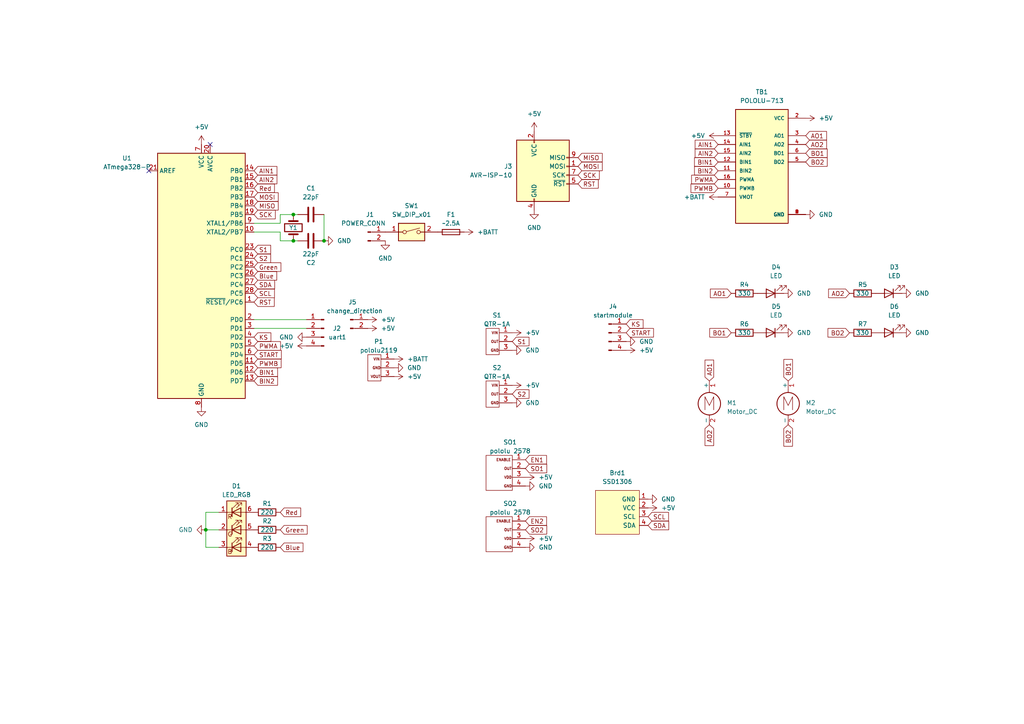
<source format=kicad_sch>
(kicad_sch
	(version 20250114)
	(generator "eeschema")
	(generator_version "9.0")
	(uuid "58b016b6-1d88-4b80-aafa-219033c30764")
	(paper "A4")
	(title_block
		(title "Minisumo v3")
	)
	(lib_symbols
		(symbol "Conn_01x03_Pin_1"
			(pin_names
				(offset 1.016)
				(hide yes)
			)
			(exclude_from_sim no)
			(in_bom yes)
			(on_board yes)
			(property "Reference" "P1"
				(at 0.635 7.62 0)
				(effects
					(font
						(size 1.27 1.27)
					)
				)
			)
			(property "Value" "pololu2119"
				(at 0.635 5.08 0)
				(effects
					(font
						(size 1.27 1.27)
					)
				)
			)
			(property "Footprint" ""
				(at 0 0 0)
				(effects
					(font
						(size 1.27 1.27)
					)
					(hide yes)
				)
			)
			(property "Datasheet" "~"
				(at 0 0 0)
				(effects
					(font
						(size 1.27 1.27)
					)
					(hide yes)
				)
			)
			(property "Description" "Generic connector, single row, 01x03, script generated"
				(at 0 0 0)
				(effects
					(font
						(size 1.27 1.27)
					)
					(hide yes)
				)
			)
			(property "ki_locked" ""
				(at 0 0 0)
				(effects
					(font
						(size 1.27 1.27)
					)
				)
			)
			(property "ki_keywords" "connector"
				(at 0 0 0)
				(effects
					(font
						(size 1.27 1.27)
					)
					(hide yes)
				)
			)
			(property "ki_fp_filters" "Connector*:*_1x??_*"
				(at 0 0 0)
				(effects
					(font
						(size 1.27 1.27)
					)
					(hide yes)
				)
			)
			(symbol "Conn_01x03_Pin_1_1_1"
				(rectangle
					(start -2.54 3.81)
					(end 1.27 -3.81)
					(stroke
						(width 0)
						(type default)
					)
					(fill
						(type none)
					)
				)
				(text "VOUT"
					(at -0.293 -2.5292 0)
					(effects
						(font
							(size 0.75 0.75)
						)
					)
				)
				(text "VIN"
					(at 0 2.54 0)
					(effects
						(font
							(size 0.75 0.75)
						)
					)
				)
				(text "GND"
					(at 0 0 0)
					(effects
						(font
							(size 0.75 0.75)
						)
					)
				)
				(pin passive line
					(at 5.08 2.54 180)
					(length 3.81)
					(name "VIN"
						(effects
							(font
								(size 1.27 1.27)
							)
						)
					)
					(number "1"
						(effects
							(font
								(size 1.27 1.27)
							)
						)
					)
				)
				(pin passive line
					(at 5.08 0 180)
					(length 3.81)
					(name "GND"
						(effects
							(font
								(size 1.27 1.27)
							)
						)
					)
					(number "2"
						(effects
							(font
								(size 1.27 1.27)
							)
						)
					)
				)
				(pin passive line
					(at 5.08 -2.54 180)
					(length 3.81)
					(name "VOUT"
						(effects
							(font
								(size 1.27 1.27)
							)
						)
					)
					(number "3"
						(effects
							(font
								(size 1.27 1.27)
							)
						)
					)
				)
			)
			(embedded_fonts no)
		)
		(symbol "Conn_01x04_Pin_1"
			(pin_names
				(offset 1.016)
				(hide yes)
			)
			(exclude_from_sim no)
			(in_bom yes)
			(on_board yes)
			(property "Reference" "J"
				(at 0 5.08 0)
				(effects
					(font
						(size 1.27 1.27)
					)
				)
			)
			(property "Value" "Conn_01x04_Pin"
				(at 0 -7.62 0)
				(effects
					(font
						(size 1.27 1.27)
					)
				)
			)
			(property "Footprint" ""
				(at 0 0 0)
				(effects
					(font
						(size 1.27 1.27)
					)
					(hide yes)
				)
			)
			(property "Datasheet" "~"
				(at 0 0 0)
				(effects
					(font
						(size 1.27 1.27)
					)
					(hide yes)
				)
			)
			(property "Description" "Generic connector, single row, 01x04, script generated"
				(at 0 0 0)
				(effects
					(font
						(size 1.27 1.27)
					)
					(hide yes)
				)
			)
			(property "ki_locked" ""
				(at 0 0 0)
				(effects
					(font
						(size 1.27 1.27)
					)
				)
			)
			(property "ki_keywords" "connector"
				(at 0 0 0)
				(effects
					(font
						(size 1.27 1.27)
					)
					(hide yes)
				)
			)
			(property "ki_fp_filters" "Connector*:*_1x??_*"
				(at 0 0 0)
				(effects
					(font
						(size 1.27 1.27)
					)
					(hide yes)
				)
			)
			(symbol "Conn_01x04_Pin_1_1_1"
				(rectangle
					(start 0.8636 2.667)
					(end 0 2.413)
					(stroke
						(width 0.1524)
						(type default)
					)
					(fill
						(type outline)
					)
				)
				(rectangle
					(start 0.8636 0.127)
					(end 0 -0.127)
					(stroke
						(width 0.1524)
						(type default)
					)
					(fill
						(type outline)
					)
				)
				(rectangle
					(start 0.8636 -2.413)
					(end 0 -2.667)
					(stroke
						(width 0.1524)
						(type default)
					)
					(fill
						(type outline)
					)
				)
				(rectangle
					(start 0.8636 -4.953)
					(end 0 -5.207)
					(stroke
						(width 0.1524)
						(type default)
					)
					(fill
						(type outline)
					)
				)
				(polyline
					(pts
						(xy 1.27 2.54) (xy 0.8636 2.54)
					)
					(stroke
						(width 0.1524)
						(type default)
					)
					(fill
						(type none)
					)
				)
				(polyline
					(pts
						(xy 1.27 0) (xy 0.8636 0)
					)
					(stroke
						(width 0.1524)
						(type default)
					)
					(fill
						(type none)
					)
				)
				(polyline
					(pts
						(xy 1.27 -2.54) (xy 0.8636 -2.54)
					)
					(stroke
						(width 0.1524)
						(type default)
					)
					(fill
						(type none)
					)
				)
				(polyline
					(pts
						(xy 1.27 -5.08) (xy 0.8636 -5.08)
					)
					(stroke
						(width 0.1524)
						(type default)
					)
					(fill
						(type none)
					)
				)
				(pin passive line
					(at 5.08 2.54 180)
					(length 3.81)
					(name "Pin_1"
						(effects
							(font
								(size 1.27 1.27)
							)
						)
					)
					(number "1"
						(effects
							(font
								(size 1.27 1.27)
							)
						)
					)
				)
				(pin passive line
					(at 5.08 0 180)
					(length 3.81)
					(name "Pin_2"
						(effects
							(font
								(size 1.27 1.27)
							)
						)
					)
					(number "2"
						(effects
							(font
								(size 1.27 1.27)
							)
						)
					)
				)
				(pin passive line
					(at 5.08 -2.54 180)
					(length 3.81)
					(name "Pin_3"
						(effects
							(font
								(size 1.27 1.27)
							)
						)
					)
					(number "3"
						(effects
							(font
								(size 1.27 1.27)
							)
						)
					)
				)
				(pin passive line
					(at 5.08 -5.08 180)
					(length 3.81)
					(name "Pin_4"
						(effects
							(font
								(size 1.27 1.27)
							)
						)
					)
					(number "4"
						(effects
							(font
								(size 1.27 1.27)
							)
						)
					)
				)
			)
			(embedded_fonts no)
		)
		(symbol "Conn_01x04_Pin_2"
			(pin_names
				(offset 1.016)
				(hide yes)
			)
			(exclude_from_sim no)
			(in_bom yes)
			(on_board yes)
			(property "Reference" "J"
				(at 0 5.08 0)
				(effects
					(font
						(size 1.27 1.27)
					)
				)
			)
			(property "Value" "Conn_01x04_Pin"
				(at 0 -7.62 0)
				(effects
					(font
						(size 1.27 1.27)
					)
				)
			)
			(property "Footprint" ""
				(at 0 0 0)
				(effects
					(font
						(size 1.27 1.27)
					)
					(hide yes)
				)
			)
			(property "Datasheet" "~"
				(at 0 0 0)
				(effects
					(font
						(size 1.27 1.27)
					)
					(hide yes)
				)
			)
			(property "Description" "Generic connector, single row, 01x04, script generated"
				(at 0 0 0)
				(effects
					(font
						(size 1.27 1.27)
					)
					(hide yes)
				)
			)
			(property "ki_locked" ""
				(at 0 0 0)
				(effects
					(font
						(size 1.27 1.27)
					)
				)
			)
			(property "ki_keywords" "connector"
				(at 0 0 0)
				(effects
					(font
						(size 1.27 1.27)
					)
					(hide yes)
				)
			)
			(property "ki_fp_filters" "Connector*:*_1x??_*"
				(at 0 0 0)
				(effects
					(font
						(size 1.27 1.27)
					)
					(hide yes)
				)
			)
			(symbol "Conn_01x04_Pin_2_1_1"
				(rectangle
					(start 0.8636 2.667)
					(end 0 2.413)
					(stroke
						(width 0.1524)
						(type default)
					)
					(fill
						(type outline)
					)
				)
				(rectangle
					(start 0.8636 0.127)
					(end 0 -0.127)
					(stroke
						(width 0.1524)
						(type default)
					)
					(fill
						(type outline)
					)
				)
				(rectangle
					(start 0.8636 -2.413)
					(end 0 -2.667)
					(stroke
						(width 0.1524)
						(type default)
					)
					(fill
						(type outline)
					)
				)
				(rectangle
					(start 0.8636 -4.953)
					(end 0 -5.207)
					(stroke
						(width 0.1524)
						(type default)
					)
					(fill
						(type outline)
					)
				)
				(polyline
					(pts
						(xy 1.27 2.54) (xy 0.8636 2.54)
					)
					(stroke
						(width 0.1524)
						(type default)
					)
					(fill
						(type none)
					)
				)
				(polyline
					(pts
						(xy 1.27 0) (xy 0.8636 0)
					)
					(stroke
						(width 0.1524)
						(type default)
					)
					(fill
						(type none)
					)
				)
				(polyline
					(pts
						(xy 1.27 -2.54) (xy 0.8636 -2.54)
					)
					(stroke
						(width 0.1524)
						(type default)
					)
					(fill
						(type none)
					)
				)
				(polyline
					(pts
						(xy 1.27 -5.08) (xy 0.8636 -5.08)
					)
					(stroke
						(width 0.1524)
						(type default)
					)
					(fill
						(type none)
					)
				)
				(pin passive line
					(at 5.08 2.54 180)
					(length 3.81)
					(name "Pin_1"
						(effects
							(font
								(size 1.27 1.27)
							)
						)
					)
					(number "1"
						(effects
							(font
								(size 1.27 1.27)
							)
						)
					)
				)
				(pin passive line
					(at 5.08 0 180)
					(length 3.81)
					(name "Pin_2"
						(effects
							(font
								(size 1.27 1.27)
							)
						)
					)
					(number "2"
						(effects
							(font
								(size 1.27 1.27)
							)
						)
					)
				)
				(pin passive line
					(at 5.08 -2.54 180)
					(length 3.81)
					(name "Pin_3"
						(effects
							(font
								(size 1.27 1.27)
							)
						)
					)
					(number "3"
						(effects
							(font
								(size 1.27 1.27)
							)
						)
					)
				)
				(pin passive line
					(at 5.08 -5.08 180)
					(length 3.81)
					(name "Pin_4"
						(effects
							(font
								(size 1.27 1.27)
							)
						)
					)
					(number "4"
						(effects
							(font
								(size 1.27 1.27)
							)
						)
					)
				)
			)
			(embedded_fonts no)
		)
		(symbol "Connector:AVR-ISP-10"
			(pin_names
				(offset 1.016)
			)
			(exclude_from_sim no)
			(in_bom yes)
			(on_board yes)
			(property "Reference" "J"
				(at -6.35 11.43 0)
				(effects
					(font
						(size 1.27 1.27)
					)
					(justify left)
				)
			)
			(property "Value" "AVR-ISP-10"
				(at 0 11.43 0)
				(effects
					(font
						(size 1.27 1.27)
					)
					(justify left)
				)
			)
			(property "Footprint" ""
				(at -6.35 1.27 90)
				(effects
					(font
						(size 1.27 1.27)
					)
					(hide yes)
				)
			)
			(property "Datasheet" "~"
				(at -32.385 -13.97 0)
				(effects
					(font
						(size 1.27 1.27)
					)
					(hide yes)
				)
			)
			(property "Description" "Atmel 10-pin ISP connector"
				(at 0 0 0)
				(effects
					(font
						(size 1.27 1.27)
					)
					(hide yes)
				)
			)
			(property "ki_keywords" "AVR ISP Connector"
				(at 0 0 0)
				(effects
					(font
						(size 1.27 1.27)
					)
					(hide yes)
				)
			)
			(property "ki_fp_filters" "IDC?Header*2x05* Pin?Header*2x05*"
				(at 0 0 0)
				(effects
					(font
						(size 1.27 1.27)
					)
					(hide yes)
				)
			)
			(symbol "AVR-ISP-10_0_1"
				(rectangle
					(start -2.667 10.16)
					(end -2.413 9.398)
					(stroke
						(width 0)
						(type default)
					)
					(fill
						(type none)
					)
				)
				(rectangle
					(start -2.667 -6.858)
					(end -2.413 -7.62)
					(stroke
						(width 0)
						(type default)
					)
					(fill
						(type none)
					)
				)
				(rectangle
					(start 7.62 10.16)
					(end -7.62 -7.62)
					(stroke
						(width 0.254)
						(type default)
					)
					(fill
						(type background)
					)
				)
				(rectangle
					(start 7.62 5.207)
					(end 6.858 4.953)
					(stroke
						(width 0)
						(type default)
					)
					(fill
						(type none)
					)
				)
				(rectangle
					(start 7.62 2.667)
					(end 6.858 2.413)
					(stroke
						(width 0)
						(type default)
					)
					(fill
						(type none)
					)
				)
				(rectangle
					(start 7.62 0.127)
					(end 6.858 -0.127)
					(stroke
						(width 0)
						(type default)
					)
					(fill
						(type none)
					)
				)
				(rectangle
					(start 7.62 -2.413)
					(end 6.858 -2.667)
					(stroke
						(width 0)
						(type default)
					)
					(fill
						(type none)
					)
				)
			)
			(symbol "AVR-ISP-10_1_1"
				(pin passive line
					(at -2.54 12.7 270)
					(length 2.54)
					(name "VCC"
						(effects
							(font
								(size 1.27 1.27)
							)
						)
					)
					(number "2"
						(effects
							(font
								(size 1.27 1.27)
							)
						)
					)
				)
				(pin passive line
					(at -2.54 -10.16 90)
					(length 2.54)
					(hide yes)
					(name "GND"
						(effects
							(font
								(size 1.27 1.27)
							)
						)
					)
					(number "10"
						(effects
							(font
								(size 1.27 1.27)
							)
						)
					)
				)
				(pin passive line
					(at -2.54 -10.16 90)
					(length 2.54)
					(name "GND"
						(effects
							(font
								(size 1.27 1.27)
							)
						)
					)
					(number "4"
						(effects
							(font
								(size 1.27 1.27)
							)
						)
					)
				)
				(pin passive line
					(at -2.54 -10.16 90)
					(length 2.54)
					(hide yes)
					(name "GND"
						(effects
							(font
								(size 1.27 1.27)
							)
						)
					)
					(number "6"
						(effects
							(font
								(size 1.27 1.27)
							)
						)
					)
				)
				(pin passive line
					(at -2.54 -10.16 90)
					(length 2.54)
					(hide yes)
					(name "GND"
						(effects
							(font
								(size 1.27 1.27)
							)
						)
					)
					(number "8"
						(effects
							(font
								(size 1.27 1.27)
							)
						)
					)
				)
				(pin no_connect line
					(at 7.62 -5.08 180)
					(length 2.54)
					(hide yes)
					(name "NC"
						(effects
							(font
								(size 1.27 1.27)
							)
						)
					)
					(number "3"
						(effects
							(font
								(size 1.27 1.27)
							)
						)
					)
				)
				(pin passive line
					(at 10.16 5.08 180)
					(length 2.54)
					(name "MISO"
						(effects
							(font
								(size 1.27 1.27)
							)
						)
					)
					(number "9"
						(effects
							(font
								(size 1.27 1.27)
							)
						)
					)
				)
				(pin passive line
					(at 10.16 2.54 180)
					(length 2.54)
					(name "MOSI"
						(effects
							(font
								(size 1.27 1.27)
							)
						)
					)
					(number "1"
						(effects
							(font
								(size 1.27 1.27)
							)
						)
					)
				)
				(pin passive line
					(at 10.16 0 180)
					(length 2.54)
					(name "SCK"
						(effects
							(font
								(size 1.27 1.27)
							)
						)
					)
					(number "7"
						(effects
							(font
								(size 1.27 1.27)
							)
						)
					)
				)
				(pin passive line
					(at 10.16 -2.54 180)
					(length 2.54)
					(name "~{RST}"
						(effects
							(font
								(size 1.27 1.27)
							)
						)
					)
					(number "5"
						(effects
							(font
								(size 1.27 1.27)
							)
						)
					)
				)
			)
			(embedded_fonts no)
		)
		(symbol "Connector:Conn_01x02_Pin"
			(pin_names
				(offset 1.016)
				(hide yes)
			)
			(exclude_from_sim no)
			(in_bom yes)
			(on_board yes)
			(property "Reference" "J"
				(at 0 2.54 0)
				(effects
					(font
						(size 1.27 1.27)
					)
				)
			)
			(property "Value" "Conn_01x02_Pin"
				(at 0 -5.08 0)
				(effects
					(font
						(size 1.27 1.27)
					)
				)
			)
			(property "Footprint" ""
				(at 0 0 0)
				(effects
					(font
						(size 1.27 1.27)
					)
					(hide yes)
				)
			)
			(property "Datasheet" "~"
				(at 0 0 0)
				(effects
					(font
						(size 1.27 1.27)
					)
					(hide yes)
				)
			)
			(property "Description" "Generic connector, single row, 01x02, script generated"
				(at 0 0 0)
				(effects
					(font
						(size 1.27 1.27)
					)
					(hide yes)
				)
			)
			(property "ki_locked" ""
				(at 0 0 0)
				(effects
					(font
						(size 1.27 1.27)
					)
				)
			)
			(property "ki_keywords" "connector"
				(at 0 0 0)
				(effects
					(font
						(size 1.27 1.27)
					)
					(hide yes)
				)
			)
			(property "ki_fp_filters" "Connector*:*_1x??_*"
				(at 0 0 0)
				(effects
					(font
						(size 1.27 1.27)
					)
					(hide yes)
				)
			)
			(symbol "Conn_01x02_Pin_1_1"
				(rectangle
					(start 0.8636 0.127)
					(end 0 -0.127)
					(stroke
						(width 0.1524)
						(type default)
					)
					(fill
						(type outline)
					)
				)
				(rectangle
					(start 0.8636 -2.413)
					(end 0 -2.667)
					(stroke
						(width 0.1524)
						(type default)
					)
					(fill
						(type outline)
					)
				)
				(polyline
					(pts
						(xy 1.27 0) (xy 0.8636 0)
					)
					(stroke
						(width 0.1524)
						(type default)
					)
					(fill
						(type none)
					)
				)
				(polyline
					(pts
						(xy 1.27 -2.54) (xy 0.8636 -2.54)
					)
					(stroke
						(width 0.1524)
						(type default)
					)
					(fill
						(type none)
					)
				)
				(pin passive line
					(at 5.08 0 180)
					(length 3.81)
					(name "Pin_1"
						(effects
							(font
								(size 1.27 1.27)
							)
						)
					)
					(number "1"
						(effects
							(font
								(size 1.27 1.27)
							)
						)
					)
				)
				(pin passive line
					(at 5.08 -2.54 180)
					(length 3.81)
					(name "Pin_2"
						(effects
							(font
								(size 1.27 1.27)
							)
						)
					)
					(number "2"
						(effects
							(font
								(size 1.27 1.27)
							)
						)
					)
				)
			)
			(embedded_fonts no)
		)
		(symbol "Connector:Conn_01x03_Pin"
			(pin_names
				(offset 1.016)
				(hide yes)
			)
			(exclude_from_sim no)
			(in_bom yes)
			(on_board yes)
			(property "Reference" "S1"
				(at 0.635 7.62 0)
				(effects
					(font
						(size 1.27 1.27)
					)
				)
			)
			(property "Value" "QTR-1A"
				(at 0.635 5.08 0)
				(effects
					(font
						(size 1.27 1.27)
					)
				)
			)
			(property "Footprint" ""
				(at 0 0 0)
				(effects
					(font
						(size 1.27 1.27)
					)
					(hide yes)
				)
			)
			(property "Datasheet" "~"
				(at 1.27 0 0)
				(effects
					(font
						(size 1.27 1.27)
					)
					(hide yes)
				)
			)
			(property "Description" "Generic connector, single row, 01x03, script generated"
				(at 0 0 0)
				(effects
					(font
						(size 1.27 1.27)
					)
					(hide yes)
				)
			)
			(property "ki_locked" ""
				(at 0 0 0)
				(effects
					(font
						(size 1.27 1.27)
					)
				)
			)
			(property "ki_keywords" "connector"
				(at 0 0 0)
				(effects
					(font
						(size 1.27 1.27)
					)
					(hide yes)
				)
			)
			(property "ki_fp_filters" "Connector*:*_1x??_*"
				(at 0 0 0)
				(effects
					(font
						(size 1.27 1.27)
					)
					(hide yes)
				)
			)
			(symbol "Conn_01x03_Pin_1_1"
				(rectangle
					(start -2.54 3.81)
					(end 1.27 -3.81)
					(stroke
						(width 0)
						(type default)
					)
					(fill
						(type none)
					)
				)
				(text "VIN"
					(at 0 2.54 0)
					(effects
						(font
							(size 0.75 0.75)
						)
					)
				)
				(text "OUT"
					(at 0 0 0)
					(effects
						(font
							(size 0.75 0.75)
						)
					)
				)
				(text "GND"
					(at 0 -2.54 0)
					(effects
						(font
							(size 0.75 0.75)
						)
					)
				)
				(pin passive line
					(at 5.08 2.54 180)
					(length 3.81)
					(name "VIN"
						(effects
							(font
								(size 1.27 1.27)
							)
						)
					)
					(number "1"
						(effects
							(font
								(size 1.27 1.27)
							)
						)
					)
				)
				(pin passive line
					(at 5.08 0 180)
					(length 3.81)
					(name "OUT"
						(effects
							(font
								(size 1.27 1.27)
							)
						)
					)
					(number "2"
						(effects
							(font
								(size 1.27 1.27)
							)
						)
					)
				)
				(pin passive line
					(at 5.08 -2.54 180)
					(length 3.81)
					(name "GND"
						(effects
							(font
								(size 1.27 1.27)
							)
						)
					)
					(number "3"
						(effects
							(font
								(size 1.27 1.27)
							)
						)
					)
				)
			)
			(embedded_fonts no)
		)
		(symbol "Connector:Conn_01x04_Pin"
			(pin_names
				(offset 1.016)
				(hide yes)
			)
			(exclude_from_sim no)
			(in_bom yes)
			(on_board yes)
			(property "Reference" "SO1"
				(at 0.635 7.62 0)
				(effects
					(font
						(size 1.27 1.27)
					)
				)
			)
			(property "Value" "pololu 2578"
				(at 0.635 5.08 0)
				(effects
					(font
						(size 1.27 1.27)
					)
				)
			)
			(property "Footprint" ""
				(at 0 0 0)
				(effects
					(font
						(size 1.27 1.27)
					)
					(hide yes)
				)
			)
			(property "Datasheet" "~"
				(at 0 0 0)
				(effects
					(font
						(size 1.27 1.27)
					)
					(hide yes)
				)
			)
			(property "Description" "Generic connector, single row, 01x04, script generated"
				(at 0 0 0)
				(effects
					(font
						(size 1.27 1.27)
					)
					(hide yes)
				)
			)
			(property "ki_locked" ""
				(at 0 0 0)
				(effects
					(font
						(size 1.27 1.27)
					)
				)
			)
			(property "ki_keywords" "connector"
				(at 0 0 0)
				(effects
					(font
						(size 1.27 1.27)
					)
					(hide yes)
				)
			)
			(property "ki_fp_filters" "Connector*:*_1x??_*"
				(at 0 0 0)
				(effects
					(font
						(size 1.27 1.27)
					)
					(hide yes)
				)
			)
			(symbol "Conn_01x04_Pin_1_1"
				(rectangle
					(start -6.35 3.81)
					(end 1.27 -6.35)
					(stroke
						(width 0)
						(type default)
					)
					(fill
						(type none)
					)
				)
				(text "ENABLE"
					(at -1.27 2.54 0)
					(effects
						(font
							(size 0.75 0.75)
						)
					)
				)
				(text "OUT"
					(at 0 0 0)
					(effects
						(font
							(size 0.75 0.75)
						)
					)
				)
				(text "VDD"
					(at 0 -2.54 0)
					(effects
						(font
							(size 0.75 0.75)
						)
					)
				)
				(text "GND"
					(at 0 -5.08 0)
					(effects
						(font
							(size 0.75 0.75)
						)
					)
				)
				(pin passive line
					(at 5.08 2.54 180)
					(length 3.81)
					(name "ENABLE"
						(effects
							(font
								(size 1.27 1.27)
							)
						)
					)
					(number "1"
						(effects
							(font
								(size 1.27 1.27)
							)
						)
					)
				)
				(pin passive line
					(at 5.08 0 180)
					(length 3.81)
					(name "OUT"
						(effects
							(font
								(size 1.27 1.27)
							)
						)
					)
					(number "2"
						(effects
							(font
								(size 1.27 1.27)
							)
						)
					)
				)
				(pin passive line
					(at 5.08 -2.54 180)
					(length 3.81)
					(name "VDD"
						(effects
							(font
								(size 1.27 1.27)
							)
						)
					)
					(number "3"
						(effects
							(font
								(size 1.27 1.27)
							)
						)
					)
				)
				(pin passive line
					(at 5.08 -5.08 180)
					(length 3.81)
					(name "GND"
						(effects
							(font
								(size 1.27 1.27)
							)
						)
					)
					(number "4"
						(effects
							(font
								(size 1.27 1.27)
							)
						)
					)
				)
			)
			(embedded_fonts no)
		)
		(symbol "Device:C"
			(pin_numbers
				(hide yes)
			)
			(pin_names
				(offset 0.254)
			)
			(exclude_from_sim no)
			(in_bom yes)
			(on_board yes)
			(property "Reference" "C"
				(at 0.635 2.54 0)
				(effects
					(font
						(size 1.27 1.27)
					)
					(justify left)
				)
			)
			(property "Value" "C"
				(at 0.635 -2.54 0)
				(effects
					(font
						(size 1.27 1.27)
					)
					(justify left)
				)
			)
			(property "Footprint" ""
				(at 0.9652 -3.81 0)
				(effects
					(font
						(size 1.27 1.27)
					)
					(hide yes)
				)
			)
			(property "Datasheet" "~"
				(at 0 0 0)
				(effects
					(font
						(size 1.27 1.27)
					)
					(hide yes)
				)
			)
			(property "Description" "Unpolarized capacitor"
				(at 0 0 0)
				(effects
					(font
						(size 1.27 1.27)
					)
					(hide yes)
				)
			)
			(property "ki_keywords" "cap capacitor"
				(at 0 0 0)
				(effects
					(font
						(size 1.27 1.27)
					)
					(hide yes)
				)
			)
			(property "ki_fp_filters" "C_*"
				(at 0 0 0)
				(effects
					(font
						(size 1.27 1.27)
					)
					(hide yes)
				)
			)
			(symbol "C_0_1"
				(polyline
					(pts
						(xy -2.032 0.762) (xy 2.032 0.762)
					)
					(stroke
						(width 0.508)
						(type default)
					)
					(fill
						(type none)
					)
				)
				(polyline
					(pts
						(xy -2.032 -0.762) (xy 2.032 -0.762)
					)
					(stroke
						(width 0.508)
						(type default)
					)
					(fill
						(type none)
					)
				)
			)
			(symbol "C_1_1"
				(pin passive line
					(at 0 3.81 270)
					(length 2.794)
					(name "~"
						(effects
							(font
								(size 1.27 1.27)
							)
						)
					)
					(number "1"
						(effects
							(font
								(size 1.27 1.27)
							)
						)
					)
				)
				(pin passive line
					(at 0 -3.81 90)
					(length 2.794)
					(name "~"
						(effects
							(font
								(size 1.27 1.27)
							)
						)
					)
					(number "2"
						(effects
							(font
								(size 1.27 1.27)
							)
						)
					)
				)
			)
			(embedded_fonts no)
		)
		(symbol "Device:Crystal"
			(pin_numbers
				(hide yes)
			)
			(pin_names
				(offset 1.016)
				(hide yes)
			)
			(exclude_from_sim no)
			(in_bom yes)
			(on_board yes)
			(property "Reference" "Y"
				(at 0 3.81 0)
				(effects
					(font
						(size 1.27 1.27)
					)
				)
			)
			(property "Value" "Crystal"
				(at 0 -3.81 0)
				(effects
					(font
						(size 1.27 1.27)
					)
				)
			)
			(property "Footprint" ""
				(at 0 0 0)
				(effects
					(font
						(size 1.27 1.27)
					)
					(hide yes)
				)
			)
			(property "Datasheet" "~"
				(at 0 0 0)
				(effects
					(font
						(size 1.27 1.27)
					)
					(hide yes)
				)
			)
			(property "Description" "Two pin crystal"
				(at 0 0 0)
				(effects
					(font
						(size 1.27 1.27)
					)
					(hide yes)
				)
			)
			(property "ki_keywords" "quartz ceramic resonator oscillator"
				(at 0 0 0)
				(effects
					(font
						(size 1.27 1.27)
					)
					(hide yes)
				)
			)
			(property "ki_fp_filters" "Crystal*"
				(at 0 0 0)
				(effects
					(font
						(size 1.27 1.27)
					)
					(hide yes)
				)
			)
			(symbol "Crystal_0_1"
				(polyline
					(pts
						(xy -2.54 0) (xy -1.905 0)
					)
					(stroke
						(width 0)
						(type default)
					)
					(fill
						(type none)
					)
				)
				(polyline
					(pts
						(xy -1.905 -1.27) (xy -1.905 1.27)
					)
					(stroke
						(width 0.508)
						(type default)
					)
					(fill
						(type none)
					)
				)
				(rectangle
					(start -1.143 2.54)
					(end 1.143 -2.54)
					(stroke
						(width 0.3048)
						(type default)
					)
					(fill
						(type none)
					)
				)
				(polyline
					(pts
						(xy 1.905 -1.27) (xy 1.905 1.27)
					)
					(stroke
						(width 0.508)
						(type default)
					)
					(fill
						(type none)
					)
				)
				(polyline
					(pts
						(xy 2.54 0) (xy 1.905 0)
					)
					(stroke
						(width 0)
						(type default)
					)
					(fill
						(type none)
					)
				)
			)
			(symbol "Crystal_1_1"
				(pin passive line
					(at -3.81 0 0)
					(length 1.27)
					(name "1"
						(effects
							(font
								(size 1.27 1.27)
							)
						)
					)
					(number "1"
						(effects
							(font
								(size 1.27 1.27)
							)
						)
					)
				)
				(pin passive line
					(at 3.81 0 180)
					(length 1.27)
					(name "2"
						(effects
							(font
								(size 1.27 1.27)
							)
						)
					)
					(number "2"
						(effects
							(font
								(size 1.27 1.27)
							)
						)
					)
				)
			)
			(embedded_fonts no)
		)
		(symbol "Device:Fuse"
			(pin_numbers
				(hide yes)
			)
			(pin_names
				(offset 0)
			)
			(exclude_from_sim no)
			(in_bom yes)
			(on_board yes)
			(property "Reference" "F"
				(at 2.032 0 90)
				(effects
					(font
						(size 1.27 1.27)
					)
				)
			)
			(property "Value" "Fuse"
				(at -1.905 0 90)
				(effects
					(font
						(size 1.27 1.27)
					)
				)
			)
			(property "Footprint" ""
				(at -1.778 0 90)
				(effects
					(font
						(size 1.27 1.27)
					)
					(hide yes)
				)
			)
			(property "Datasheet" "~"
				(at 0 0 0)
				(effects
					(font
						(size 1.27 1.27)
					)
					(hide yes)
				)
			)
			(property "Description" "Fuse"
				(at 0 0 0)
				(effects
					(font
						(size 1.27 1.27)
					)
					(hide yes)
				)
			)
			(property "ki_keywords" "fuse"
				(at 0 0 0)
				(effects
					(font
						(size 1.27 1.27)
					)
					(hide yes)
				)
			)
			(property "ki_fp_filters" "*Fuse*"
				(at 0 0 0)
				(effects
					(font
						(size 1.27 1.27)
					)
					(hide yes)
				)
			)
			(symbol "Fuse_0_1"
				(rectangle
					(start -0.762 -2.54)
					(end 0.762 2.54)
					(stroke
						(width 0.254)
						(type default)
					)
					(fill
						(type none)
					)
				)
				(polyline
					(pts
						(xy 0 2.54) (xy 0 -2.54)
					)
					(stroke
						(width 0)
						(type default)
					)
					(fill
						(type none)
					)
				)
			)
			(symbol "Fuse_1_1"
				(pin passive line
					(at 0 3.81 270)
					(length 1.27)
					(name "~"
						(effects
							(font
								(size 1.27 1.27)
							)
						)
					)
					(number "1"
						(effects
							(font
								(size 1.27 1.27)
							)
						)
					)
				)
				(pin passive line
					(at 0 -3.81 90)
					(length 1.27)
					(name "~"
						(effects
							(font
								(size 1.27 1.27)
							)
						)
					)
					(number "2"
						(effects
							(font
								(size 1.27 1.27)
							)
						)
					)
				)
			)
			(embedded_fonts no)
		)
		(symbol "Device:LED"
			(pin_numbers
				(hide yes)
			)
			(pin_names
				(offset 1.016)
				(hide yes)
			)
			(exclude_from_sim no)
			(in_bom yes)
			(on_board yes)
			(property "Reference" "D"
				(at 0 2.54 0)
				(effects
					(font
						(size 1.27 1.27)
					)
				)
			)
			(property "Value" "LED"
				(at 0 -2.54 0)
				(effects
					(font
						(size 1.27 1.27)
					)
				)
			)
			(property "Footprint" ""
				(at 0 0 0)
				(effects
					(font
						(size 1.27 1.27)
					)
					(hide yes)
				)
			)
			(property "Datasheet" "~"
				(at 0 0 0)
				(effects
					(font
						(size 1.27 1.27)
					)
					(hide yes)
				)
			)
			(property "Description" "Light emitting diode"
				(at 0 0 0)
				(effects
					(font
						(size 1.27 1.27)
					)
					(hide yes)
				)
			)
			(property "ki_keywords" "LED diode"
				(at 0 0 0)
				(effects
					(font
						(size 1.27 1.27)
					)
					(hide yes)
				)
			)
			(property "ki_fp_filters" "LED* LED_SMD:* LED_THT:*"
				(at 0 0 0)
				(effects
					(font
						(size 1.27 1.27)
					)
					(hide yes)
				)
			)
			(symbol "LED_0_1"
				(polyline
					(pts
						(xy -3.048 -0.762) (xy -4.572 -2.286) (xy -3.81 -2.286) (xy -4.572 -2.286) (xy -4.572 -1.524)
					)
					(stroke
						(width 0)
						(type default)
					)
					(fill
						(type none)
					)
				)
				(polyline
					(pts
						(xy -1.778 -0.762) (xy -3.302 -2.286) (xy -2.54 -2.286) (xy -3.302 -2.286) (xy -3.302 -1.524)
					)
					(stroke
						(width 0)
						(type default)
					)
					(fill
						(type none)
					)
				)
				(polyline
					(pts
						(xy -1.27 0) (xy 1.27 0)
					)
					(stroke
						(width 0)
						(type default)
					)
					(fill
						(type none)
					)
				)
				(polyline
					(pts
						(xy -1.27 -1.27) (xy -1.27 1.27)
					)
					(stroke
						(width 0.254)
						(type default)
					)
					(fill
						(type none)
					)
				)
				(polyline
					(pts
						(xy 1.27 -1.27) (xy 1.27 1.27) (xy -1.27 0) (xy 1.27 -1.27)
					)
					(stroke
						(width 0.254)
						(type default)
					)
					(fill
						(type none)
					)
				)
			)
			(symbol "LED_1_1"
				(pin passive line
					(at -3.81 0 0)
					(length 2.54)
					(name "K"
						(effects
							(font
								(size 1.27 1.27)
							)
						)
					)
					(number "1"
						(effects
							(font
								(size 1.27 1.27)
							)
						)
					)
				)
				(pin passive line
					(at 3.81 0 180)
					(length 2.54)
					(name "A"
						(effects
							(font
								(size 1.27 1.27)
							)
						)
					)
					(number "2"
						(effects
							(font
								(size 1.27 1.27)
							)
						)
					)
				)
			)
			(embedded_fonts no)
		)
		(symbol "Device:LED_RGB"
			(pin_names
				(offset 0)
				(hide yes)
			)
			(exclude_from_sim no)
			(in_bom yes)
			(on_board yes)
			(property "Reference" "D"
				(at 0 9.398 0)
				(effects
					(font
						(size 1.27 1.27)
					)
				)
			)
			(property "Value" "LED_RGB"
				(at 0 -8.89 0)
				(effects
					(font
						(size 1.27 1.27)
					)
				)
			)
			(property "Footprint" ""
				(at 0 -1.27 0)
				(effects
					(font
						(size 1.27 1.27)
					)
					(hide yes)
				)
			)
			(property "Datasheet" "~"
				(at 0 -1.27 0)
				(effects
					(font
						(size 1.27 1.27)
					)
					(hide yes)
				)
			)
			(property "Description" "RGB LED, 6 pin package"
				(at 0 0 0)
				(effects
					(font
						(size 1.27 1.27)
					)
					(hide yes)
				)
			)
			(property "ki_keywords" "LED RGB diode"
				(at 0 0 0)
				(effects
					(font
						(size 1.27 1.27)
					)
					(hide yes)
				)
			)
			(property "ki_fp_filters" "LED* LED_SMD:* LED_THT:*"
				(at 0 0 0)
				(effects
					(font
						(size 1.27 1.27)
					)
					(hide yes)
				)
			)
			(symbol "LED_RGB_0_0"
				(text "R"
					(at -1.905 3.81 0)
					(effects
						(font
							(size 1.27 1.27)
						)
					)
				)
				(text "G"
					(at -1.905 -1.27 0)
					(effects
						(font
							(size 1.27 1.27)
						)
					)
				)
				(text "B"
					(at -1.905 -6.35 0)
					(effects
						(font
							(size 1.27 1.27)
						)
					)
				)
			)
			(symbol "LED_RGB_0_1"
				(polyline
					(pts
						(xy -1.27 6.35) (xy -1.27 3.81)
					)
					(stroke
						(width 0.254)
						(type default)
					)
					(fill
						(type none)
					)
				)
				(polyline
					(pts
						(xy -1.27 6.35) (xy -1.27 3.81) (xy -1.27 3.81)
					)
					(stroke
						(width 0)
						(type default)
					)
					(fill
						(type none)
					)
				)
				(polyline
					(pts
						(xy -1.27 5.08) (xy -2.54 5.08)
					)
					(stroke
						(width 0)
						(type default)
					)
					(fill
						(type none)
					)
				)
				(polyline
					(pts
						(xy -1.27 5.08) (xy 1.27 5.08)
					)
					(stroke
						(width 0)
						(type default)
					)
					(fill
						(type none)
					)
				)
				(polyline
					(pts
						(xy -1.27 1.27) (xy -1.27 -1.27)
					)
					(stroke
						(width 0.254)
						(type default)
					)
					(fill
						(type none)
					)
				)
				(polyline
					(pts
						(xy -1.27 1.27) (xy -1.27 -1.27) (xy -1.27 -1.27)
					)
					(stroke
						(width 0)
						(type default)
					)
					(fill
						(type none)
					)
				)
				(polyline
					(pts
						(xy -1.27 0) (xy -2.54 0)
					)
					(stroke
						(width 0)
						(type default)
					)
					(fill
						(type none)
					)
				)
				(polyline
					(pts
						(xy -1.27 -3.81) (xy -1.27 -6.35)
					)
					(stroke
						(width 0.254)
						(type default)
					)
					(fill
						(type none)
					)
				)
				(polyline
					(pts
						(xy -1.27 -5.08) (xy -2.54 -5.08)
					)
					(stroke
						(width 0)
						(type default)
					)
					(fill
						(type none)
					)
				)
				(polyline
					(pts
						(xy -1.27 -5.08) (xy 1.27 -5.08)
					)
					(stroke
						(width 0)
						(type default)
					)
					(fill
						(type none)
					)
				)
				(polyline
					(pts
						(xy -1.016 6.35) (xy 0.508 7.874) (xy -0.254 7.874) (xy 0.508 7.874) (xy 0.508 7.112)
					)
					(stroke
						(width 0)
						(type default)
					)
					(fill
						(type none)
					)
				)
				(polyline
					(pts
						(xy -1.016 1.27) (xy 0.508 2.794) (xy -0.254 2.794) (xy 0.508 2.794) (xy 0.508 2.032)
					)
					(stroke
						(width 0)
						(type default)
					)
					(fill
						(type none)
					)
				)
				(polyline
					(pts
						(xy -1.016 -3.81) (xy 0.508 -2.286) (xy -0.254 -2.286) (xy 0.508 -2.286) (xy 0.508 -3.048)
					)
					(stroke
						(width 0)
						(type default)
					)
					(fill
						(type none)
					)
				)
				(polyline
					(pts
						(xy 0 6.35) (xy 1.524 7.874) (xy 0.762 7.874) (xy 1.524 7.874) (xy 1.524 7.112)
					)
					(stroke
						(width 0)
						(type default)
					)
					(fill
						(type none)
					)
				)
				(polyline
					(pts
						(xy 0 1.27) (xy 1.524 2.794) (xy 0.762 2.794) (xy 1.524 2.794) (xy 1.524 2.032)
					)
					(stroke
						(width 0)
						(type default)
					)
					(fill
						(type none)
					)
				)
				(polyline
					(pts
						(xy 0 -3.81) (xy 1.524 -2.286) (xy 0.762 -2.286) (xy 1.524 -2.286) (xy 1.524 -3.048)
					)
					(stroke
						(width 0)
						(type default)
					)
					(fill
						(type none)
					)
				)
				(polyline
					(pts
						(xy 1.27 6.35) (xy 1.27 3.81) (xy -1.27 5.08) (xy 1.27 6.35)
					)
					(stroke
						(width 0.254)
						(type default)
					)
					(fill
						(type none)
					)
				)
				(rectangle
					(start 1.27 6.35)
					(end 1.27 6.35)
					(stroke
						(width 0)
						(type default)
					)
					(fill
						(type none)
					)
				)
				(polyline
					(pts
						(xy 1.27 5.08) (xy 2.54 5.08)
					)
					(stroke
						(width 0)
						(type default)
					)
					(fill
						(type none)
					)
				)
				(rectangle
					(start 1.27 3.81)
					(end 1.27 6.35)
					(stroke
						(width 0)
						(type default)
					)
					(fill
						(type none)
					)
				)
				(polyline
					(pts
						(xy 1.27 1.27) (xy 1.27 -1.27) (xy -1.27 0) (xy 1.27 1.27)
					)
					(stroke
						(width 0.254)
						(type default)
					)
					(fill
						(type none)
					)
				)
				(rectangle
					(start 1.27 1.27)
					(end 1.27 1.27)
					(stroke
						(width 0)
						(type default)
					)
					(fill
						(type none)
					)
				)
				(polyline
					(pts
						(xy 1.27 0) (xy -1.27 0)
					)
					(stroke
						(width 0)
						(type default)
					)
					(fill
						(type none)
					)
				)
				(polyline
					(pts
						(xy 1.27 0) (xy 2.54 0)
					)
					(stroke
						(width 0)
						(type default)
					)
					(fill
						(type none)
					)
				)
				(rectangle
					(start 1.27 -1.27)
					(end 1.27 1.27)
					(stroke
						(width 0)
						(type default)
					)
					(fill
						(type none)
					)
				)
				(polyline
					(pts
						(xy 1.27 -3.81) (xy 1.27 -6.35) (xy -1.27 -5.08) (xy 1.27 -3.81)
					)
					(stroke
						(width 0.254)
						(type default)
					)
					(fill
						(type none)
					)
				)
				(polyline
					(pts
						(xy 1.27 -5.08) (xy 2.54 -5.08)
					)
					(stroke
						(width 0)
						(type default)
					)
					(fill
						(type none)
					)
				)
				(rectangle
					(start 2.794 8.382)
					(end -2.794 -7.62)
					(stroke
						(width 0.254)
						(type default)
					)
					(fill
						(type background)
					)
				)
			)
			(symbol "LED_RGB_1_1"
				(pin passive line
					(at -5.08 5.08 0)
					(length 2.54)
					(name "RK"
						(effects
							(font
								(size 1.27 1.27)
							)
						)
					)
					(number "1"
						(effects
							(font
								(size 1.27 1.27)
							)
						)
					)
				)
				(pin passive line
					(at -5.08 0 0)
					(length 2.54)
					(name "GK"
						(effects
							(font
								(size 1.27 1.27)
							)
						)
					)
					(number "2"
						(effects
							(font
								(size 1.27 1.27)
							)
						)
					)
				)
				(pin passive line
					(at -5.08 -5.08 0)
					(length 2.54)
					(name "BK"
						(effects
							(font
								(size 1.27 1.27)
							)
						)
					)
					(number "3"
						(effects
							(font
								(size 1.27 1.27)
							)
						)
					)
				)
				(pin passive line
					(at 5.08 5.08 180)
					(length 2.54)
					(name "RA"
						(effects
							(font
								(size 1.27 1.27)
							)
						)
					)
					(number "6"
						(effects
							(font
								(size 1.27 1.27)
							)
						)
					)
				)
				(pin passive line
					(at 5.08 0 180)
					(length 2.54)
					(name "GA"
						(effects
							(font
								(size 1.27 1.27)
							)
						)
					)
					(number "5"
						(effects
							(font
								(size 1.27 1.27)
							)
						)
					)
				)
				(pin passive line
					(at 5.08 -5.08 180)
					(length 2.54)
					(name "BA"
						(effects
							(font
								(size 1.27 1.27)
							)
						)
					)
					(number "4"
						(effects
							(font
								(size 1.27 1.27)
							)
						)
					)
				)
			)
			(embedded_fonts no)
		)
		(symbol "Device:R"
			(pin_numbers
				(hide yes)
			)
			(pin_names
				(offset 0)
			)
			(exclude_from_sim no)
			(in_bom yes)
			(on_board yes)
			(property "Reference" "R"
				(at 2.032 0 90)
				(effects
					(font
						(size 1.27 1.27)
					)
				)
			)
			(property "Value" "R"
				(at 0 0 90)
				(effects
					(font
						(size 1.27 1.27)
					)
				)
			)
			(property "Footprint" ""
				(at -1.778 0 90)
				(effects
					(font
						(size 1.27 1.27)
					)
					(hide yes)
				)
			)
			(property "Datasheet" "~"
				(at 0 0 0)
				(effects
					(font
						(size 1.27 1.27)
					)
					(hide yes)
				)
			)
			(property "Description" "Resistor"
				(at 0 0 0)
				(effects
					(font
						(size 1.27 1.27)
					)
					(hide yes)
				)
			)
			(property "ki_keywords" "R res resistor"
				(at 0 0 0)
				(effects
					(font
						(size 1.27 1.27)
					)
					(hide yes)
				)
			)
			(property "ki_fp_filters" "R_*"
				(at 0 0 0)
				(effects
					(font
						(size 1.27 1.27)
					)
					(hide yes)
				)
			)
			(symbol "R_0_1"
				(rectangle
					(start -1.016 -2.54)
					(end 1.016 2.54)
					(stroke
						(width 0.254)
						(type default)
					)
					(fill
						(type none)
					)
				)
			)
			(symbol "R_1_1"
				(pin passive line
					(at 0 3.81 270)
					(length 1.27)
					(name "~"
						(effects
							(font
								(size 1.27 1.27)
							)
						)
					)
					(number "1"
						(effects
							(font
								(size 1.27 1.27)
							)
						)
					)
				)
				(pin passive line
					(at 0 -3.81 90)
					(length 1.27)
					(name "~"
						(effects
							(font
								(size 1.27 1.27)
							)
						)
					)
					(number "2"
						(effects
							(font
								(size 1.27 1.27)
							)
						)
					)
				)
			)
			(embedded_fonts no)
		)
		(symbol "MCU_Microchip_ATmega:ATmega328-P"
			(exclude_from_sim no)
			(in_bom yes)
			(on_board yes)
			(property "Reference" "U"
				(at -12.7 36.83 0)
				(effects
					(font
						(size 1.27 1.27)
					)
					(justify left bottom)
				)
			)
			(property "Value" "ATmega328-P"
				(at 2.54 -36.83 0)
				(effects
					(font
						(size 1.27 1.27)
					)
					(justify left top)
				)
			)
			(property "Footprint" "Package_DIP:DIP-28_W7.62mm"
				(at 0 0 0)
				(effects
					(font
						(size 1.27 1.27)
						(italic yes)
					)
					(hide yes)
				)
			)
			(property "Datasheet" "http://ww1.microchip.com/downloads/en/DeviceDoc/ATmega328_P%20AVR%20MCU%20with%20picoPower%20Technology%20Data%20Sheet%2040001984A.pdf"
				(at 0 0 0)
				(effects
					(font
						(size 1.27 1.27)
					)
					(hide yes)
				)
			)
			(property "Description" "20MHz, 32kB Flash, 2kB SRAM, 1kB EEPROM, DIP-28"
				(at 0 0 0)
				(effects
					(font
						(size 1.27 1.27)
					)
					(hide yes)
				)
			)
			(property "ki_keywords" "AVR 8bit Microcontroller MegaAVR"
				(at 0 0 0)
				(effects
					(font
						(size 1.27 1.27)
					)
					(hide yes)
				)
			)
			(property "ki_fp_filters" "DIP*W7.62mm*"
				(at 0 0 0)
				(effects
					(font
						(size 1.27 1.27)
					)
					(hide yes)
				)
			)
			(symbol "ATmega328-P_0_1"
				(rectangle
					(start -12.7 -35.56)
					(end 12.7 35.56)
					(stroke
						(width 0.254)
						(type default)
					)
					(fill
						(type background)
					)
				)
			)
			(symbol "ATmega328-P_1_1"
				(pin passive line
					(at -15.24 30.48 0)
					(length 2.54)
					(name "AREF"
						(effects
							(font
								(size 1.27 1.27)
							)
						)
					)
					(number "21"
						(effects
							(font
								(size 1.27 1.27)
							)
						)
					)
				)
				(pin power_in line
					(at 0 38.1 270)
					(length 2.54)
					(name "VCC"
						(effects
							(font
								(size 1.27 1.27)
							)
						)
					)
					(number "7"
						(effects
							(font
								(size 1.27 1.27)
							)
						)
					)
				)
				(pin passive line
					(at 0 -38.1 90)
					(length 2.54)
					(hide yes)
					(name "GND"
						(effects
							(font
								(size 1.27 1.27)
							)
						)
					)
					(number "22"
						(effects
							(font
								(size 1.27 1.27)
							)
						)
					)
				)
				(pin power_in line
					(at 0 -38.1 90)
					(length 2.54)
					(name "GND"
						(effects
							(font
								(size 1.27 1.27)
							)
						)
					)
					(number "8"
						(effects
							(font
								(size 1.27 1.27)
							)
						)
					)
				)
				(pin power_in line
					(at 2.54 38.1 270)
					(length 2.54)
					(name "AVCC"
						(effects
							(font
								(size 1.27 1.27)
							)
						)
					)
					(number "20"
						(effects
							(font
								(size 1.27 1.27)
							)
						)
					)
				)
				(pin bidirectional line
					(at 15.24 30.48 180)
					(length 2.54)
					(name "PB0"
						(effects
							(font
								(size 1.27 1.27)
							)
						)
					)
					(number "14"
						(effects
							(font
								(size 1.27 1.27)
							)
						)
					)
				)
				(pin bidirectional line
					(at 15.24 27.94 180)
					(length 2.54)
					(name "PB1"
						(effects
							(font
								(size 1.27 1.27)
							)
						)
					)
					(number "15"
						(effects
							(font
								(size 1.27 1.27)
							)
						)
					)
				)
				(pin bidirectional line
					(at 15.24 25.4 180)
					(length 2.54)
					(name "PB2"
						(effects
							(font
								(size 1.27 1.27)
							)
						)
					)
					(number "16"
						(effects
							(font
								(size 1.27 1.27)
							)
						)
					)
				)
				(pin bidirectional line
					(at 15.24 22.86 180)
					(length 2.54)
					(name "PB3"
						(effects
							(font
								(size 1.27 1.27)
							)
						)
					)
					(number "17"
						(effects
							(font
								(size 1.27 1.27)
							)
						)
					)
				)
				(pin bidirectional line
					(at 15.24 20.32 180)
					(length 2.54)
					(name "PB4"
						(effects
							(font
								(size 1.27 1.27)
							)
						)
					)
					(number "18"
						(effects
							(font
								(size 1.27 1.27)
							)
						)
					)
				)
				(pin bidirectional line
					(at 15.24 17.78 180)
					(length 2.54)
					(name "PB5"
						(effects
							(font
								(size 1.27 1.27)
							)
						)
					)
					(number "19"
						(effects
							(font
								(size 1.27 1.27)
							)
						)
					)
				)
				(pin bidirectional line
					(at 15.24 15.24 180)
					(length 2.54)
					(name "XTAL1/PB6"
						(effects
							(font
								(size 1.27 1.27)
							)
						)
					)
					(number "9"
						(effects
							(font
								(size 1.27 1.27)
							)
						)
					)
				)
				(pin bidirectional line
					(at 15.24 12.7 180)
					(length 2.54)
					(name "XTAL2/PB7"
						(effects
							(font
								(size 1.27 1.27)
							)
						)
					)
					(number "10"
						(effects
							(font
								(size 1.27 1.27)
							)
						)
					)
				)
				(pin bidirectional line
					(at 15.24 7.62 180)
					(length 2.54)
					(name "PC0"
						(effects
							(font
								(size 1.27 1.27)
							)
						)
					)
					(number "23"
						(effects
							(font
								(size 1.27 1.27)
							)
						)
					)
				)
				(pin bidirectional line
					(at 15.24 5.08 180)
					(length 2.54)
					(name "PC1"
						(effects
							(font
								(size 1.27 1.27)
							)
						)
					)
					(number "24"
						(effects
							(font
								(size 1.27 1.27)
							)
						)
					)
				)
				(pin bidirectional line
					(at 15.24 2.54 180)
					(length 2.54)
					(name "PC2"
						(effects
							(font
								(size 1.27 1.27)
							)
						)
					)
					(number "25"
						(effects
							(font
								(size 1.27 1.27)
							)
						)
					)
				)
				(pin bidirectional line
					(at 15.24 0 180)
					(length 2.54)
					(name "PC3"
						(effects
							(font
								(size 1.27 1.27)
							)
						)
					)
					(number "26"
						(effects
							(font
								(size 1.27 1.27)
							)
						)
					)
				)
				(pin bidirectional line
					(at 15.24 -2.54 180)
					(length 2.54)
					(name "PC4"
						(effects
							(font
								(size 1.27 1.27)
							)
						)
					)
					(number "27"
						(effects
							(font
								(size 1.27 1.27)
							)
						)
					)
				)
				(pin bidirectional line
					(at 15.24 -5.08 180)
					(length 2.54)
					(name "PC5"
						(effects
							(font
								(size 1.27 1.27)
							)
						)
					)
					(number "28"
						(effects
							(font
								(size 1.27 1.27)
							)
						)
					)
				)
				(pin bidirectional line
					(at 15.24 -7.62 180)
					(length 2.54)
					(name "~{RESET}/PC6"
						(effects
							(font
								(size 1.27 1.27)
							)
						)
					)
					(number "1"
						(effects
							(font
								(size 1.27 1.27)
							)
						)
					)
				)
				(pin bidirectional line
					(at 15.24 -12.7 180)
					(length 2.54)
					(name "PD0"
						(effects
							(font
								(size 1.27 1.27)
							)
						)
					)
					(number "2"
						(effects
							(font
								(size 1.27 1.27)
							)
						)
					)
				)
				(pin bidirectional line
					(at 15.24 -15.24 180)
					(length 2.54)
					(name "PD1"
						(effects
							(font
								(size 1.27 1.27)
							)
						)
					)
					(number "3"
						(effects
							(font
								(size 1.27 1.27)
							)
						)
					)
				)
				(pin bidirectional line
					(at 15.24 -17.78 180)
					(length 2.54)
					(name "PD2"
						(effects
							(font
								(size 1.27 1.27)
							)
						)
					)
					(number "4"
						(effects
							(font
								(size 1.27 1.27)
							)
						)
					)
				)
				(pin bidirectional line
					(at 15.24 -20.32 180)
					(length 2.54)
					(name "PD3"
						(effects
							(font
								(size 1.27 1.27)
							)
						)
					)
					(number "5"
						(effects
							(font
								(size 1.27 1.27)
							)
						)
					)
				)
				(pin bidirectional line
					(at 15.24 -22.86 180)
					(length 2.54)
					(name "PD4"
						(effects
							(font
								(size 1.27 1.27)
							)
						)
					)
					(number "6"
						(effects
							(font
								(size 1.27 1.27)
							)
						)
					)
				)
				(pin bidirectional line
					(at 15.24 -25.4 180)
					(length 2.54)
					(name "PD5"
						(effects
							(font
								(size 1.27 1.27)
							)
						)
					)
					(number "11"
						(effects
							(font
								(size 1.27 1.27)
							)
						)
					)
				)
				(pin bidirectional line
					(at 15.24 -27.94 180)
					(length 2.54)
					(name "PD6"
						(effects
							(font
								(size 1.27 1.27)
							)
						)
					)
					(number "12"
						(effects
							(font
								(size 1.27 1.27)
							)
						)
					)
				)
				(pin bidirectional line
					(at 15.24 -30.48 180)
					(length 2.54)
					(name "PD7"
						(effects
							(font
								(size 1.27 1.27)
							)
						)
					)
					(number "13"
						(effects
							(font
								(size 1.27 1.27)
							)
						)
					)
				)
			)
			(embedded_fonts no)
		)
		(symbol "Motor:Motor_DC"
			(pin_names
				(offset 0)
			)
			(exclude_from_sim no)
			(in_bom yes)
			(on_board yes)
			(property "Reference" "M"
				(at 2.54 2.54 0)
				(effects
					(font
						(size 1.27 1.27)
					)
					(justify left)
				)
			)
			(property "Value" "Motor_DC"
				(at 2.54 -5.08 0)
				(effects
					(font
						(size 1.27 1.27)
					)
					(justify left top)
				)
			)
			(property "Footprint" ""
				(at 0 -2.286 0)
				(effects
					(font
						(size 1.27 1.27)
					)
					(hide yes)
				)
			)
			(property "Datasheet" "~"
				(at 0 -2.286 0)
				(effects
					(font
						(size 1.27 1.27)
					)
					(hide yes)
				)
			)
			(property "Description" "DC Motor"
				(at 0 0 0)
				(effects
					(font
						(size 1.27 1.27)
					)
					(hide yes)
				)
			)
			(property "ki_keywords" "DC Motor"
				(at 0 0 0)
				(effects
					(font
						(size 1.27 1.27)
					)
					(hide yes)
				)
			)
			(property "ki_fp_filters" "PinHeader*P2.54mm* TerminalBlock*"
				(at 0 0 0)
				(effects
					(font
						(size 1.27 1.27)
					)
					(hide yes)
				)
			)
			(symbol "Motor_DC_0_0"
				(polyline
					(pts
						(xy -1.27 -3.302) (xy -1.27 0.508) (xy 0 -2.032) (xy 1.27 0.508) (xy 1.27 -3.302)
					)
					(stroke
						(width 0)
						(type default)
					)
					(fill
						(type none)
					)
				)
			)
			(symbol "Motor_DC_0_1"
				(polyline
					(pts
						(xy 0 2.032) (xy 0 2.54)
					)
					(stroke
						(width 0)
						(type default)
					)
					(fill
						(type none)
					)
				)
				(polyline
					(pts
						(xy 0 1.7272) (xy 0 2.0828)
					)
					(stroke
						(width 0)
						(type default)
					)
					(fill
						(type none)
					)
				)
				(circle
					(center 0 -1.524)
					(radius 3.2512)
					(stroke
						(width 0.254)
						(type default)
					)
					(fill
						(type none)
					)
				)
				(polyline
					(pts
						(xy 0 -4.7752) (xy 0 -5.1816)
					)
					(stroke
						(width 0)
						(type default)
					)
					(fill
						(type none)
					)
				)
				(polyline
					(pts
						(xy 0 -7.62) (xy 0 -7.112)
					)
					(stroke
						(width 0)
						(type default)
					)
					(fill
						(type none)
					)
				)
			)
			(symbol "Motor_DC_1_1"
				(pin passive line
					(at 0 5.08 270)
					(length 2.54)
					(name "+"
						(effects
							(font
								(size 1.27 1.27)
							)
						)
					)
					(number "1"
						(effects
							(font
								(size 1.27 1.27)
							)
						)
					)
				)
				(pin passive line
					(at 0 -7.62 90)
					(length 2.54)
					(name "-"
						(effects
							(font
								(size 1.27 1.27)
							)
						)
					)
					(number "2"
						(effects
							(font
								(size 1.27 1.27)
							)
						)
					)
				)
			)
			(embedded_fonts no)
		)
		(symbol "POLOLU-713:POLOLU-713"
			(pin_names
				(offset 1.016)
			)
			(exclude_from_sim no)
			(in_bom yes)
			(on_board yes)
			(property "Reference" "TB"
				(at -7.6288 15.8933 0)
				(effects
					(font
						(size 1.27 1.27)
					)
					(justify left bottom)
				)
			)
			(property "Value" "POLOLU-713"
				(at -7.622 -20.3255 0)
				(effects
					(font
						(size 1.27 1.27)
					)
					(justify left bottom)
				)
			)
			(property "Footprint" "POLOLU-713:SHIELD_POLOLU-713"
				(at 0 0 0)
				(effects
					(font
						(size 1.27 1.27)
					)
					(justify bottom)
					(hide yes)
				)
			)
			(property "Datasheet" ""
				(at 0 0 0)
				(effects
					(font
						(size 1.27 1.27)
					)
					(hide yes)
				)
			)
			(property "Description" "DC-motor driver; IC: TB6612FNG; 100kHz; 1A; Uin mot: 4.5"
				(at 0 0 0)
				(effects
					(font
						(size 1.27 1.27)
					)
					(justify bottom)
					(hide yes)
				)
			)
			(property "MF" "Pololu"
				(at 0 0 0)
				(effects
					(font
						(size 1.27 1.27)
					)
					(justify bottom)
					(hide yes)
				)
			)
			(property "Package" "None"
				(at 0 0 0)
				(effects
					(font
						(size 1.27 1.27)
					)
					(justify bottom)
					(hide yes)
				)
			)
			(property "Price" "None"
				(at 0 0 0)
				(effects
					(font
						(size 1.27 1.27)
					)
					(justify bottom)
					(hide yes)
				)
			)
			(property "Check_prices" "https://www.snapeda.com/parts/POLOLU-713/Pololu/view-part/?ref=eda"
				(at 0 0 0)
				(effects
					(font
						(size 1.27 1.27)
					)
					(justify bottom)
					(hide yes)
				)
			)
			(property "STANDARD" "Manufacturer recommendations"
				(at 0 0 0)
				(effects
					(font
						(size 1.27 1.27)
					)
					(justify bottom)
					(hide yes)
				)
			)
			(property "PARTREV" ""
				(at 0 0 0)
				(effects
					(font
						(size 1.27 1.27)
					)
					(justify bottom)
					(hide yes)
				)
			)
			(property "SnapEDA_Link" "https://www.snapeda.com/parts/POLOLU-713/Pololu/view-part/?ref=snap"
				(at 0 0 0)
				(effects
					(font
						(size 1.27 1.27)
					)
					(justify bottom)
					(hide yes)
				)
			)
			(property "MP" "POLOLU-713"
				(at 0 0 0)
				(effects
					(font
						(size 1.27 1.27)
					)
					(justify bottom)
					(hide yes)
				)
			)
			(property "Availability" "Not in stock"
				(at 0 0 0)
				(effects
					(font
						(size 1.27 1.27)
					)
					(justify bottom)
					(hide yes)
				)
			)
			(property "MANUFACTURER" "POLOLU"
				(at 0 0 0)
				(effects
					(font
						(size 1.27 1.27)
					)
					(justify bottom)
					(hide yes)
				)
			)
			(symbol "POLOLU-713_0_0"
				(rectangle
					(start -7.62 -17.78)
					(end 7.62 15.24)
					(stroke
						(width 0.254)
						(type default)
					)
					(fill
						(type background)
					)
				)
				(pin input line
					(at -12.7 7.62 0)
					(length 5.08)
					(name "~{STBY}"
						(effects
							(font
								(size 1.016 1.016)
							)
						)
					)
					(number "13"
						(effects
							(font
								(size 1.016 1.016)
							)
						)
					)
				)
				(pin input line
					(at -12.7 5.08 0)
					(length 5.08)
					(name "AIN1"
						(effects
							(font
								(size 1.016 1.016)
							)
						)
					)
					(number "14"
						(effects
							(font
								(size 1.016 1.016)
							)
						)
					)
				)
				(pin input line
					(at -12.7 2.54 0)
					(length 5.08)
					(name "AIN2"
						(effects
							(font
								(size 1.016 1.016)
							)
						)
					)
					(number "15"
						(effects
							(font
								(size 1.016 1.016)
							)
						)
					)
				)
				(pin input line
					(at -12.7 0 0)
					(length 5.08)
					(name "BIN1"
						(effects
							(font
								(size 1.016 1.016)
							)
						)
					)
					(number "12"
						(effects
							(font
								(size 1.016 1.016)
							)
						)
					)
				)
				(pin input line
					(at -12.7 -2.54 0)
					(length 5.08)
					(name "BIN2"
						(effects
							(font
								(size 1.016 1.016)
							)
						)
					)
					(number "11"
						(effects
							(font
								(size 1.016 1.016)
							)
						)
					)
				)
				(pin input line
					(at -12.7 -5.08 0)
					(length 5.08)
					(name "PWMA"
						(effects
							(font
								(size 1.016 1.016)
							)
						)
					)
					(number "16"
						(effects
							(font
								(size 1.016 1.016)
							)
						)
					)
				)
				(pin input line
					(at -12.7 -7.62 0)
					(length 5.08)
					(name "PWMB"
						(effects
							(font
								(size 1.016 1.016)
							)
						)
					)
					(number "10"
						(effects
							(font
								(size 1.016 1.016)
							)
						)
					)
				)
				(pin input line
					(at -12.7 -10.16 0)
					(length 5.08)
					(name "VMOT"
						(effects
							(font
								(size 1.016 1.016)
							)
						)
					)
					(number "7"
						(effects
							(font
								(size 1.016 1.016)
							)
						)
					)
				)
				(pin power_in line
					(at 12.7 12.7 180)
					(length 5.08)
					(name "VCC"
						(effects
							(font
								(size 1.016 1.016)
							)
						)
					)
					(number "2"
						(effects
							(font
								(size 1.016 1.016)
							)
						)
					)
				)
				(pin output line
					(at 12.7 7.62 180)
					(length 5.08)
					(name "AO1"
						(effects
							(font
								(size 1.016 1.016)
							)
						)
					)
					(number "3"
						(effects
							(font
								(size 1.016 1.016)
							)
						)
					)
				)
				(pin output line
					(at 12.7 5.08 180)
					(length 5.08)
					(name "AO2"
						(effects
							(font
								(size 1.016 1.016)
							)
						)
					)
					(number "4"
						(effects
							(font
								(size 1.016 1.016)
							)
						)
					)
				)
				(pin output line
					(at 12.7 2.54 180)
					(length 5.08)
					(name "BO1"
						(effects
							(font
								(size 1.016 1.016)
							)
						)
					)
					(number "6"
						(effects
							(font
								(size 1.016 1.016)
							)
						)
					)
				)
				(pin output line
					(at 12.7 0 180)
					(length 5.08)
					(name "BO2"
						(effects
							(font
								(size 1.016 1.016)
							)
						)
					)
					(number "5"
						(effects
							(font
								(size 1.016 1.016)
							)
						)
					)
				)
				(pin power_in line
					(at 12.7 -15.24 180)
					(length 5.08)
					(name "GND"
						(effects
							(font
								(size 1.016 1.016)
							)
						)
					)
					(number "1"
						(effects
							(font
								(size 1.016 1.016)
							)
						)
					)
				)
				(pin power_in line
					(at 12.7 -15.24 180)
					(length 5.08)
					(name "GND"
						(effects
							(font
								(size 1.016 1.016)
							)
						)
					)
					(number "8"
						(effects
							(font
								(size 1.016 1.016)
							)
						)
					)
				)
				(pin power_in line
					(at 12.7 -15.24 180)
					(length 5.08)
					(name "GND"
						(effects
							(font
								(size 1.016 1.016)
							)
						)
					)
					(number "9"
						(effects
							(font
								(size 1.016 1.016)
							)
						)
					)
				)
			)
			(embedded_fonts no)
		)
		(symbol "Switch:SW_DIP_x01"
			(pin_names
				(offset 0)
				(hide yes)
			)
			(exclude_from_sim no)
			(in_bom yes)
			(on_board yes)
			(property "Reference" "SW"
				(at 0 3.81 0)
				(effects
					(font
						(size 1.27 1.27)
					)
				)
			)
			(property "Value" "SW_DIP_x01"
				(at 0 -3.81 0)
				(effects
					(font
						(size 1.27 1.27)
					)
				)
			)
			(property "Footprint" ""
				(at 0 0 0)
				(effects
					(font
						(size 1.27 1.27)
					)
					(hide yes)
				)
			)
			(property "Datasheet" "~"
				(at 0 0 0)
				(effects
					(font
						(size 1.27 1.27)
					)
					(hide yes)
				)
			)
			(property "Description" "1x DIP Switch, Single Pole Single Throw (SPST) switch, small symbol"
				(at 0 0 0)
				(effects
					(font
						(size 1.27 1.27)
					)
					(hide yes)
				)
			)
			(property "ki_keywords" "dip switch"
				(at 0 0 0)
				(effects
					(font
						(size 1.27 1.27)
					)
					(hide yes)
				)
			)
			(property "ki_fp_filters" "SW?DIP?x1*"
				(at 0 0 0)
				(effects
					(font
						(size 1.27 1.27)
					)
					(hide yes)
				)
			)
			(symbol "SW_DIP_x01_0_0"
				(circle
					(center -2.032 0)
					(radius 0.508)
					(stroke
						(width 0)
						(type default)
					)
					(fill
						(type none)
					)
				)
				(polyline
					(pts
						(xy -1.524 0.127) (xy 2.3622 1.1684)
					)
					(stroke
						(width 0)
						(type default)
					)
					(fill
						(type none)
					)
				)
				(circle
					(center 2.032 0)
					(radius 0.508)
					(stroke
						(width 0)
						(type default)
					)
					(fill
						(type none)
					)
				)
			)
			(symbol "SW_DIP_x01_0_1"
				(rectangle
					(start -3.81 2.54)
					(end 3.81 -2.54)
					(stroke
						(width 0.254)
						(type default)
					)
					(fill
						(type background)
					)
				)
			)
			(symbol "SW_DIP_x01_1_1"
				(pin passive line
					(at -7.62 0 0)
					(length 5.08)
					(name "~"
						(effects
							(font
								(size 1.27 1.27)
							)
						)
					)
					(number "1"
						(effects
							(font
								(size 1.27 1.27)
							)
						)
					)
				)
				(pin passive line
					(at 7.62 0 180)
					(length 5.08)
					(name "~"
						(effects
							(font
								(size 1.27 1.27)
							)
						)
					)
					(number "2"
						(effects
							(font
								(size 1.27 1.27)
							)
						)
					)
				)
			)
			(embedded_fonts no)
		)
		(symbol "minisumov3:SSD1306"
			(pin_names
				(offset 1.016)
			)
			(exclude_from_sim no)
			(in_bom yes)
			(on_board yes)
			(property "Reference" "Brd"
				(at 0 -3.81 0)
				(effects
					(font
						(size 1.27 1.27)
					)
				)
			)
			(property "Value" "SSD1306"
				(at 0 -1.27 0)
				(effects
					(font
						(size 1.27 1.27)
					)
				)
			)
			(property "Footprint" ""
				(at 0 6.35 0)
				(effects
					(font
						(size 1.27 1.27)
					)
					(hide yes)
				)
			)
			(property "Datasheet" ""
				(at 0 6.35 0)
				(effects
					(font
						(size 1.27 1.27)
					)
					(hide yes)
				)
			)
			(property "Description" "SSD1306 OLED"
				(at 0 0 0)
				(effects
					(font
						(size 1.27 1.27)
					)
					(hide yes)
				)
			)
			(property "ki_keywords" "SSD1306"
				(at 0 0 0)
				(effects
					(font
						(size 1.27 1.27)
					)
					(hide yes)
				)
			)
			(property "ki_fp_filters" "SSD1306-128x64_OLED:SSD1306"
				(at 0 0 0)
				(effects
					(font
						(size 1.27 1.27)
					)
					(hide yes)
				)
			)
			(symbol "SSD1306_0_1"
				(rectangle
					(start -6.35 6.35)
					(end 6.35 -6.35)
					(stroke
						(width 0)
						(type solid)
					)
					(fill
						(type background)
					)
				)
			)
			(symbol "SSD1306_1_1"
				(pin input line
					(at -3.81 8.89 270)
					(length 2.54)
					(name "GND"
						(effects
							(font
								(size 1.27 1.27)
							)
						)
					)
					(number "1"
						(effects
							(font
								(size 1.27 1.27)
							)
						)
					)
				)
				(pin input line
					(at -1.27 8.89 270)
					(length 2.54)
					(name "VCC"
						(effects
							(font
								(size 1.27 1.27)
							)
						)
					)
					(number "2"
						(effects
							(font
								(size 1.27 1.27)
							)
						)
					)
				)
				(pin input line
					(at 1.27 8.89 270)
					(length 2.54)
					(name "SCL"
						(effects
							(font
								(size 1.27 1.27)
							)
						)
					)
					(number "3"
						(effects
							(font
								(size 1.27 1.27)
							)
						)
					)
				)
				(pin input line
					(at 3.81 8.89 270)
					(length 2.54)
					(name "SDA"
						(effects
							(font
								(size 1.27 1.27)
							)
						)
					)
					(number "4"
						(effects
							(font
								(size 1.27 1.27)
							)
						)
					)
				)
			)
			(embedded_fonts no)
		)
		(symbol "power:+5V"
			(power)
			(pin_names
				(offset 0)
			)
			(exclude_from_sim no)
			(in_bom yes)
			(on_board yes)
			(property "Reference" "#PWR"
				(at 0 -3.81 0)
				(effects
					(font
						(size 1.27 1.27)
					)
					(hide yes)
				)
			)
			(property "Value" "+5V"
				(at 0 3.556 0)
				(effects
					(font
						(size 1.27 1.27)
					)
				)
			)
			(property "Footprint" ""
				(at 0 0 0)
				(effects
					(font
						(size 1.27 1.27)
					)
					(hide yes)
				)
			)
			(property "Datasheet" ""
				(at 0 0 0)
				(effects
					(font
						(size 1.27 1.27)
					)
					(hide yes)
				)
			)
			(property "Description" "Power symbol creates a global label with name \"+5V\""
				(at 0 0 0)
				(effects
					(font
						(size 1.27 1.27)
					)
					(hide yes)
				)
			)
			(property "ki_keywords" "global power"
				(at 0 0 0)
				(effects
					(font
						(size 1.27 1.27)
					)
					(hide yes)
				)
			)
			(symbol "+5V_0_1"
				(polyline
					(pts
						(xy -0.762 1.27) (xy 0 2.54)
					)
					(stroke
						(width 0)
						(type default)
					)
					(fill
						(type none)
					)
				)
				(polyline
					(pts
						(xy 0 2.54) (xy 0.762 1.27)
					)
					(stroke
						(width 0)
						(type default)
					)
					(fill
						(type none)
					)
				)
				(polyline
					(pts
						(xy 0 0) (xy 0 2.54)
					)
					(stroke
						(width 0)
						(type default)
					)
					(fill
						(type none)
					)
				)
			)
			(symbol "+5V_1_1"
				(pin power_in line
					(at 0 0 90)
					(length 0)
					(hide yes)
					(name "+5V"
						(effects
							(font
								(size 1.27 1.27)
							)
						)
					)
					(number "1"
						(effects
							(font
								(size 1.27 1.27)
							)
						)
					)
				)
			)
			(embedded_fonts no)
		)
		(symbol "power:+BATT"
			(power)
			(pin_names
				(offset 0)
			)
			(exclude_from_sim no)
			(in_bom yes)
			(on_board yes)
			(property "Reference" "#PWR"
				(at 0 -3.81 0)
				(effects
					(font
						(size 1.27 1.27)
					)
					(hide yes)
				)
			)
			(property "Value" "+BATT"
				(at 0 3.556 0)
				(effects
					(font
						(size 1.27 1.27)
					)
				)
			)
			(property "Footprint" ""
				(at 0 0 0)
				(effects
					(font
						(size 1.27 1.27)
					)
					(hide yes)
				)
			)
			(property "Datasheet" ""
				(at 0 0 0)
				(effects
					(font
						(size 1.27 1.27)
					)
					(hide yes)
				)
			)
			(property "Description" "Power symbol creates a global label with name \"+BATT\""
				(at 0 0 0)
				(effects
					(font
						(size 1.27 1.27)
					)
					(hide yes)
				)
			)
			(property "ki_keywords" "global power battery"
				(at 0 0 0)
				(effects
					(font
						(size 1.27 1.27)
					)
					(hide yes)
				)
			)
			(symbol "+BATT_0_1"
				(polyline
					(pts
						(xy -0.762 1.27) (xy 0 2.54)
					)
					(stroke
						(width 0)
						(type default)
					)
					(fill
						(type none)
					)
				)
				(polyline
					(pts
						(xy 0 2.54) (xy 0.762 1.27)
					)
					(stroke
						(width 0)
						(type default)
					)
					(fill
						(type none)
					)
				)
				(polyline
					(pts
						(xy 0 0) (xy 0 2.54)
					)
					(stroke
						(width 0)
						(type default)
					)
					(fill
						(type none)
					)
				)
			)
			(symbol "+BATT_1_1"
				(pin power_in line
					(at 0 0 90)
					(length 0)
					(hide yes)
					(name "+BATT"
						(effects
							(font
								(size 1.27 1.27)
							)
						)
					)
					(number "1"
						(effects
							(font
								(size 1.27 1.27)
							)
						)
					)
				)
			)
			(embedded_fonts no)
		)
		(symbol "power:GND"
			(power)
			(pin_names
				(offset 0)
			)
			(exclude_from_sim no)
			(in_bom yes)
			(on_board yes)
			(property "Reference" "#PWR"
				(at 0 -6.35 0)
				(effects
					(font
						(size 1.27 1.27)
					)
					(hide yes)
				)
			)
			(property "Value" "GND"
				(at 0 -3.81 0)
				(effects
					(font
						(size 1.27 1.27)
					)
				)
			)
			(property "Footprint" ""
				(at 0 0 0)
				(effects
					(font
						(size 1.27 1.27)
					)
					(hide yes)
				)
			)
			(property "Datasheet" ""
				(at 0 0 0)
				(effects
					(font
						(size 1.27 1.27)
					)
					(hide yes)
				)
			)
			(property "Description" "Power symbol creates a global label with name \"GND\" , ground"
				(at 0 0 0)
				(effects
					(font
						(size 1.27 1.27)
					)
					(hide yes)
				)
			)
			(property "ki_keywords" "global power"
				(at 0 0 0)
				(effects
					(font
						(size 1.27 1.27)
					)
					(hide yes)
				)
			)
			(symbol "GND_0_1"
				(polyline
					(pts
						(xy 0 0) (xy 0 -1.27) (xy 1.27 -1.27) (xy 0 -2.54) (xy -1.27 -1.27) (xy 0 -1.27)
					)
					(stroke
						(width 0)
						(type default)
					)
					(fill
						(type none)
					)
				)
			)
			(symbol "GND_1_1"
				(pin power_in line
					(at 0 0 270)
					(length 0)
					(hide yes)
					(name "GND"
						(effects
							(font
								(size 1.27 1.27)
							)
						)
					)
					(number "1"
						(effects
							(font
								(size 1.27 1.27)
							)
						)
					)
				)
			)
			(embedded_fonts no)
		)
	)
	(junction
		(at 59.69 153.67)
		(diameter 0)
		(color 0 0 0 0)
		(uuid "90e66ddf-2865-4f8e-84ad-695e4be7da8d")
	)
	(junction
		(at 85.09 62.23)
		(diameter 0)
		(color 0 0 0 0)
		(uuid "98123fb7-db22-419c-901e-64584d4b5bec")
	)
	(junction
		(at 85.09 69.85)
		(diameter 0)
		(color 0 0 0 0)
		(uuid "e2c5d799-b983-4f3b-b27e-4561bd73872b")
	)
	(junction
		(at 93.98 69.85)
		(diameter 0)
		(color 0 0 0 0)
		(uuid "f473cdf1-c1fd-434d-928a-5326723c65b2")
	)
	(no_connect
		(at 60.96 41.91)
		(uuid "1c7650f6-081d-4004-bb7e-bd84ca02499d")
	)
	(no_connect
		(at 43.18 49.53)
		(uuid "854900a2-a49e-48db-983b-f80823022b2b")
	)
	(wire
		(pts
			(xy 73.66 67.31) (xy 81.28 67.31)
		)
		(stroke
			(width 0)
			(type default)
		)
		(uuid "095273dd-7cdb-4123-b9a3-d5960082a4bc")
	)
	(wire
		(pts
			(xy 59.69 158.75) (xy 63.5 158.75)
		)
		(stroke
			(width 0)
			(type default)
		)
		(uuid "1b00e6e9-d17a-4a39-a263-3da50d428869")
	)
	(wire
		(pts
			(xy 59.69 153.67) (xy 63.5 153.67)
		)
		(stroke
			(width 0)
			(type default)
		)
		(uuid "358af85b-cc64-4aa9-9317-a11973f6fb7b")
	)
	(wire
		(pts
			(xy 81.28 67.31) (xy 81.28 69.85)
		)
		(stroke
			(width 0)
			(type default)
		)
		(uuid "3ce5e05c-d1b0-4e2b-93ff-e215eff2840d")
	)
	(wire
		(pts
			(xy 73.66 92.71) (xy 88.9 92.71)
		)
		(stroke
			(width 0)
			(type default)
		)
		(uuid "5baf05bd-24c5-4b4d-b508-c9e6a6526e14")
	)
	(wire
		(pts
			(xy 73.66 95.25) (xy 88.9 95.25)
		)
		(stroke
			(width 0)
			(type default)
		)
		(uuid "5d2f4703-ed43-40e2-a266-746f3c14c429")
	)
	(wire
		(pts
			(xy 85.09 69.85) (xy 86.36 69.85)
		)
		(stroke
			(width 0)
			(type default)
		)
		(uuid "7d065457-14bb-4d82-b4fb-57c09ec571ed")
	)
	(wire
		(pts
			(xy 93.98 62.23) (xy 93.98 69.85)
		)
		(stroke
			(width 0)
			(type default)
		)
		(uuid "84addc62-4d1f-4296-a204-8ae06fd45963")
	)
	(wire
		(pts
			(xy 81.28 64.77) (xy 81.28 62.23)
		)
		(stroke
			(width 0)
			(type default)
		)
		(uuid "8ea45bac-ec98-4033-b76c-6b6813185af3")
	)
	(wire
		(pts
			(xy 85.09 62.23) (xy 86.36 62.23)
		)
		(stroke
			(width 0)
			(type default)
		)
		(uuid "96061992-5112-4374-bca7-a902e785f16e")
	)
	(wire
		(pts
			(xy 73.66 64.77) (xy 81.28 64.77)
		)
		(stroke
			(width 0)
			(type default)
		)
		(uuid "961f3df8-6d43-44f5-80b4-e801e288c894")
	)
	(wire
		(pts
			(xy 59.69 148.59) (xy 59.69 153.67)
		)
		(stroke
			(width 0)
			(type default)
		)
		(uuid "aac46974-85d8-48d1-b9da-7a06821e6cd0")
	)
	(wire
		(pts
			(xy 63.5 148.59) (xy 59.69 148.59)
		)
		(stroke
			(width 0)
			(type default)
		)
		(uuid "bde78695-f42c-41bc-bbb1-b37c317e3b2a")
	)
	(wire
		(pts
			(xy 81.28 69.85) (xy 85.09 69.85)
		)
		(stroke
			(width 0)
			(type default)
		)
		(uuid "cd0314dd-0b0b-4a52-a2fc-6d340f071d56")
	)
	(wire
		(pts
			(xy 81.28 62.23) (xy 85.09 62.23)
		)
		(stroke
			(width 0)
			(type default)
		)
		(uuid "e1b7586e-18a6-410a-adae-188524fbe5c4")
	)
	(wire
		(pts
			(xy 59.69 153.67) (xy 59.69 158.75)
		)
		(stroke
			(width 0)
			(type default)
		)
		(uuid "f5d81305-5b34-45e5-bb25-10307a2e55f0")
	)
	(global_label "MISO"
		(shape input)
		(at 167.64 45.72 0)
		(fields_autoplaced yes)
		(effects
			(font
				(size 1.27 1.27)
			)
			(justify left)
		)
		(uuid "09898c4d-be17-4bc8-b514-0237172c2c1e")
		(property "Intersheetrefs" "${INTERSHEET_REFS}"
			(at 175.2214 45.72 0)
			(effects
				(font
					(size 1.27 1.27)
				)
				(justify left)
				(hide yes)
			)
		)
	)
	(global_label "SDA"
		(shape input)
		(at 187.96 152.4 0)
		(fields_autoplaced yes)
		(effects
			(font
				(size 1.27 1.27)
			)
			(justify left)
		)
		(uuid "099a2d1a-8293-4956-a35f-361acd98fe2c")
		(property "Intersheetrefs" "${INTERSHEET_REFS}"
			(at 194.5133 152.4 0)
			(effects
				(font
					(size 1.27 1.27)
				)
				(justify left)
				(hide yes)
			)
		)
	)
	(global_label "AIN2"
		(shape input)
		(at 208.28 44.45 180)
		(fields_autoplaced yes)
		(effects
			(font
				(size 1.27 1.27)
			)
			(justify right)
		)
		(uuid "0b0864ab-39d6-41c3-aa26-00093ba2b525")
		(property "Intersheetrefs" "${INTERSHEET_REFS}"
			(at 201.0614 44.45 0)
			(effects
				(font
					(size 1.27 1.27)
				)
				(justify right)
				(hide yes)
			)
		)
	)
	(global_label "Blue"
		(shape input)
		(at 81.28 158.75 0)
		(fields_autoplaced yes)
		(effects
			(font
				(size 1.27 1.27)
			)
			(justify left)
		)
		(uuid "0f1de138-b510-4390-a166-3d747f0a5f79")
		(property "Intersheetrefs" "${INTERSHEET_REFS}"
			(at 88.438 158.75 0)
			(effects
				(font
					(size 1.27 1.27)
				)
				(justify left)
				(hide yes)
			)
		)
	)
	(global_label "AO1"
		(shape input)
		(at 233.68 39.37 0)
		(fields_autoplaced yes)
		(effects
			(font
				(size 1.27 1.27)
			)
			(justify left)
		)
		(uuid "197fc3d4-43e0-419b-9b66-a5a58a19d7f6")
		(property "Intersheetrefs" "${INTERSHEET_REFS}"
			(at 240.2938 39.37 0)
			(effects
				(font
					(size 1.27 1.27)
				)
				(justify left)
				(hide yes)
			)
		)
	)
	(global_label "SCK"
		(shape input)
		(at 167.64 50.8 0)
		(fields_autoplaced yes)
		(effects
			(font
				(size 1.27 1.27)
			)
			(justify left)
		)
		(uuid "19f8c68c-b0ab-49dc-b4f5-c2015b240e89")
		(property "Intersheetrefs" "${INTERSHEET_REFS}"
			(at 174.3747 50.8 0)
			(effects
				(font
					(size 1.27 1.27)
				)
				(justify left)
				(hide yes)
			)
		)
	)
	(global_label "SCK"
		(shape input)
		(at 73.66 62.23 0)
		(fields_autoplaced yes)
		(effects
			(font
				(size 1.27 1.27)
			)
			(justify left)
		)
		(uuid "1c5d906f-b967-40ca-876c-9c7d1335ca16")
		(property "Intersheetrefs" "${INTERSHEET_REFS}"
			(at 80.3947 62.23 0)
			(effects
				(font
					(size 1.27 1.27)
				)
				(justify left)
				(hide yes)
			)
		)
	)
	(global_label "Red"
		(shape input)
		(at 81.28 148.59 0)
		(fields_autoplaced yes)
		(effects
			(font
				(size 1.27 1.27)
			)
			(justify left)
		)
		(uuid "239db039-3029-419a-ae5b-4356bd202dd7")
		(property "Intersheetrefs" "${INTERSHEET_REFS}"
			(at 87.7728 148.59 0)
			(effects
				(font
					(size 1.27 1.27)
				)
				(justify left)
				(hide yes)
			)
		)
	)
	(global_label "PWMB"
		(shape input)
		(at 208.28 54.61 180)
		(fields_autoplaced yes)
		(effects
			(font
				(size 1.27 1.27)
			)
			(justify right)
		)
		(uuid "260c1aa2-5347-456f-a203-fdc3c96357a7")
		(property "Intersheetrefs" "${INTERSHEET_REFS}"
			(at 199.852 54.61 0)
			(effects
				(font
					(size 1.27 1.27)
				)
				(justify right)
				(hide yes)
			)
		)
	)
	(global_label "Red"
		(shape input)
		(at 73.66 54.61 0)
		(fields_autoplaced yes)
		(effects
			(font
				(size 1.27 1.27)
			)
			(justify left)
		)
		(uuid "3959d96f-5b93-486f-9b3a-a05f5f58047c")
		(property "Intersheetrefs" "${INTERSHEET_REFS}"
			(at 80.1528 54.61 0)
			(effects
				(font
					(size 1.27 1.27)
				)
				(justify left)
				(hide yes)
			)
		)
	)
	(global_label "SCL"
		(shape input)
		(at 73.66 85.09 0)
		(fields_autoplaced yes)
		(effects
			(font
				(size 1.27 1.27)
			)
			(justify left)
		)
		(uuid "39d55a7d-2a25-4f66-9a56-5f3fd10a649d")
		(property "Intersheetrefs" "${INTERSHEET_REFS}"
			(at 80.1528 85.09 0)
			(effects
				(font
					(size 1.27 1.27)
				)
				(justify left)
				(hide yes)
			)
		)
	)
	(global_label "AIN2"
		(shape input)
		(at 73.66 52.07 0)
		(fields_autoplaced yes)
		(effects
			(font
				(size 1.27 1.27)
			)
			(justify left)
		)
		(uuid "3ae2f973-5392-4da5-bcba-5f6f67c38fe6")
		(property "Intersheetrefs" "${INTERSHEET_REFS}"
			(at 80.8786 52.07 0)
			(effects
				(font
					(size 1.27 1.27)
				)
				(justify left)
				(hide yes)
			)
		)
	)
	(global_label "AO1"
		(shape input)
		(at 205.74 110.49 90)
		(fields_autoplaced yes)
		(effects
			(font
				(size 1.27 1.27)
			)
			(justify left)
		)
		(uuid "404fa36a-add1-494e-b38d-c9f95e64cc79")
		(property "Intersheetrefs" "${INTERSHEET_REFS}"
			(at 205.74 103.8762 90)
			(effects
				(font
					(size 1.27 1.27)
				)
				(justify left)
				(hide yes)
			)
		)
	)
	(global_label "PWMA"
		(shape input)
		(at 73.66 100.33 0)
		(fields_autoplaced yes)
		(effects
			(font
				(size 1.27 1.27)
			)
			(justify left)
		)
		(uuid "4dfa7714-ba90-4e12-9187-04401e92b497")
		(property "Intersheetrefs" "${INTERSHEET_REFS}"
			(at 81.9066 100.33 0)
			(effects
				(font
					(size 1.27 1.27)
				)
				(justify left)
				(hide yes)
			)
		)
	)
	(global_label "PWMA"
		(shape input)
		(at 208.28 52.07 180)
		(fields_autoplaced yes)
		(effects
			(font
				(size 1.27 1.27)
			)
			(justify right)
		)
		(uuid "5851a6dc-04a6-45bb-ad62-cfe7df2f1d44")
		(property "Intersheetrefs" "${INTERSHEET_REFS}"
			(at 200.0334 52.07 0)
			(effects
				(font
					(size 1.27 1.27)
				)
				(justify right)
				(hide yes)
			)
		)
	)
	(global_label "SO1"
		(shape input)
		(at 152.4 135.89 0)
		(fields_autoplaced yes)
		(effects
			(font
				(size 1.27 1.27)
			)
			(justify left)
		)
		(uuid "6cabafe3-e73e-4ee5-9c8b-7dfe3e5a2e3d")
		(property "Intersheetrefs" "${INTERSHEET_REFS}"
			(at 159.1347 135.89 0)
			(effects
				(font
					(size 1.27 1.27)
				)
				(justify left)
				(hide yes)
			)
		)
	)
	(global_label "AO2"
		(shape input)
		(at 246.38 85.09 180)
		(fields_autoplaced yes)
		(effects
			(font
				(size 1.27 1.27)
			)
			(justify right)
		)
		(uuid "709b8295-265f-45a1-9df2-c90faf66e81e")
		(property "Intersheetrefs" "${INTERSHEET_REFS}"
			(at 239.7662 85.09 0)
			(effects
				(font
					(size 1.27 1.27)
				)
				(justify right)
				(hide yes)
			)
		)
	)
	(global_label "SDA"
		(shape input)
		(at 73.66 82.55 0)
		(fields_autoplaced yes)
		(effects
			(font
				(size 1.27 1.27)
			)
			(justify left)
		)
		(uuid "71513f81-bd67-4845-88d3-f91bed58e688")
		(property "Intersheetrefs" "${INTERSHEET_REFS}"
			(at 80.2133 82.55 0)
			(effects
				(font
					(size 1.27 1.27)
				)
				(justify left)
				(hide yes)
			)
		)
	)
	(global_label "AIN1"
		(shape input)
		(at 208.28 41.91 180)
		(fields_autoplaced yes)
		(effects
			(font
				(size 1.27 1.27)
			)
			(justify right)
		)
		(uuid "73930f37-0547-4191-8600-9309ace46c45")
		(property "Intersheetrefs" "${INTERSHEET_REFS}"
			(at 201.0614 41.91 0)
			(effects
				(font
					(size 1.27 1.27)
				)
				(justify right)
				(hide yes)
			)
		)
	)
	(global_label "KS"
		(shape input)
		(at 181.61 93.98 0)
		(fields_autoplaced yes)
		(effects
			(font
				(size 1.27 1.27)
			)
			(justify left)
		)
		(uuid "79bf1dc1-5710-402d-93c9-8e53c932d715")
		(property "Intersheetrefs" "${INTERSHEET_REFS}"
			(at 187.0747 93.98 0)
			(effects
				(font
					(size 1.27 1.27)
				)
				(justify left)
				(hide yes)
			)
		)
	)
	(global_label "BIN2"
		(shape input)
		(at 73.66 110.49 0)
		(fields_autoplaced yes)
		(effects
			(font
				(size 1.27 1.27)
			)
			(justify left)
		)
		(uuid "7fb9e825-b9b0-4a82-b281-912f1cbda319")
		(property "Intersheetrefs" "${INTERSHEET_REFS}"
			(at 81.06 110.49 0)
			(effects
				(font
					(size 1.27 1.27)
				)
				(justify left)
				(hide yes)
			)
		)
	)
	(global_label "BO1"
		(shape input)
		(at 233.68 44.45 0)
		(fields_autoplaced yes)
		(effects
			(font
				(size 1.27 1.27)
			)
			(justify left)
		)
		(uuid "7fcd8736-c322-47d8-8023-201db397d76b")
		(property "Intersheetrefs" "${INTERSHEET_REFS}"
			(at 240.4752 44.45 0)
			(effects
				(font
					(size 1.27 1.27)
				)
				(justify left)
				(hide yes)
			)
		)
	)
	(global_label "BIN1"
		(shape input)
		(at 73.66 107.95 0)
		(fields_autoplaced yes)
		(effects
			(font
				(size 1.27 1.27)
			)
			(justify left)
		)
		(uuid "848f1a3f-22d5-4295-9a92-887bf46ade25")
		(property "Intersheetrefs" "${INTERSHEET_REFS}"
			(at 81.06 107.95 0)
			(effects
				(font
					(size 1.27 1.27)
				)
				(justify left)
				(hide yes)
			)
		)
	)
	(global_label "Blue"
		(shape input)
		(at 73.66 80.01 0)
		(fields_autoplaced yes)
		(effects
			(font
				(size 1.27 1.27)
			)
			(justify left)
		)
		(uuid "8d2780a7-25cf-4839-bb92-b5e7f490a9db")
		(property "Intersheetrefs" "${INTERSHEET_REFS}"
			(at 80.818 80.01 0)
			(effects
				(font
					(size 1.27 1.27)
				)
				(justify left)
				(hide yes)
			)
		)
	)
	(global_label "BO2"
		(shape input)
		(at 233.68 46.99 0)
		(fields_autoplaced yes)
		(effects
			(font
				(size 1.27 1.27)
			)
			(justify left)
		)
		(uuid "90702c9f-337c-4a92-a835-98a980833020")
		(property "Intersheetrefs" "${INTERSHEET_REFS}"
			(at 240.4752 46.99 0)
			(effects
				(font
					(size 1.27 1.27)
				)
				(justify left)
				(hide yes)
			)
		)
	)
	(global_label "START"
		(shape input)
		(at 181.61 96.52 0)
		(fields_autoplaced yes)
		(effects
			(font
				(size 1.27 1.27)
			)
			(justify left)
		)
		(uuid "9174cde0-5bc1-43fe-b88c-eb40398c4ad4")
		(property "Intersheetrefs" "${INTERSHEET_REFS}"
			(at 190.0985 96.52 0)
			(effects
				(font
					(size 1.27 1.27)
				)
				(justify left)
				(hide yes)
			)
		)
	)
	(global_label "S1"
		(shape input)
		(at 148.59 99.06 0)
		(fields_autoplaced yes)
		(effects
			(font
				(size 1.27 1.27)
			)
			(justify left)
		)
		(uuid "952002ae-f1aa-4591-9e71-d2870b765c2a")
		(property "Intersheetrefs" "${INTERSHEET_REFS}"
			(at 153.9942 99.06 0)
			(effects
				(font
					(size 1.27 1.27)
				)
				(justify left)
				(hide yes)
			)
		)
	)
	(global_label "BO1"
		(shape input)
		(at 212.09 96.52 180)
		(fields_autoplaced yes)
		(effects
			(font
				(size 1.27 1.27)
			)
			(justify right)
		)
		(uuid "9b7d51fa-cebb-41cd-adeb-1c679bdaa163")
		(property "Intersheetrefs" "${INTERSHEET_REFS}"
			(at 205.2948 96.52 0)
			(effects
				(font
					(size 1.27 1.27)
				)
				(justify right)
				(hide yes)
			)
		)
	)
	(global_label "AO2"
		(shape input)
		(at 233.68 41.91 0)
		(fields_autoplaced yes)
		(effects
			(font
				(size 1.27 1.27)
			)
			(justify left)
		)
		(uuid "a5093ca7-468e-4d82-bf35-aa479755fd3a")
		(property "Intersheetrefs" "${INTERSHEET_REFS}"
			(at 240.2938 41.91 0)
			(effects
				(font
					(size 1.27 1.27)
				)
				(justify left)
				(hide yes)
			)
		)
	)
	(global_label "BIN1"
		(shape input)
		(at 208.28 46.99 180)
		(fields_autoplaced yes)
		(effects
			(font
				(size 1.27 1.27)
			)
			(justify right)
		)
		(uuid "a90d54e4-6eaf-4987-836d-0bf9b805645b")
		(property "Intersheetrefs" "${INTERSHEET_REFS}"
			(at 200.88 46.99 0)
			(effects
				(font
					(size 1.27 1.27)
				)
				(justify right)
				(hide yes)
			)
		)
	)
	(global_label "EN2"
		(shape input)
		(at 152.4 151.13 0)
		(fields_autoplaced yes)
		(effects
			(font
				(size 1.27 1.27)
			)
			(justify left)
		)
		(uuid "a97befe8-e8da-425a-9b89-8d72ee12b3af")
		(property "Intersheetrefs" "${INTERSHEET_REFS}"
			(at 159.0742 151.13 0)
			(effects
				(font
					(size 1.27 1.27)
				)
				(justify left)
				(hide yes)
			)
		)
	)
	(global_label "START"
		(shape input)
		(at 73.66 102.87 0)
		(fields_autoplaced yes)
		(effects
			(font
				(size 1.27 1.27)
			)
			(justify left)
		)
		(uuid "ac464c83-fabd-4e87-9804-35fc3a306149")
		(property "Intersheetrefs" "${INTERSHEET_REFS}"
			(at 82.1485 102.87 0)
			(effects
				(font
					(size 1.27 1.27)
				)
				(justify left)
				(hide yes)
			)
		)
	)
	(global_label "BO2"
		(shape input)
		(at 228.6 123.19 270)
		(fields_autoplaced yes)
		(effects
			(font
				(size 1.27 1.27)
			)
			(justify right)
		)
		(uuid "adf08740-a177-42dd-99a8-a89161b501e6")
		(property "Intersheetrefs" "${INTERSHEET_REFS}"
			(at 228.6 129.9852 90)
			(effects
				(font
					(size 1.27 1.27)
				)
				(justify right)
				(hide yes)
			)
		)
	)
	(global_label "BIN2"
		(shape input)
		(at 208.28 49.53 180)
		(fields_autoplaced yes)
		(effects
			(font
				(size 1.27 1.27)
			)
			(justify right)
		)
		(uuid "afa57e0d-78e8-4194-b330-d7fc9b7376e8")
		(property "Intersheetrefs" "${INTERSHEET_REFS}"
			(at 200.88 49.53 0)
			(effects
				(font
					(size 1.27 1.27)
				)
				(justify right)
				(hide yes)
			)
		)
	)
	(global_label "MISO"
		(shape input)
		(at 73.66 59.69 0)
		(fields_autoplaced yes)
		(effects
			(font
				(size 1.27 1.27)
			)
			(justify left)
		)
		(uuid "b2c81963-7b95-4742-a1b1-6109ca759756")
		(property "Intersheetrefs" "${INTERSHEET_REFS}"
			(at 81.2414 59.69 0)
			(effects
				(font
					(size 1.27 1.27)
				)
				(justify left)
				(hide yes)
			)
		)
	)
	(global_label "SO2"
		(shape input)
		(at 152.4 153.67 0)
		(fields_autoplaced yes)
		(effects
			(font
				(size 1.27 1.27)
			)
			(justify left)
		)
		(uuid "b6df8a17-48cd-47a1-989e-3dd6bb44f9e6")
		(property "Intersheetrefs" "${INTERSHEET_REFS}"
			(at 159.1347 153.67 0)
			(effects
				(font
					(size 1.27 1.27)
				)
				(justify left)
				(hide yes)
			)
		)
	)
	(global_label "Green"
		(shape input)
		(at 73.66 77.47 0)
		(fields_autoplaced yes)
		(effects
			(font
				(size 1.27 1.27)
			)
			(justify left)
		)
		(uuid "b711771f-173f-4e09-a7a5-76237019dbcd")
		(property "Intersheetrefs" "${INTERSHEET_REFS}"
			(at 82.0276 77.47 0)
			(effects
				(font
					(size 1.27 1.27)
				)
				(justify left)
				(hide yes)
			)
		)
	)
	(global_label "S2"
		(shape input)
		(at 73.66 74.93 0)
		(fields_autoplaced yes)
		(effects
			(font
				(size 1.27 1.27)
			)
			(justify left)
		)
		(uuid "bc6e44c2-c83b-4c8f-94cf-d4685fbfb8b1")
		(property "Intersheetrefs" "${INTERSHEET_REFS}"
			(at 79.0642 74.93 0)
			(effects
				(font
					(size 1.27 1.27)
				)
				(justify left)
				(hide yes)
			)
		)
	)
	(global_label "KS"
		(shape input)
		(at 73.66 97.79 0)
		(fields_autoplaced yes)
		(effects
			(font
				(size 1.27 1.27)
			)
			(justify left)
		)
		(uuid "c14fcba2-8687-4430-b226-34f33a38d7f2")
		(property "Intersheetrefs" "${INTERSHEET_REFS}"
			(at 79.1247 97.79 0)
			(effects
				(font
					(size 1.27 1.27)
				)
				(justify left)
				(hide yes)
			)
		)
	)
	(global_label "Green"
		(shape input)
		(at 81.28 153.67 0)
		(fields_autoplaced yes)
		(effects
			(font
				(size 1.27 1.27)
			)
			(justify left)
		)
		(uuid "c6c5280e-dbf6-4446-a95e-213c68434994")
		(property "Intersheetrefs" "${INTERSHEET_REFS}"
			(at 89.6476 153.67 0)
			(effects
				(font
					(size 1.27 1.27)
				)
				(justify left)
				(hide yes)
			)
		)
	)
	(global_label "EN1"
		(shape input)
		(at 152.4 133.35 0)
		(fields_autoplaced yes)
		(effects
			(font
				(size 1.27 1.27)
			)
			(justify left)
		)
		(uuid "c73f1f8a-7ba2-451d-bc21-0d04fe3deb98")
		(property "Intersheetrefs" "${INTERSHEET_REFS}"
			(at 159.0742 133.35 0)
			(effects
				(font
					(size 1.27 1.27)
				)
				(justify left)
				(hide yes)
			)
		)
	)
	(global_label "BO2"
		(shape input)
		(at 246.38 96.52 180)
		(fields_autoplaced yes)
		(effects
			(font
				(size 1.27 1.27)
			)
			(justify right)
		)
		(uuid "c7807316-061a-4523-b9f5-d263e24a9c8d")
		(property "Intersheetrefs" "${INTERSHEET_REFS}"
			(at 239.5848 96.52 0)
			(effects
				(font
					(size 1.27 1.27)
				)
				(justify right)
				(hide yes)
			)
		)
	)
	(global_label "AIN1"
		(shape input)
		(at 73.66 49.53 0)
		(fields_autoplaced yes)
		(effects
			(font
				(size 1.27 1.27)
			)
			(justify left)
		)
		(uuid "c79873ea-5fb2-4be0-9929-f2c5d52a3d72")
		(property "Intersheetrefs" "${INTERSHEET_REFS}"
			(at 80.8786 49.53 0)
			(effects
				(font
					(size 1.27 1.27)
				)
				(justify left)
				(hide yes)
			)
		)
	)
	(global_label "S1"
		(shape input)
		(at 73.66 72.39 0)
		(fields_autoplaced yes)
		(effects
			(font
				(size 1.27 1.27)
			)
			(justify left)
		)
		(uuid "c7f5cae4-5369-4011-8471-ae7ed4be1960")
		(property "Intersheetrefs" "${INTERSHEET_REFS}"
			(at 79.0642 72.39 0)
			(effects
				(font
					(size 1.27 1.27)
				)
				(justify left)
				(hide yes)
			)
		)
	)
	(global_label "MOSI"
		(shape input)
		(at 73.66 57.15 0)
		(fields_autoplaced yes)
		(effects
			(font
				(size 1.27 1.27)
			)
			(justify left)
		)
		(uuid "cb201e30-6f09-4052-9074-e3e09c4a00f9")
		(property "Intersheetrefs" "${INTERSHEET_REFS}"
			(at 81.2414 57.15 0)
			(effects
				(font
					(size 1.27 1.27)
				)
				(justify left)
				(hide yes)
			)
		)
	)
	(global_label "SCL"
		(shape input)
		(at 187.96 149.86 0)
		(fields_autoplaced yes)
		(effects
			(font
				(size 1.27 1.27)
			)
			(justify left)
		)
		(uuid "cb9588e1-3f90-40dd-afbb-de09539d45c6")
		(property "Intersheetrefs" "${INTERSHEET_REFS}"
			(at 194.4528 149.86 0)
			(effects
				(font
					(size 1.27 1.27)
				)
				(justify left)
				(hide yes)
			)
		)
	)
	(global_label "AO1"
		(shape input)
		(at 212.09 85.09 180)
		(fields_autoplaced yes)
		(effects
			(font
				(size 1.27 1.27)
			)
			(justify right)
		)
		(uuid "d17efc31-5c2f-4d12-a91b-d8940278dca6")
		(property "Intersheetrefs" "${INTERSHEET_REFS}"
			(at 205.4762 85.09 0)
			(effects
				(font
					(size 1.27 1.27)
				)
				(justify right)
				(hide yes)
			)
		)
	)
	(global_label "PWMB"
		(shape input)
		(at 73.66 105.41 0)
		(fields_autoplaced yes)
		(effects
			(font
				(size 1.27 1.27)
			)
			(justify left)
		)
		(uuid "d3bb8d31-7cfe-4831-928a-efa4740ad5fd")
		(property "Intersheetrefs" "${INTERSHEET_REFS}"
			(at 82.088 105.41 0)
			(effects
				(font
					(size 1.27 1.27)
				)
				(justify left)
				(hide yes)
			)
		)
	)
	(global_label "AO2"
		(shape input)
		(at 205.74 123.19 270)
		(fields_autoplaced yes)
		(effects
			(font
				(size 1.27 1.27)
			)
			(justify right)
		)
		(uuid "dbdf218f-ffee-49b9-b8b5-f78a50ceed15")
		(property "Intersheetrefs" "${INTERSHEET_REFS}"
			(at 205.74 129.8038 90)
			(effects
				(font
					(size 1.27 1.27)
				)
				(justify right)
				(hide yes)
			)
		)
	)
	(global_label "MOSI"
		(shape input)
		(at 167.64 48.26 0)
		(fields_autoplaced yes)
		(effects
			(font
				(size 1.27 1.27)
			)
			(justify left)
		)
		(uuid "dd90243c-bd99-41c9-a413-0f06fae2243d")
		(property "Intersheetrefs" "${INTERSHEET_REFS}"
			(at 175.2214 48.26 0)
			(effects
				(font
					(size 1.27 1.27)
				)
				(justify left)
				(hide yes)
			)
		)
	)
	(global_label "BO1"
		(shape input)
		(at 228.6 110.49 90)
		(fields_autoplaced yes)
		(effects
			(font
				(size 1.27 1.27)
			)
			(justify left)
		)
		(uuid "e009b414-8bb7-43ec-96c2-8de1b3cd5308")
		(property "Intersheetrefs" "${INTERSHEET_REFS}"
			(at 228.6 103.6948 90)
			(effects
				(font
					(size 1.27 1.27)
				)
				(justify left)
				(hide yes)
			)
		)
	)
	(global_label "RST"
		(shape input)
		(at 167.64 53.34 0)
		(fields_autoplaced yes)
		(effects
			(font
				(size 1.27 1.27)
			)
			(justify left)
		)
		(uuid "f8efe39b-a08c-4c2c-9e6b-0a737ee74e22")
		(property "Intersheetrefs" "${INTERSHEET_REFS}"
			(at 174.0723 53.34 0)
			(effects
				(font
					(size 1.27 1.27)
				)
				(justify left)
				(hide yes)
			)
		)
	)
	(global_label "RST"
		(shape input)
		(at 73.66 87.63 0)
		(fields_autoplaced yes)
		(effects
			(font
				(size 1.27 1.27)
			)
			(justify left)
		)
		(uuid "fe7f6aaf-4c72-4d89-9a6d-5b8ed0388152")
		(property "Intersheetrefs" "${INTERSHEET_REFS}"
			(at 80.0923 87.63 0)
			(effects
				(font
					(size 1.27 1.27)
				)
				(justify left)
				(hide yes)
			)
		)
	)
	(global_label "S2"
		(shape input)
		(at 148.59 114.3 0)
		(fields_autoplaced yes)
		(effects
			(font
				(size 1.27 1.27)
			)
			(justify left)
		)
		(uuid "fee9abb3-c917-499b-b025-efda3fe4b72b")
		(property "Intersheetrefs" "${INTERSHEET_REFS}"
			(at 153.9942 114.3 0)
			(effects
				(font
					(size 1.27 1.27)
				)
				(justify left)
				(hide yes)
			)
		)
	)
	(symbol
		(lib_id "Connector:Conn_01x04_Pin")
		(at 147.32 135.89 0)
		(unit 1)
		(exclude_from_sim no)
		(in_bom yes)
		(on_board yes)
		(dnp no)
		(fields_autoplaced yes)
		(uuid "06024ce0-28f8-45bd-a984-857d2d2f3f16")
		(property "Reference" "SO1"
			(at 147.955 128.27 0)
			(effects
				(font
					(size 1.27 1.27)
				)
			)
		)
		(property "Value" "pololu 2578"
			(at 147.955 130.81 0)
			(effects
				(font
					(size 1.27 1.27)
				)
			)
		)
		(property "Footprint" "Connector_PinHeader_2.54mm:PinHeader_1x04_P2.54mm_Vertical"
			(at 147.32 135.89 0)
			(effects
				(font
					(size 1.27 1.27)
				)
				(hide yes)
			)
		)
		(property "Datasheet" "~"
			(at 147.32 135.89 0)
			(effects
				(font
					(size 1.27 1.27)
				)
				(hide yes)
			)
		)
		(property "Description" ""
			(at 147.32 135.89 0)
			(effects
				(font
					(size 1.27 1.27)
				)
			)
		)
		(pin "1"
			(uuid "ee51b7a0-ce13-427d-9ccc-d2f54f20eae9")
		)
		(pin "2"
			(uuid "51e8c044-0566-4ad9-8aee-8973d71cf3ae")
		)
		(pin "3"
			(uuid "119644e7-c578-49cd-bfad-fe45fe3872a3")
		)
		(pin "4"
			(uuid "a60bfc96-ef63-4909-9eb2-f9bf91554d25")
		)
		(instances
			(project "minisumov3"
				(path "/58b016b6-1d88-4b80-aafa-219033c30764"
					(reference "SO1")
					(unit 1)
				)
			)
		)
	)
	(symbol
		(lib_id "power:GND")
		(at 93.98 69.85 90)
		(unit 1)
		(exclude_from_sim no)
		(in_bom yes)
		(on_board yes)
		(dnp no)
		(fields_autoplaced yes)
		(uuid "0eebdf82-c953-4784-a3f1-7db2b9e74f34")
		(property "Reference" "#PWR027"
			(at 100.33 69.85 0)
			(effects
				(font
					(size 1.27 1.27)
				)
				(hide yes)
			)
		)
		(property "Value" "GND"
			(at 97.79 69.85 90)
			(effects
				(font
					(size 1.27 1.27)
				)
				(justify right)
			)
		)
		(property "Footprint" ""
			(at 93.98 69.85 0)
			(effects
				(font
					(size 1.27 1.27)
				)
				(hide yes)
			)
		)
		(property "Datasheet" ""
			(at 93.98 69.85 0)
			(effects
				(font
					(size 1.27 1.27)
				)
				(hide yes)
			)
		)
		(property "Description" ""
			(at 93.98 69.85 0)
			(effects
				(font
					(size 1.27 1.27)
				)
			)
		)
		(pin "1"
			(uuid "9c566cc4-f2f3-4a11-ad25-dfe0be85813f")
		)
		(instances
			(project "minisumov3"
				(path "/58b016b6-1d88-4b80-aafa-219033c30764"
					(reference "#PWR027")
					(unit 1)
				)
			)
		)
	)
	(symbol
		(lib_id "Device:Fuse")
		(at 130.81 67.31 90)
		(unit 1)
		(exclude_from_sim no)
		(in_bom yes)
		(on_board yes)
		(dnp no)
		(fields_autoplaced yes)
		(uuid "192c2985-8437-4bab-a08a-2087d1210973")
		(property "Reference" "F1"
			(at 130.81 62.23 90)
			(effects
				(font
					(size 1.27 1.27)
				)
			)
		)
		(property "Value" "~2.5A"
			(at 130.81 64.77 90)
			(effects
				(font
					(size 1.27 1.27)
				)
			)
		)
		(property "Footprint" "Fuse:Fuse_Blade_Mini_directSolder"
			(at 130.81 69.088 90)
			(effects
				(font
					(size 1.27 1.27)
				)
				(hide yes)
			)
		)
		(property "Datasheet" "~"
			(at 130.81 67.31 0)
			(effects
				(font
					(size 1.27 1.27)
				)
				(hide yes)
			)
		)
		(property "Description" ""
			(at 130.81 67.31 0)
			(effects
				(font
					(size 1.27 1.27)
				)
			)
		)
		(pin "1"
			(uuid "1a49d2d8-57c0-45a6-b3d5-440439a9b4d0")
		)
		(pin "2"
			(uuid "eae0546d-3a7d-478a-a52c-2775fd794e78")
		)
		(instances
			(project "minisumov3"
				(path "/58b016b6-1d88-4b80-aafa-219033c30764"
					(reference "F1")
					(unit 1)
				)
			)
		)
	)
	(symbol
		(lib_id "Device:LED")
		(at 223.52 96.52 180)
		(unit 1)
		(exclude_from_sim no)
		(in_bom yes)
		(on_board yes)
		(dnp no)
		(fields_autoplaced yes)
		(uuid "1fc88394-8f6b-493c-b08b-007dd318e4f1")
		(property "Reference" "D5"
			(at 225.1075 88.9 0)
			(effects
				(font
					(size 1.27 1.27)
				)
			)
		)
		(property "Value" "LED"
			(at 225.1075 91.44 0)
			(effects
				(font
					(size 1.27 1.27)
				)
			)
		)
		(property "Footprint" "LED_SMD:LED_0805_2012Metric"
			(at 223.52 96.52 0)
			(effects
				(font
					(size 1.27 1.27)
				)
				(hide yes)
			)
		)
		(property "Datasheet" "~"
			(at 223.52 96.52 0)
			(effects
				(font
					(size 1.27 1.27)
				)
				(hide yes)
			)
		)
		(property "Description" ""
			(at 223.52 96.52 0)
			(effects
				(font
					(size 1.27 1.27)
				)
			)
		)
		(pin "1"
			(uuid "e26c4b44-e4a2-499c-9cca-b366c4679fcb")
		)
		(pin "2"
			(uuid "73b8fe61-7c0f-4a52-b826-30024f376efc")
		)
		(instances
			(project "minisumov3"
				(path "/58b016b6-1d88-4b80-aafa-219033c30764"
					(reference "D5")
					(unit 1)
				)
			)
		)
	)
	(symbol
		(lib_id "power:GND")
		(at 148.59 101.6 90)
		(unit 1)
		(exclude_from_sim no)
		(in_bom yes)
		(on_board yes)
		(dnp no)
		(fields_autoplaced yes)
		(uuid "24c386c2-d2f0-49d4-9bd6-c830895a083e")
		(property "Reference" "#PWR020"
			(at 154.94 101.6 0)
			(effects
				(font
					(size 1.27 1.27)
				)
				(hide yes)
			)
		)
		(property "Value" "GND"
			(at 152.4 101.6 90)
			(effects
				(font
					(size 1.27 1.27)
				)
				(justify right)
			)
		)
		(property "Footprint" ""
			(at 148.59 101.6 0)
			(effects
				(font
					(size 1.27 1.27)
				)
				(hide yes)
			)
		)
		(property "Datasheet" ""
			(at 148.59 101.6 0)
			(effects
				(font
					(size 1.27 1.27)
				)
				(hide yes)
			)
		)
		(property "Description" ""
			(at 148.59 101.6 0)
			(effects
				(font
					(size 1.27 1.27)
				)
			)
		)
		(pin "1"
			(uuid "f5ac67d2-3ec2-4fb0-8aee-3fb91efd6fe4")
		)
		(instances
			(project "minisumov3"
				(path "/58b016b6-1d88-4b80-aafa-219033c30764"
					(reference "#PWR020")
					(unit 1)
				)
			)
		)
	)
	(symbol
		(lib_id "power:GND")
		(at 152.4 158.75 90)
		(unit 1)
		(exclude_from_sim no)
		(in_bom yes)
		(on_board yes)
		(dnp no)
		(fields_autoplaced yes)
		(uuid "2913b8c6-2f9d-4a43-bd0e-960851058542")
		(property "Reference" "#PWR022"
			(at 158.75 158.75 0)
			(effects
				(font
					(size 1.27 1.27)
				)
				(hide yes)
			)
		)
		(property "Value" "GND"
			(at 156.21 158.75 90)
			(effects
				(font
					(size 1.27 1.27)
				)
				(justify right)
			)
		)
		(property "Footprint" ""
			(at 152.4 158.75 0)
			(effects
				(font
					(size 1.27 1.27)
				)
				(hide yes)
			)
		)
		(property "Datasheet" ""
			(at 152.4 158.75 0)
			(effects
				(font
					(size 1.27 1.27)
				)
				(hide yes)
			)
		)
		(property "Description" ""
			(at 152.4 158.75 0)
			(effects
				(font
					(size 1.27 1.27)
				)
			)
		)
		(pin "1"
			(uuid "1af6abd5-93a1-44fa-b63d-16eb6632876d")
		)
		(instances
			(project "minisumov3"
				(path "/58b016b6-1d88-4b80-aafa-219033c30764"
					(reference "#PWR022")
					(unit 1)
				)
			)
		)
	)
	(symbol
		(lib_id "Device:LED")
		(at 223.52 85.09 180)
		(unit 1)
		(exclude_from_sim no)
		(in_bom yes)
		(on_board yes)
		(dnp no)
		(fields_autoplaced yes)
		(uuid "2c04e2e9-5569-4d90-9288-6561b84b5847")
		(property "Reference" "D4"
			(at 225.1075 77.47 0)
			(effects
				(font
					(size 1.27 1.27)
				)
			)
		)
		(property "Value" "LED"
			(at 225.1075 80.01 0)
			(effects
				(font
					(size 1.27 1.27)
				)
			)
		)
		(property "Footprint" "LED_SMD:LED_0805_2012Metric"
			(at 223.52 85.09 0)
			(effects
				(font
					(size 1.27 1.27)
				)
				(hide yes)
			)
		)
		(property "Datasheet" "~"
			(at 223.52 85.09 0)
			(effects
				(font
					(size 1.27 1.27)
				)
				(hide yes)
			)
		)
		(property "Description" ""
			(at 223.52 85.09 0)
			(effects
				(font
					(size 1.27 1.27)
				)
			)
		)
		(pin "1"
			(uuid "e48ec866-c314-42fb-bee8-bc4739740eca")
		)
		(pin "2"
			(uuid "2c0ca325-963c-46a9-990a-c63a26a9e02f")
		)
		(instances
			(project "minisumov3"
				(path "/58b016b6-1d88-4b80-aafa-219033c30764"
					(reference "D4")
					(unit 1)
				)
			)
		)
	)
	(symbol
		(lib_id "power:+5V")
		(at 148.59 111.76 270)
		(unit 1)
		(exclude_from_sim no)
		(in_bom yes)
		(on_board yes)
		(dnp no)
		(fields_autoplaced yes)
		(uuid "35358fe4-59d7-4ee8-b258-3e0ac1d28821")
		(property "Reference" "#PWR015"
			(at 144.78 111.76 0)
			(effects
				(font
					(size 1.27 1.27)
				)
				(hide yes)
			)
		)
		(property "Value" "+5V"
			(at 152.4 111.76 90)
			(effects
				(font
					(size 1.27 1.27)
				)
				(justify left)
			)
		)
		(property "Footprint" ""
			(at 148.59 111.76 0)
			(effects
				(font
					(size 1.27 1.27)
				)
				(hide yes)
			)
		)
		(property "Datasheet" ""
			(at 148.59 111.76 0)
			(effects
				(font
					(size 1.27 1.27)
				)
				(hide yes)
			)
		)
		(property "Description" ""
			(at 148.59 111.76 0)
			(effects
				(font
					(size 1.27 1.27)
				)
			)
		)
		(pin "1"
			(uuid "598c4816-32a5-407e-9d71-25eeab4a496e")
		)
		(instances
			(project "minisumov3"
				(path "/58b016b6-1d88-4b80-aafa-219033c30764"
					(reference "#PWR015")
					(unit 1)
				)
			)
		)
	)
	(symbol
		(lib_id "power:+5V")
		(at 187.96 147.32 270)
		(unit 1)
		(exclude_from_sim no)
		(in_bom yes)
		(on_board yes)
		(dnp no)
		(fields_autoplaced yes)
		(uuid "3861a22b-6497-49cc-a585-b2634cb8695c")
		(property "Reference" "#PWR018"
			(at 184.15 147.32 0)
			(effects
				(font
					(size 1.27 1.27)
				)
				(hide yes)
			)
		)
		(property "Value" "+5V"
			(at 191.77 147.32 90)
			(effects
				(font
					(size 1.27 1.27)
				)
				(justify left)
			)
		)
		(property "Footprint" ""
			(at 187.96 147.32 0)
			(effects
				(font
					(size 1.27 1.27)
				)
				(hide yes)
			)
		)
		(property "Datasheet" ""
			(at 187.96 147.32 0)
			(effects
				(font
					(size 1.27 1.27)
				)
				(hide yes)
			)
		)
		(property "Description" ""
			(at 187.96 147.32 0)
			(effects
				(font
					(size 1.27 1.27)
				)
			)
		)
		(pin "1"
			(uuid "af33f81b-ec3d-4d62-8f89-513009b6dc25")
		)
		(instances
			(project "minisumov3"
				(path "/58b016b6-1d88-4b80-aafa-219033c30764"
					(reference "#PWR018")
					(unit 1)
				)
			)
		)
	)
	(symbol
		(lib_id "Device:R")
		(at 77.47 153.67 90)
		(unit 1)
		(exclude_from_sim no)
		(in_bom yes)
		(on_board yes)
		(dnp no)
		(uuid "39a60da8-7786-4ab0-9b4b-5d9d2446e6cc")
		(property "Reference" "R2"
			(at 77.47 151.13 90)
			(effects
				(font
					(size 1.27 1.27)
				)
			)
		)
		(property "Value" "220"
			(at 77.47 153.67 90)
			(effects
				(font
					(size 1.27 1.27)
				)
			)
		)
		(property "Footprint" "Resistor_THT:R_Axial_DIN0207_L6.3mm_D2.5mm_P7.62mm_Horizontal"
			(at 77.47 155.448 90)
			(effects
				(font
					(size 1.27 1.27)
				)
				(hide yes)
			)
		)
		(property "Datasheet" "~"
			(at 77.47 153.67 0)
			(effects
				(font
					(size 1.27 1.27)
				)
				(hide yes)
			)
		)
		(property "Description" ""
			(at 77.47 153.67 0)
			(effects
				(font
					(size 1.27 1.27)
				)
			)
		)
		(pin "1"
			(uuid "ce084361-d272-4fcb-bca9-c45ec985ef85")
		)
		(pin "2"
			(uuid "662f3a09-5a3d-44ac-99c4-ecb0d6beb7eb")
		)
		(instances
			(project "minisumov3"
				(path "/58b016b6-1d88-4b80-aafa-219033c30764"
					(reference "R2")
					(unit 1)
				)
			)
		)
	)
	(symbol
		(lib_id "Device:R")
		(at 215.9 96.52 270)
		(unit 1)
		(exclude_from_sim no)
		(in_bom yes)
		(on_board yes)
		(dnp no)
		(uuid "401e58c2-ffff-43c4-906f-873975c105fc")
		(property "Reference" "R6"
			(at 215.9 93.98 90)
			(effects
				(font
					(size 1.27 1.27)
				)
			)
		)
		(property "Value" "330"
			(at 215.9 96.52 90)
			(effects
				(font
					(size 1.27 1.27)
				)
			)
		)
		(property "Footprint" "Resistor_THT:R_Axial_DIN0207_L6.3mm_D2.5mm_P7.62mm_Horizontal"
			(at 215.9 94.742 90)
			(effects
				(font
					(size 1.27 1.27)
				)
				(hide yes)
			)
		)
		(property "Datasheet" "~"
			(at 215.9 96.52 0)
			(effects
				(font
					(size 1.27 1.27)
				)
				(hide yes)
			)
		)
		(property "Description" ""
			(at 215.9 96.52 0)
			(effects
				(font
					(size 1.27 1.27)
				)
			)
		)
		(pin "1"
			(uuid "ebd03f5a-3835-4d8d-823b-4607f75030ca")
		)
		(pin "2"
			(uuid "63d2f074-807a-4520-a45f-a6d3d4addba6")
		)
		(instances
			(project "minisumov3"
				(path "/58b016b6-1d88-4b80-aafa-219033c30764"
					(reference "R6")
					(unit 1)
				)
			)
		)
	)
	(symbol
		(lib_id "Device:R")
		(at 215.9 85.09 270)
		(unit 1)
		(exclude_from_sim no)
		(in_bom yes)
		(on_board yes)
		(dnp no)
		(uuid "40adef84-8a76-4495-a5e7-4890d5e731e1")
		(property "Reference" "R4"
			(at 215.9 82.55 90)
			(effects
				(font
					(size 1.27 1.27)
				)
			)
		)
		(property "Value" "330"
			(at 215.9 85.09 90)
			(effects
				(font
					(size 1.27 1.27)
				)
			)
		)
		(property "Footprint" "Resistor_THT:R_Axial_DIN0207_L6.3mm_D2.5mm_P7.62mm_Horizontal"
			(at 215.9 83.312 90)
			(effects
				(font
					(size 1.27 1.27)
				)
				(hide yes)
			)
		)
		(property "Datasheet" "~"
			(at 215.9 85.09 0)
			(effects
				(font
					(size 1.27 1.27)
				)
				(hide yes)
			)
		)
		(property "Description" ""
			(at 215.9 85.09 0)
			(effects
				(font
					(size 1.27 1.27)
				)
			)
		)
		(pin "1"
			(uuid "998908a8-4979-4301-966b-d6c74a61afb9")
		)
		(pin "2"
			(uuid "03a5c5d4-e65c-4908-a377-fe3448f8304d")
		)
		(instances
			(project "minisumov3"
				(path "/58b016b6-1d88-4b80-aafa-219033c30764"
					(reference "R4")
					(unit 1)
				)
			)
		)
	)
	(symbol
		(lib_id "power:GND")
		(at 148.59 116.84 90)
		(unit 1)
		(exclude_from_sim no)
		(in_bom yes)
		(on_board yes)
		(dnp no)
		(fields_autoplaced yes)
		(uuid "4529de96-3d50-4119-a3c1-4c3a518fbb57")
		(property "Reference" "#PWR019"
			(at 154.94 116.84 0)
			(effects
				(font
					(size 1.27 1.27)
				)
				(hide yes)
			)
		)
		(property "Value" "GND"
			(at 152.4 116.84 90)
			(effects
				(font
					(size 1.27 1.27)
				)
				(justify right)
			)
		)
		(property "Footprint" ""
			(at 148.59 116.84 0)
			(effects
				(font
					(size 1.27 1.27)
				)
				(hide yes)
			)
		)
		(property "Datasheet" ""
			(at 148.59 116.84 0)
			(effects
				(font
					(size 1.27 1.27)
				)
				(hide yes)
			)
		)
		(property "Description" ""
			(at 148.59 116.84 0)
			(effects
				(font
					(size 1.27 1.27)
				)
			)
		)
		(pin "1"
			(uuid "eb7cbf1b-1265-454b-9422-92fbf2822fe6")
		)
		(instances
			(project "minisumov3"
				(path "/58b016b6-1d88-4b80-aafa-219033c30764"
					(reference "#PWR019")
					(unit 1)
				)
			)
		)
	)
	(symbol
		(lib_id "power:+BATT")
		(at 208.28 57.15 90)
		(unit 1)
		(exclude_from_sim no)
		(in_bom yes)
		(on_board yes)
		(dnp no)
		(fields_autoplaced yes)
		(uuid "4a68bc50-ed29-4c8f-905f-76d6259dde24")
		(property "Reference" "#PWR011"
			(at 212.09 57.15 0)
			(effects
				(font
					(size 1.27 1.27)
				)
				(hide yes)
			)
		)
		(property "Value" "+BATT"
			(at 204.47 57.15 90)
			(effects
				(font
					(size 1.27 1.27)
				)
				(justify left)
			)
		)
		(property "Footprint" ""
			(at 208.28 57.15 0)
			(effects
				(font
					(size 1.27 1.27)
				)
				(hide yes)
			)
		)
		(property "Datasheet" ""
			(at 208.28 57.15 0)
			(effects
				(font
					(size 1.27 1.27)
				)
				(hide yes)
			)
		)
		(property "Description" ""
			(at 208.28 57.15 0)
			(effects
				(font
					(size 1.27 1.27)
				)
			)
		)
		(pin "1"
			(uuid "b8a56642-9638-481a-a2bd-006e6e62ff09")
		)
		(instances
			(project "minisumov3"
				(path "/58b016b6-1d88-4b80-aafa-219033c30764"
					(reference "#PWR011")
					(unit 1)
				)
			)
		)
	)
	(symbol
		(lib_name "Conn_01x03_Pin_1")
		(lib_id "Connector:Conn_01x03_Pin")
		(at 109.22 106.68 0)
		(unit 1)
		(exclude_from_sim no)
		(in_bom yes)
		(on_board yes)
		(dnp no)
		(fields_autoplaced yes)
		(uuid "4cafcba2-22f8-473d-9739-b54d84dd8a8f")
		(property "Reference" "P1"
			(at 109.855 99.06 0)
			(effects
				(font
					(size 1.27 1.27)
				)
			)
		)
		(property "Value" "pololu2119"
			(at 109.855 101.6 0)
			(effects
				(font
					(size 1.27 1.27)
				)
			)
		)
		(property "Footprint" "Connector_PinHeader_2.54mm:PinHeader_1x03_P2.54mm_Vertical"
			(at 109.22 106.68 0)
			(effects
				(font
					(size 1.27 1.27)
				)
				(hide yes)
			)
		)
		(property "Datasheet" "~"
			(at 109.22 106.68 0)
			(effects
				(font
					(size 1.27 1.27)
				)
				(hide yes)
			)
		)
		(property "Description" ""
			(at 109.22 106.68 0)
			(effects
				(font
					(size 1.27 1.27)
				)
			)
		)
		(pin "1"
			(uuid "f1aa9cc2-ecab-4ebf-a26a-53d98cb813f6")
		)
		(pin "2"
			(uuid "d5f21faa-77c1-4201-8b7a-e70ccb193747")
		)
		(pin "3"
			(uuid "b0295326-eb7c-4256-aaa3-4d3ccce7ad1e")
		)
		(instances
			(project "minisumov3"
				(path "/58b016b6-1d88-4b80-aafa-219033c30764"
					(reference "P1")
					(unit 1)
				)
			)
		)
	)
	(symbol
		(lib_id "Motor:Motor_DC")
		(at 228.6 115.57 0)
		(unit 1)
		(exclude_from_sim no)
		(in_bom yes)
		(on_board yes)
		(dnp no)
		(fields_autoplaced yes)
		(uuid "4f7cb047-4211-4c0f-86a7-60a3f4b614f5")
		(property "Reference" "M2"
			(at 233.68 116.84 0)
			(effects
				(font
					(size 1.27 1.27)
				)
				(justify left)
			)
		)
		(property "Value" "Motor_DC"
			(at 233.68 119.38 0)
			(effects
				(font
					(size 1.27 1.27)
				)
				(justify left)
			)
		)
		(property "Footprint" "TerminalBlock:TerminalBlock_bornier-2_P5.08mm"
			(at 228.6 117.856 0)
			(effects
				(font
					(size 1.27 1.27)
				)
				(hide yes)
			)
		)
		(property "Datasheet" "~"
			(at 228.6 117.856 0)
			(effects
				(font
					(size 1.27 1.27)
				)
				(hide yes)
			)
		)
		(property "Description" ""
			(at 228.6 115.57 0)
			(effects
				(font
					(size 1.27 1.27)
				)
			)
		)
		(pin "1"
			(uuid "4056e66a-464b-448f-b949-917ad45516af")
		)
		(pin "2"
			(uuid "77d77340-c485-4918-ad9d-0ee4a550c894")
		)
		(instances
			(project "minisumov3"
				(path "/58b016b6-1d88-4b80-aafa-219033c30764"
					(reference "M2")
					(unit 1)
				)
			)
		)
	)
	(symbol
		(lib_id "power:GND")
		(at 261.62 96.52 90)
		(unit 1)
		(exclude_from_sim no)
		(in_bom yes)
		(on_board yes)
		(dnp no)
		(fields_autoplaced yes)
		(uuid "53be6891-f827-4146-8d81-e41215940c57")
		(property "Reference" "#PWR035"
			(at 267.97 96.52 0)
			(effects
				(font
					(size 1.27 1.27)
				)
				(hide yes)
			)
		)
		(property "Value" "GND"
			(at 265.43 96.52 90)
			(effects
				(font
					(size 1.27 1.27)
				)
				(justify right)
			)
		)
		(property "Footprint" ""
			(at 261.62 96.52 0)
			(effects
				(font
					(size 1.27 1.27)
				)
				(hide yes)
			)
		)
		(property "Datasheet" ""
			(at 261.62 96.52 0)
			(effects
				(font
					(size 1.27 1.27)
				)
				(hide yes)
			)
		)
		(property "Description" ""
			(at 261.62 96.52 0)
			(effects
				(font
					(size 1.27 1.27)
				)
			)
		)
		(pin "1"
			(uuid "68b58d84-a185-4c9b-9482-35c939e524ef")
		)
		(instances
			(project "minisumov3"
				(path "/58b016b6-1d88-4b80-aafa-219033c30764"
					(reference "#PWR035")
					(unit 1)
				)
			)
		)
	)
	(symbol
		(lib_id "Device:Crystal")
		(at 85.09 66.04 90)
		(unit 1)
		(exclude_from_sim no)
		(in_bom yes)
		(on_board yes)
		(dnp no)
		(uuid "5d25c26e-f0d6-45b2-b678-3b8e2ddd3a87")
		(property "Reference" "Y1"
			(at 83.82 66.04 90)
			(effects
				(font
					(size 1.27 1.27)
				)
				(justify right)
			)
		)
		(property "Value" "Crystal"
			(at 88.9 67.31 90)
			(effects
				(font
					(size 1.27 1.27)
				)
				(justify right)
				(hide yes)
			)
		)
		(property "Footprint" "Crystal:Crystal_HC49-4H_Vertical"
			(at 85.09 66.04 0)
			(effects
				(font
					(size 1.27 1.27)
				)
				(hide yes)
			)
		)
		(property "Datasheet" "~"
			(at 85.09 66.04 0)
			(effects
				(font
					(size 1.27 1.27)
				)
				(hide yes)
			)
		)
		(property "Description" ""
			(at 85.09 66.04 0)
			(effects
				(font
					(size 1.27 1.27)
				)
			)
		)
		(pin "1"
			(uuid "04275903-4fe8-44fd-aafd-4e5308eb562e")
		)
		(pin "2"
			(uuid "c0a571d2-a6ed-489f-a3b0-5af99c9496d3")
		)
		(instances
			(project "minisumov3"
				(path "/58b016b6-1d88-4b80-aafa-219033c30764"
					(reference "Y1")
					(unit 1)
				)
			)
		)
	)
	(symbol
		(lib_id "power:+5V")
		(at 148.59 96.52 270)
		(unit 1)
		(exclude_from_sim no)
		(in_bom yes)
		(on_board yes)
		(dnp no)
		(fields_autoplaced yes)
		(uuid "6449c2d4-13f5-4c25-a321-d0ac25bcbcf5")
		(property "Reference" "#PWR014"
			(at 144.78 96.52 0)
			(effects
				(font
					(size 1.27 1.27)
				)
				(hide yes)
			)
		)
		(property "Value" "+5V"
			(at 152.4 96.52 90)
			(effects
				(font
					(size 1.27 1.27)
				)
				(justify left)
			)
		)
		(property "Footprint" ""
			(at 148.59 96.52 0)
			(effects
				(font
					(size 1.27 1.27)
				)
				(hide yes)
			)
		)
		(property "Datasheet" ""
			(at 148.59 96.52 0)
			(effects
				(font
					(size 1.27 1.27)
				)
				(hide yes)
			)
		)
		(property "Description" ""
			(at 148.59 96.52 0)
			(effects
				(font
					(size 1.27 1.27)
				)
			)
		)
		(pin "1"
			(uuid "0af3ffa4-1a48-4f29-8ac5-dcf911b4b5b1")
		)
		(instances
			(project "minisumov3"
				(path "/58b016b6-1d88-4b80-aafa-219033c30764"
					(reference "#PWR014")
					(unit 1)
				)
			)
		)
	)
	(symbol
		(lib_id "Device:C")
		(at 90.17 62.23 90)
		(unit 1)
		(exclude_from_sim no)
		(in_bom yes)
		(on_board yes)
		(dnp no)
		(fields_autoplaced yes)
		(uuid "64d06f57-31b8-4359-8f91-ef8a36db4eec")
		(property "Reference" "C1"
			(at 90.17 54.61 90)
			(effects
				(font
					(size 1.27 1.27)
				)
			)
		)
		(property "Value" "22pF"
			(at 90.17 57.15 90)
			(effects
				(font
					(size 1.27 1.27)
				)
			)
		)
		(property "Footprint" "Capacitor_SMD:C_0603_1608Metric"
			(at 93.98 61.2648 0)
			(effects
				(font
					(size 1.27 1.27)
				)
				(hide yes)
			)
		)
		(property "Datasheet" "~"
			(at 90.17 62.23 0)
			(effects
				(font
					(size 1.27 1.27)
				)
				(hide yes)
			)
		)
		(property "Description" ""
			(at 90.17 62.23 0)
			(effects
				(font
					(size 1.27 1.27)
				)
			)
		)
		(pin "1"
			(uuid "0c7fe472-70f5-4743-9439-63eca418648b")
		)
		(pin "2"
			(uuid "34570ae9-dd90-4b21-9ff5-91daafa1a2fc")
		)
		(instances
			(project "minisumov3"
				(path "/58b016b6-1d88-4b80-aafa-219033c30764"
					(reference "C1")
					(unit 1)
				)
			)
		)
	)
	(symbol
		(lib_id "Connector:AVR-ISP-10")
		(at 157.48 50.8 0)
		(unit 1)
		(exclude_from_sim no)
		(in_bom yes)
		(on_board yes)
		(dnp no)
		(fields_autoplaced yes)
		(uuid "6b0f0131-266d-49df-b23f-f51d4cbb32f5")
		(property "Reference" "J3"
			(at 148.59 48.26 0)
			(effects
				(font
					(size 1.27 1.27)
				)
				(justify right)
			)
		)
		(property "Value" "AVR-ISP-10"
			(at 148.59 50.8 0)
			(effects
				(font
					(size 1.27 1.27)
				)
				(justify right)
			)
		)
		(property "Footprint" "Connector_PinHeader_2.54mm:PinHeader_2x05_P2.54mm_Vertical"
			(at 151.13 49.53 90)
			(effects
				(font
					(size 1.27 1.27)
				)
				(hide yes)
			)
		)
		(property "Datasheet" " ~"
			(at 125.095 64.77 0)
			(effects
				(font
					(size 1.27 1.27)
				)
				(hide yes)
			)
		)
		(property "Description" ""
			(at 157.48 50.8 0)
			(effects
				(font
					(size 1.27 1.27)
				)
			)
		)
		(pin "1"
			(uuid "fb98e880-33b9-43a8-87be-72f6cc32848b")
		)
		(pin "10"
			(uuid "a25624ef-018d-4f28-ada7-1296b3b528ff")
		)
		(pin "2"
			(uuid "da0df836-dc1f-4f78-9487-1edc300a1b4a")
		)
		(pin "3"
			(uuid "219dbc38-3199-44ab-9209-c53d94457c57")
		)
		(pin "4"
			(uuid "0ec4f956-39c3-46e0-83be-7cb34569fc16")
		)
		(pin "5"
			(uuid "90b45848-d79f-4071-a6d3-8e35534e14c8")
		)
		(pin "6"
			(uuid "43a83402-e115-4a1c-9a00-3257b7e3dd05")
		)
		(pin "7"
			(uuid "63e8146b-5f41-46fc-aa02-bab2ca6d59b0")
		)
		(pin "8"
			(uuid "4cd7a823-0cb4-4455-b2ac-feaa847ad32c")
		)
		(pin "9"
			(uuid "d7f55a36-d843-449a-ae71-e3c176d339d6")
		)
		(instances
			(project "minisumov3"
				(path "/58b016b6-1d88-4b80-aafa-219033c30764"
					(reference "J3")
					(unit 1)
				)
			)
		)
	)
	(symbol
		(lib_id "Connector:Conn_01x04_Pin")
		(at 147.32 153.67 0)
		(unit 1)
		(exclude_from_sim no)
		(in_bom yes)
		(on_board yes)
		(dnp no)
		(fields_autoplaced yes)
		(uuid "6e279875-0787-4826-85e7-4570193642e6")
		(property "Reference" "SO2"
			(at 147.955 146.05 0)
			(effects
				(font
					(size 1.27 1.27)
				)
			)
		)
		(property "Value" "pololu 2578"
			(at 147.955 148.59 0)
			(effects
				(font
					(size 1.27 1.27)
				)
			)
		)
		(property "Footprint" "Connector_PinHeader_2.54mm:PinHeader_1x04_P2.54mm_Vertical"
			(at 147.32 153.67 0)
			(effects
				(font
					(size 1.27 1.27)
				)
				(hide yes)
			)
		)
		(property "Datasheet" "~"
			(at 147.32 153.67 0)
			(effects
				(font
					(size 1.27 1.27)
				)
				(hide yes)
			)
		)
		(property "Description" ""
			(at 147.32 153.67 0)
			(effects
				(font
					(size 1.27 1.27)
				)
			)
		)
		(pin "1"
			(uuid "f6960b9a-e3c0-48b4-80aa-0776af7bb3d9")
		)
		(pin "2"
			(uuid "577fb4c7-668d-431c-97d2-b048753d80a6")
		)
		(pin "3"
			(uuid "89759d54-0599-4e0b-9e13-3ce1734253cb")
		)
		(pin "4"
			(uuid "1925b42c-5244-4809-a114-da0cd7bf7bba")
		)
		(instances
			(project "minisumov3"
				(path "/58b016b6-1d88-4b80-aafa-219033c30764"
					(reference "SO2")
					(unit 1)
				)
			)
		)
	)
	(symbol
		(lib_id "power:+5V")
		(at 114.3 109.22 270)
		(unit 1)
		(exclude_from_sim no)
		(in_bom yes)
		(on_board yes)
		(dnp no)
		(fields_autoplaced yes)
		(uuid "738949ec-2493-406c-b18d-027d0e2cbf88")
		(property "Reference" "#PWR06"
			(at 110.49 109.22 0)
			(effects
				(font
					(size 1.27 1.27)
				)
				(hide yes)
			)
		)
		(property "Value" "+5V"
			(at 118.11 109.22 90)
			(effects
				(font
					(size 1.27 1.27)
				)
				(justify left)
			)
		)
		(property "Footprint" ""
			(at 114.3 109.22 0)
			(effects
				(font
					(size 1.27 1.27)
				)
				(hide yes)
			)
		)
		(property "Datasheet" ""
			(at 114.3 109.22 0)
			(effects
				(font
					(size 1.27 1.27)
				)
				(hide yes)
			)
		)
		(property "Description" ""
			(at 114.3 109.22 0)
			(effects
				(font
					(size 1.27 1.27)
				)
			)
		)
		(pin "1"
			(uuid "80fc45bd-d630-4b45-b8e7-a6697c2fadac")
		)
		(instances
			(project "minisumov3"
				(path "/58b016b6-1d88-4b80-aafa-219033c30764"
					(reference "#PWR06")
					(unit 1)
				)
			)
		)
	)
	(symbol
		(lib_id "power:+5V")
		(at 181.61 101.6 270)
		(unit 1)
		(exclude_from_sim no)
		(in_bom yes)
		(on_board yes)
		(dnp no)
		(fields_autoplaced yes)
		(uuid "7765dfc5-db38-4aa7-a9a4-22d77d3558b8")
		(property "Reference" "#PWR029"
			(at 177.8 101.6 0)
			(effects
				(font
					(size 1.27 1.27)
				)
				(hide yes)
			)
		)
		(property "Value" "+5V"
			(at 185.42 101.6 90)
			(effects
				(font
					(size 1.27 1.27)
				)
				(justify left)
			)
		)
		(property "Footprint" ""
			(at 181.61 101.6 0)
			(effects
				(font
					(size 1.27 1.27)
				)
				(hide yes)
			)
		)
		(property "Datasheet" ""
			(at 181.61 101.6 0)
			(effects
				(font
					(size 1.27 1.27)
				)
				(hide yes)
			)
		)
		(property "Description" ""
			(at 181.61 101.6 0)
			(effects
				(font
					(size 1.27 1.27)
				)
			)
		)
		(pin "1"
			(uuid "7e7a4b3d-3cf2-4b77-a300-3895807e9fa6")
		)
		(instances
			(project "minisumov3"
				(path "/58b016b6-1d88-4b80-aafa-219033c30764"
					(reference "#PWR029")
					(unit 1)
				)
			)
		)
	)
	(symbol
		(lib_name "Conn_01x04_Pin_2")
		(lib_id "Connector:Conn_01x04_Pin")
		(at 176.53 96.52 0)
		(unit 1)
		(exclude_from_sim no)
		(in_bom yes)
		(on_board yes)
		(dnp no)
		(uuid "783d9004-1505-491a-90d5-3e0796cb579c")
		(property "Reference" "J4"
			(at 177.8 88.9 0)
			(effects
				(font
					(size 1.27 1.27)
				)
			)
		)
		(property "Value" "startmodule"
			(at 177.8 91.44 0)
			(effects
				(font
					(size 1.27 1.27)
				)
			)
		)
		(property "Footprint" "Connector_PinHeader_2.54mm:PinHeader_1x04_P2.54mm_Vertical"
			(at 176.53 96.52 0)
			(effects
				(font
					(size 1.27 1.27)
				)
				(hide yes)
			)
		)
		(property "Datasheet" "~"
			(at 176.53 96.52 0)
			(effects
				(font
					(size 1.27 1.27)
				)
				(hide yes)
			)
		)
		(property "Description" ""
			(at 176.53 96.52 0)
			(effects
				(font
					(size 1.27 1.27)
				)
			)
		)
		(pin "1"
			(uuid "7babbd60-d50b-489f-b452-5cbb8206ef6d")
		)
		(pin "2"
			(uuid "54eac9e3-f055-461b-bdda-7659e37079c3")
		)
		(pin "3"
			(uuid "10fbd333-a450-439e-959b-111d1a984686")
		)
		(pin "4"
			(uuid "8b7e8a1b-d674-42cd-9f6a-50089001dfd5")
		)
		(instances
			(project "minisumov3"
				(path "/58b016b6-1d88-4b80-aafa-219033c30764"
					(reference "J4")
					(unit 1)
				)
			)
		)
	)
	(symbol
		(lib_id "power:+5V")
		(at 233.68 34.29 270)
		(unit 1)
		(exclude_from_sim no)
		(in_bom yes)
		(on_board yes)
		(dnp no)
		(fields_autoplaced yes)
		(uuid "7968ed4a-2078-4d64-ada9-f63efcfaea76")
		(property "Reference" "#PWR09"
			(at 229.87 34.29 0)
			(effects
				(font
					(size 1.27 1.27)
				)
				(hide yes)
			)
		)
		(property "Value" "+5V"
			(at 237.49 34.29 90)
			(effects
				(font
					(size 1.27 1.27)
				)
				(justify left)
			)
		)
		(property "Footprint" ""
			(at 233.68 34.29 0)
			(effects
				(font
					(size 1.27 1.27)
				)
				(hide yes)
			)
		)
		(property "Datasheet" ""
			(at 233.68 34.29 0)
			(effects
				(font
					(size 1.27 1.27)
				)
				(hide yes)
			)
		)
		(property "Description" ""
			(at 233.68 34.29 0)
			(effects
				(font
					(size 1.27 1.27)
				)
			)
		)
		(pin "1"
			(uuid "718916b6-1815-4411-9c8d-28ed5313b02c")
		)
		(instances
			(project "minisumov3"
				(path "/58b016b6-1d88-4b80-aafa-219033c30764"
					(reference "#PWR09")
					(unit 1)
				)
			)
		)
	)
	(symbol
		(lib_id "power:+5V")
		(at 58.42 41.91 0)
		(unit 1)
		(exclude_from_sim no)
		(in_bom yes)
		(on_board yes)
		(dnp no)
		(fields_autoplaced yes)
		(uuid "7e9e6bf1-0df2-4135-80e1-ad07c6b31324")
		(property "Reference" "#PWR07"
			(at 58.42 45.72 0)
			(effects
				(font
					(size 1.27 1.27)
				)
				(hide yes)
			)
		)
		(property "Value" "+5V"
			(at 58.42 36.83 0)
			(effects
				(font
					(size 1.27 1.27)
				)
			)
		)
		(property "Footprint" ""
			(at 58.42 41.91 0)
			(effects
				(font
					(size 1.27 1.27)
				)
				(hide yes)
			)
		)
		(property "Datasheet" ""
			(at 58.42 41.91 0)
			(effects
				(font
					(size 1.27 1.27)
				)
				(hide yes)
			)
		)
		(property "Description" ""
			(at 58.42 41.91 0)
			(effects
				(font
					(size 1.27 1.27)
				)
			)
		)
		(pin "1"
			(uuid "b1dc98f9-5560-4dd8-be5c-aee0a81641c9")
		)
		(instances
			(project "minisumov3"
				(path "/58b016b6-1d88-4b80-aafa-219033c30764"
					(reference "#PWR07")
					(unit 1)
				)
			)
		)
	)
	(symbol
		(lib_id "Device:R")
		(at 250.19 85.09 270)
		(unit 1)
		(exclude_from_sim no)
		(in_bom yes)
		(on_board yes)
		(dnp no)
		(uuid "7fb0f436-ab31-4356-a64a-e9fccae78ce6")
		(property "Reference" "R5"
			(at 250.19 82.55 90)
			(effects
				(font
					(size 1.27 1.27)
				)
			)
		)
		(property "Value" "330"
			(at 250.19 85.09 90)
			(effects
				(font
					(size 1.27 1.27)
				)
			)
		)
		(property "Footprint" "Resistor_THT:R_Axial_DIN0207_L6.3mm_D2.5mm_P7.62mm_Horizontal"
			(at 250.19 83.312 90)
			(effects
				(font
					(size 1.27 1.27)
				)
				(hide yes)
			)
		)
		(property "Datasheet" "~"
			(at 250.19 85.09 0)
			(effects
				(font
					(size 1.27 1.27)
				)
				(hide yes)
			)
		)
		(property "Description" ""
			(at 250.19 85.09 0)
			(effects
				(font
					(size 1.27 1.27)
				)
			)
		)
		(pin "1"
			(uuid "3b45824b-e448-49c2-9ff7-de262a8f4035")
		)
		(pin "2"
			(uuid "6648da36-5f82-4e52-b996-536b2e750e7f")
		)
		(instances
			(project "minisumov3"
				(path "/58b016b6-1d88-4b80-aafa-219033c30764"
					(reference "R5")
					(unit 1)
				)
			)
		)
	)
	(symbol
		(lib_id "Switch:SW_DIP_x01")
		(at 119.38 67.31 0)
		(unit 1)
		(exclude_from_sim no)
		(in_bom yes)
		(on_board yes)
		(dnp no)
		(fields_autoplaced yes)
		(uuid "81ba17f0-a989-47e7-aca2-059d7a944bc2")
		(property "Reference" "SW1"
			(at 119.38 59.69 0)
			(effects
				(font
					(size 1.27 1.27)
				)
			)
		)
		(property "Value" "SW_DIP_x01"
			(at 119.38 62.23 0)
			(effects
				(font
					(size 1.27 1.27)
				)
			)
		)
		(property "Footprint" "biblioteka_robocza:On-On-Switch"
			(at 119.38 67.31 0)
			(effects
				(font
					(size 1.27 1.27)
				)
				(hide yes)
			)
		)
		(property "Datasheet" "~"
			(at 119.38 67.31 0)
			(effects
				(font
					(size 1.27 1.27)
				)
				(hide yes)
			)
		)
		(property "Description" ""
			(at 119.38 67.31 0)
			(effects
				(font
					(size 1.27 1.27)
				)
			)
		)
		(pin "1"
			(uuid "61ab2bad-5f4c-4a47-b6db-e291d0c5c07a")
		)
		(pin "2"
			(uuid "43bddbd3-7308-4469-9e39-0af562ab4522")
		)
		(instances
			(project "minisumov3"
				(path "/58b016b6-1d88-4b80-aafa-219033c30764"
					(reference "SW1")
					(unit 1)
				)
			)
		)
	)
	(symbol
		(lib_id "power:+5V")
		(at 106.68 92.71 270)
		(unit 1)
		(exclude_from_sim no)
		(in_bom yes)
		(on_board yes)
		(dnp no)
		(fields_autoplaced yes)
		(uuid "84bfde76-5de7-4ad3-8fc4-a00dc86948d5")
		(property "Reference" "#PWR030"
			(at 102.87 92.71 0)
			(effects
				(font
					(size 1.27 1.27)
				)
				(hide yes)
			)
		)
		(property "Value" "+5V"
			(at 110.49 92.71 90)
			(effects
				(font
					(size 1.27 1.27)
				)
				(justify left)
			)
		)
		(property "Footprint" ""
			(at 106.68 92.71 0)
			(effects
				(font
					(size 1.27 1.27)
				)
				(hide yes)
			)
		)
		(property "Datasheet" ""
			(at 106.68 92.71 0)
			(effects
				(font
					(size 1.27 1.27)
				)
				(hide yes)
			)
		)
		(property "Description" ""
			(at 106.68 92.71 0)
			(effects
				(font
					(size 1.27 1.27)
				)
			)
		)
		(pin "1"
			(uuid "32474a1f-489c-432e-b814-17c51711f8bc")
		)
		(instances
			(project "minisumov3"
				(path "/58b016b6-1d88-4b80-aafa-219033c30764"
					(reference "#PWR030")
					(unit 1)
				)
			)
		)
	)
	(symbol
		(lib_id "power:GND")
		(at 88.9 97.79 270)
		(unit 1)
		(exclude_from_sim no)
		(in_bom yes)
		(on_board yes)
		(dnp no)
		(fields_autoplaced yes)
		(uuid "8758d02d-eee3-4ac0-ac00-b3e983ab8ec7")
		(property "Reference" "#PWR024"
			(at 82.55 97.79 0)
			(effects
				(font
					(size 1.27 1.27)
				)
				(hide yes)
			)
		)
		(property "Value" "GND"
			(at 85.09 97.79 90)
			(effects
				(font
					(size 1.27 1.27)
				)
				(justify right)
			)
		)
		(property "Footprint" ""
			(at 88.9 97.79 0)
			(effects
				(font
					(size 1.27 1.27)
				)
				(hide yes)
			)
		)
		(property "Datasheet" ""
			(at 88.9 97.79 0)
			(effects
				(font
					(size 1.27 1.27)
				)
				(hide yes)
			)
		)
		(property "Description" ""
			(at 88.9 97.79 0)
			(effects
				(font
					(size 1.27 1.27)
				)
			)
		)
		(pin "1"
			(uuid "c7d532dd-a988-4154-b3e6-2fbc1c4f680e")
		)
		(instances
			(project "minisumov3"
				(path "/58b016b6-1d88-4b80-aafa-219033c30764"
					(reference "#PWR024")
					(unit 1)
				)
			)
		)
	)
	(symbol
		(lib_id "power:GND")
		(at 114.3 106.68 90)
		(unit 1)
		(exclude_from_sim no)
		(in_bom yes)
		(on_board yes)
		(dnp no)
		(fields_autoplaced yes)
		(uuid "8c7ef19e-c74b-4b58-8341-f00fc57f1d0e")
		(property "Reference" "#PWR05"
			(at 120.65 106.68 0)
			(effects
				(font
					(size 1.27 1.27)
				)
				(hide yes)
			)
		)
		(property "Value" "GND"
			(at 118.11 106.68 90)
			(effects
				(font
					(size 1.27 1.27)
				)
				(justify right)
			)
		)
		(property "Footprint" ""
			(at 114.3 106.68 0)
			(effects
				(font
					(size 1.27 1.27)
				)
				(hide yes)
			)
		)
		(property "Datasheet" ""
			(at 114.3 106.68 0)
			(effects
				(font
					(size 1.27 1.27)
				)
				(hide yes)
			)
		)
		(property "Description" ""
			(at 114.3 106.68 0)
			(effects
				(font
					(size 1.27 1.27)
				)
			)
		)
		(pin "1"
			(uuid "73e0562d-7beb-4596-bcf6-7bb9c9f0dbd9")
		)
		(instances
			(project "minisumov3"
				(path "/58b016b6-1d88-4b80-aafa-219033c30764"
					(reference "#PWR05")
					(unit 1)
				)
			)
		)
	)
	(symbol
		(lib_id "Device:LED")
		(at 257.81 85.09 180)
		(unit 1)
		(exclude_from_sim no)
		(in_bom yes)
		(on_board yes)
		(dnp no)
		(fields_autoplaced yes)
		(uuid "8f5278a7-884b-410d-8e77-d6df7729bb70")
		(property "Reference" "D3"
			(at 259.3975 77.47 0)
			(effects
				(font
					(size 1.27 1.27)
				)
			)
		)
		(property "Value" "LED"
			(at 259.3975 80.01 0)
			(effects
				(font
					(size 1.27 1.27)
				)
			)
		)
		(property "Footprint" "LED_SMD:LED_0805_2012Metric"
			(at 257.81 85.09 0)
			(effects
				(font
					(size 1.27 1.27)
				)
				(hide yes)
			)
		)
		(property "Datasheet" "~"
			(at 257.81 85.09 0)
			(effects
				(font
					(size 1.27 1.27)
				)
				(hide yes)
			)
		)
		(property "Description" ""
			(at 257.81 85.09 0)
			(effects
				(font
					(size 1.27 1.27)
				)
			)
		)
		(pin "1"
			(uuid "4a271014-d193-466b-b3d1-ba2dffded7fa")
		)
		(pin "2"
			(uuid "9edffaff-9415-4ca5-bfae-5a6210a945e1")
		)
		(instances
			(project "minisumov3"
				(path "/58b016b6-1d88-4b80-aafa-219033c30764"
					(reference "D3")
					(unit 1)
				)
			)
		)
	)
	(symbol
		(lib_id "power:+5V")
		(at 152.4 138.43 270)
		(unit 1)
		(exclude_from_sim no)
		(in_bom yes)
		(on_board yes)
		(dnp no)
		(fields_autoplaced yes)
		(uuid "92249bab-df57-47d2-961b-0daf331a4071")
		(property "Reference" "#PWR016"
			(at 148.59 138.43 0)
			(effects
				(font
					(size 1.27 1.27)
				)
				(hide yes)
			)
		)
		(property "Value" "+5V"
			(at 156.21 138.43 90)
			(effects
				(font
					(size 1.27 1.27)
				)
				(justify left)
			)
		)
		(property "Footprint" ""
			(at 152.4 138.43 0)
			(effects
				(font
					(size 1.27 1.27)
				)
				(hide yes)
			)
		)
		(property "Datasheet" ""
			(at 152.4 138.43 0)
			(effects
				(font
					(size 1.27 1.27)
				)
				(hide yes)
			)
		)
		(property "Description" ""
			(at 152.4 138.43 0)
			(effects
				(font
					(size 1.27 1.27)
				)
			)
		)
		(pin "1"
			(uuid "01b562d1-8dea-459f-99d4-786928cda1c9")
		)
		(instances
			(project "minisumov3"
				(path "/58b016b6-1d88-4b80-aafa-219033c30764"
					(reference "#PWR016")
					(unit 1)
				)
			)
		)
	)
	(symbol
		(lib_id "power:GND")
		(at 111.76 69.85 0)
		(unit 1)
		(exclude_from_sim no)
		(in_bom yes)
		(on_board yes)
		(dnp no)
		(fields_autoplaced yes)
		(uuid "98e60b91-889a-41cf-bd70-ccd1a49509a7")
		(property "Reference" "#PWR02"
			(at 111.76 76.2 0)
			(effects
				(font
					(size 1.27 1.27)
				)
				(hide yes)
			)
		)
		(property "Value" "GND"
			(at 111.76 74.93 0)
			(effects
				(font
					(size 1.27 1.27)
				)
			)
		)
		(property "Footprint" ""
			(at 111.76 69.85 0)
			(effects
				(font
					(size 1.27 1.27)
				)
				(hide yes)
			)
		)
		(property "Datasheet" ""
			(at 111.76 69.85 0)
			(effects
				(font
					(size 1.27 1.27)
				)
				(hide yes)
			)
		)
		(property "Description" ""
			(at 111.76 69.85 0)
			(effects
				(font
					(size 1.27 1.27)
				)
			)
		)
		(pin "1"
			(uuid "d496b359-4ac0-4e5b-8f5b-9b218c1ba666")
		)
		(instances
			(project "minisumov3"
				(path "/58b016b6-1d88-4b80-aafa-219033c30764"
					(reference "#PWR02")
					(unit 1)
				)
			)
		)
	)
	(symbol
		(lib_id "power:GND")
		(at 58.42 118.11 0)
		(unit 1)
		(exclude_from_sim no)
		(in_bom yes)
		(on_board yes)
		(dnp no)
		(fields_autoplaced yes)
		(uuid "9be2f56e-21f9-4c90-83d6-a72ca52e7c5b")
		(property "Reference" "#PWR08"
			(at 58.42 124.46 0)
			(effects
				(font
					(size 1.27 1.27)
				)
				(hide yes)
			)
		)
		(property "Value" "GND"
			(at 58.42 123.19 0)
			(effects
				(font
					(size 1.27 1.27)
				)
			)
		)
		(property "Footprint" ""
			(at 58.42 118.11 0)
			(effects
				(font
					(size 1.27 1.27)
				)
				(hide yes)
			)
		)
		(property "Datasheet" ""
			(at 58.42 118.11 0)
			(effects
				(font
					(size 1.27 1.27)
				)
				(hide yes)
			)
		)
		(property "Description" ""
			(at 58.42 118.11 0)
			(effects
				(font
					(size 1.27 1.27)
				)
			)
		)
		(pin "1"
			(uuid "e17d6a41-4d35-4dfc-8814-08549afd927a")
		)
		(instances
			(project "minisumov3"
				(path "/58b016b6-1d88-4b80-aafa-219033c30764"
					(reference "#PWR08")
					(unit 1)
				)
			)
		)
	)
	(symbol
		(lib_id "power:GND")
		(at 187.96 144.78 90)
		(unit 1)
		(exclude_from_sim no)
		(in_bom yes)
		(on_board yes)
		(dnp no)
		(fields_autoplaced yes)
		(uuid "9f26101d-9a68-4156-8f9f-0b07a153471f")
		(property "Reference" "#PWR023"
			(at 194.31 144.78 0)
			(effects
				(font
					(size 1.27 1.27)
				)
				(hide yes)
			)
		)
		(property "Value" "GND"
			(at 191.77 144.78 90)
			(effects
				(font
					(size 1.27 1.27)
				)
				(justify right)
			)
		)
		(property "Footprint" ""
			(at 187.96 144.78 0)
			(effects
				(font
					(size 1.27 1.27)
				)
				(hide yes)
			)
		)
		(property "Datasheet" ""
			(at 187.96 144.78 0)
			(effects
				(font
					(size 1.27 1.27)
				)
				(hide yes)
			)
		)
		(property "Description" ""
			(at 187.96 144.78 0)
			(effects
				(font
					(size 1.27 1.27)
				)
			)
		)
		(pin "1"
			(uuid "c491e758-7893-4492-8a5e-97292b06751a")
		)
		(instances
			(project "minisumov3"
				(path "/58b016b6-1d88-4b80-aafa-219033c30764"
					(reference "#PWR023")
					(unit 1)
				)
			)
		)
	)
	(symbol
		(lib_id "power:GND")
		(at 152.4 140.97 90)
		(unit 1)
		(exclude_from_sim no)
		(in_bom yes)
		(on_board yes)
		(dnp no)
		(fields_autoplaced yes)
		(uuid "9f9ef01d-8e7d-48e8-a92f-6b5557fcea77")
		(property "Reference" "#PWR021"
			(at 158.75 140.97 0)
			(effects
				(font
					(size 1.27 1.27)
				)
				(hide yes)
			)
		)
		(property "Value" "GND"
			(at 156.21 140.97 90)
			(effects
				(font
					(size 1.27 1.27)
				)
				(justify right)
			)
		)
		(property "Footprint" ""
			(at 152.4 140.97 0)
			(effects
				(font
					(size 1.27 1.27)
				)
				(hide yes)
			)
		)
		(property "Datasheet" ""
			(at 152.4 140.97 0)
			(effects
				(font
					(size 1.27 1.27)
				)
				(hide yes)
			)
		)
		(property "Description" ""
			(at 152.4 140.97 0)
			(effects
				(font
					(size 1.27 1.27)
				)
			)
		)
		(pin "1"
			(uuid "88322204-f995-4f2c-b887-1ea6f58b7294")
		)
		(instances
			(project "minisumov3"
				(path "/58b016b6-1d88-4b80-aafa-219033c30764"
					(reference "#PWR021")
					(unit 1)
				)
			)
		)
	)
	(symbol
		(lib_id "Connector:Conn_01x03_Pin")
		(at 143.51 114.3 0)
		(unit 1)
		(exclude_from_sim no)
		(in_bom yes)
		(on_board yes)
		(dnp no)
		(fields_autoplaced yes)
		(uuid "a05618d2-a39d-4eaf-b32f-08c902165a4f")
		(property "Reference" "S2"
			(at 144.145 106.68 0)
			(effects
				(font
					(size 1.27 1.27)
				)
			)
		)
		(property "Value" "QTR-1A"
			(at 144.145 109.22 0)
			(effects
				(font
					(size 1.27 1.27)
				)
			)
		)
		(property "Footprint" "Connector_PinHeader_2.54mm:PinHeader_1x03_P2.54mm_Vertical"
			(at 143.51 114.3 0)
			(effects
				(font
					(size 1.27 1.27)
				)
				(hide yes)
			)
		)
		(property "Datasheet" "~"
			(at 144.78 114.3 0)
			(effects
				(font
					(size 1.27 1.27)
				)
				(hide yes)
			)
		)
		(property "Description" ""
			(at 143.51 114.3 0)
			(effects
				(font
					(size 1.27 1.27)
				)
			)
		)
		(pin "1"
			(uuid "f107324b-6520-45f2-9ea9-d1731eb6cc33")
		)
		(pin "2"
			(uuid "ee3e3921-0d2f-4380-96c4-e9395c417bbb")
		)
		(pin "3"
			(uuid "40deaff1-25f1-4dfe-b276-f74fdec2d574")
		)
		(instances
			(project "minisumov3"
				(path "/58b016b6-1d88-4b80-aafa-219033c30764"
					(reference "S2")
					(unit 1)
				)
			)
		)
	)
	(symbol
		(lib_id "power:+5V")
		(at 88.9 100.33 90)
		(unit 1)
		(exclude_from_sim no)
		(in_bom yes)
		(on_board yes)
		(dnp no)
		(fields_autoplaced yes)
		(uuid "a138cf4f-5787-401c-bf67-5a048b2ac6cc")
		(property "Reference" "#PWR025"
			(at 92.71 100.33 0)
			(effects
				(font
					(size 1.27 1.27)
				)
				(hide yes)
			)
		)
		(property "Value" "+5V"
			(at 85.09 100.33 90)
			(effects
				(font
					(size 1.27 1.27)
				)
				(justify left)
			)
		)
		(property "Footprint" ""
			(at 88.9 100.33 0)
			(effects
				(font
					(size 1.27 1.27)
				)
				(hide yes)
			)
		)
		(property "Datasheet" ""
			(at 88.9 100.33 0)
			(effects
				(font
					(size 1.27 1.27)
				)
				(hide yes)
			)
		)
		(property "Description" ""
			(at 88.9 100.33 0)
			(effects
				(font
					(size 1.27 1.27)
				)
			)
		)
		(pin "1"
			(uuid "43a2069a-7a50-4bdb-a823-f47ff5f24a8d")
		)
		(instances
			(project "minisumov3"
				(path "/58b016b6-1d88-4b80-aafa-219033c30764"
					(reference "#PWR025")
					(unit 1)
				)
			)
		)
	)
	(symbol
		(lib_id "power:GND")
		(at 227.33 85.09 90)
		(unit 1)
		(exclude_from_sim no)
		(in_bom yes)
		(on_board yes)
		(dnp no)
		(fields_autoplaced yes)
		(uuid "a405f6a4-6d25-4908-a78d-d414188169a9")
		(property "Reference" "#PWR032"
			(at 233.68 85.09 0)
			(effects
				(font
					(size 1.27 1.27)
				)
				(hide yes)
			)
		)
		(property "Value" "GND"
			(at 231.14 85.09 90)
			(effects
				(font
					(size 1.27 1.27)
				)
				(justify right)
			)
		)
		(property "Footprint" ""
			(at 227.33 85.09 0)
			(effects
				(font
					(size 1.27 1.27)
				)
				(hide yes)
			)
		)
		(property "Datasheet" ""
			(at 227.33 85.09 0)
			(effects
				(font
					(size 1.27 1.27)
				)
				(hide yes)
			)
		)
		(property "Description" ""
			(at 227.33 85.09 0)
			(effects
				(font
					(size 1.27 1.27)
				)
			)
		)
		(pin "1"
			(uuid "6150033c-c10d-4447-9790-f7a1d0d145b3")
		)
		(instances
			(project "minisumov3"
				(path "/58b016b6-1d88-4b80-aafa-219033c30764"
					(reference "#PWR032")
					(unit 1)
				)
			)
		)
	)
	(symbol
		(lib_id "power:GND")
		(at 59.69 153.67 270)
		(unit 1)
		(exclude_from_sim no)
		(in_bom yes)
		(on_board yes)
		(dnp no)
		(fields_autoplaced yes)
		(uuid "a7b7d640-6758-4375-bc52-f0d2d73577d5")
		(property "Reference" "#PWR01"
			(at 53.34 153.67 0)
			(effects
				(font
					(size 1.27 1.27)
				)
				(hide yes)
			)
		)
		(property "Value" "GND"
			(at 55.88 153.67 90)
			(effects
				(font
					(size 1.27 1.27)
				)
				(justify right)
			)
		)
		(property "Footprint" ""
			(at 59.69 153.67 0)
			(effects
				(font
					(size 1.27 1.27)
				)
				(hide yes)
			)
		)
		(property "Datasheet" ""
			(at 59.69 153.67 0)
			(effects
				(font
					(size 1.27 1.27)
				)
				(hide yes)
			)
		)
		(property "Description" ""
			(at 59.69 153.67 0)
			(effects
				(font
					(size 1.27 1.27)
				)
			)
		)
		(pin "1"
			(uuid "40876d55-26dc-41ad-8d0f-a3f8ca7a8e21")
		)
		(instances
			(project "minisumov3"
				(path "/58b016b6-1d88-4b80-aafa-219033c30764"
					(reference "#PWR01")
					(unit 1)
				)
			)
		)
	)
	(symbol
		(lib_id "power:+BATT")
		(at 114.3 104.14 270)
		(unit 1)
		(exclude_from_sim no)
		(in_bom yes)
		(on_board yes)
		(dnp no)
		(fields_autoplaced yes)
		(uuid "ae019c87-f2f5-4ae4-9382-c51ccb563858")
		(property "Reference" "#PWR04"
			(at 110.49 104.14 0)
			(effects
				(font
					(size 1.27 1.27)
				)
				(hide yes)
			)
		)
		(property "Value" "+BATT"
			(at 118.11 104.14 90)
			(effects
				(font
					(size 1.27 1.27)
				)
				(justify left)
			)
		)
		(property "Footprint" ""
			(at 114.3 104.14 0)
			(effects
				(font
					(size 1.27 1.27)
				)
				(hide yes)
			)
		)
		(property "Datasheet" ""
			(at 114.3 104.14 0)
			(effects
				(font
					(size 1.27 1.27)
				)
				(hide yes)
			)
		)
		(property "Description" ""
			(at 114.3 104.14 0)
			(effects
				(font
					(size 1.27 1.27)
				)
			)
		)
		(pin "1"
			(uuid "06010244-5773-4704-b88c-e8b45fc05701")
		)
		(instances
			(project "minisumov3"
				(path "/58b016b6-1d88-4b80-aafa-219033c30764"
					(reference "#PWR04")
					(unit 1)
				)
			)
		)
	)
	(symbol
		(lib_id "Device:R")
		(at 77.47 148.59 90)
		(unit 1)
		(exclude_from_sim no)
		(in_bom yes)
		(on_board yes)
		(dnp no)
		(uuid "b0430e31-6c39-4ce7-ad53-4b557c7e9e0a")
		(property "Reference" "R1"
			(at 77.47 146.05 90)
			(effects
				(font
					(size 1.27 1.27)
				)
			)
		)
		(property "Value" "220"
			(at 77.47 148.59 90)
			(effects
				(font
					(size 1.27 1.27)
				)
			)
		)
		(property "Footprint" "Resistor_THT:R_Axial_DIN0207_L6.3mm_D2.5mm_P7.62mm_Horizontal"
			(at 77.47 150.368 90)
			(effects
				(font
					(size 1.27 1.27)
				)
				(hide yes)
			)
		)
		(property "Datasheet" "~"
			(at 77.47 148.59 0)
			(effects
				(font
					(size 1.27 1.27)
				)
				(hide yes)
			)
		)
		(property "Description" ""
			(at 77.47 148.59 0)
			(effects
				(font
					(size 1.27 1.27)
				)
			)
		)
		(pin "1"
			(uuid "7f97fd4a-8f15-4a9a-a817-1773df5297c6")
		)
		(pin "2"
			(uuid "c9840d09-9e54-4991-afbc-2804b1fa5414")
		)
		(instances
			(project "minisumov3"
				(path "/58b016b6-1d88-4b80-aafa-219033c30764"
					(reference "R1")
					(unit 1)
				)
			)
		)
	)
	(symbol
		(lib_id "power:GND")
		(at 154.94 60.96 0)
		(unit 1)
		(exclude_from_sim no)
		(in_bom yes)
		(on_board yes)
		(dnp no)
		(fields_autoplaced yes)
		(uuid "b1a8d87a-1012-4c2e-8eeb-a246f30bd793")
		(property "Reference" "#PWR013"
			(at 154.94 67.31 0)
			(effects
				(font
					(size 1.27 1.27)
				)
				(hide yes)
			)
		)
		(property "Value" "GND"
			(at 154.94 66.04 0)
			(effects
				(font
					(size 1.27 1.27)
				)
			)
		)
		(property "Footprint" ""
			(at 154.94 60.96 0)
			(effects
				(font
					(size 1.27 1.27)
				)
				(hide yes)
			)
		)
		(property "Datasheet" ""
			(at 154.94 60.96 0)
			(effects
				(font
					(size 1.27 1.27)
				)
				(hide yes)
			)
		)
		(property "Description" ""
			(at 154.94 60.96 0)
			(effects
				(font
					(size 1.27 1.27)
				)
			)
		)
		(pin "1"
			(uuid "2262528c-e021-4268-a7aa-d995119dccf9")
		)
		(instances
			(project "minisumov3"
				(path "/58b016b6-1d88-4b80-aafa-219033c30764"
					(reference "#PWR013")
					(unit 1)
				)
			)
		)
	)
	(symbol
		(lib_id "Motor:Motor_DC")
		(at 205.74 115.57 0)
		(unit 1)
		(exclude_from_sim no)
		(in_bom yes)
		(on_board yes)
		(dnp no)
		(fields_autoplaced yes)
		(uuid "b45a76f2-c88e-4eaf-84cc-1b415cffbc3c")
		(property "Reference" "M1"
			(at 210.82 116.84 0)
			(effects
				(font
					(size 1.27 1.27)
				)
				(justify left)
			)
		)
		(property "Value" "Motor_DC"
			(at 210.82 119.38 0)
			(effects
				(font
					(size 1.27 1.27)
				)
				(justify left)
			)
		)
		(property "Footprint" "TerminalBlock:TerminalBlock_bornier-2_P5.08mm"
			(at 205.74 117.856 0)
			(effects
				(font
					(size 1.27 1.27)
				)
				(hide yes)
			)
		)
		(property "Datasheet" "~"
			(at 205.74 117.856 0)
			(effects
				(font
					(size 1.27 1.27)
				)
				(hide yes)
			)
		)
		(property "Description" ""
			(at 205.74 115.57 0)
			(effects
				(font
					(size 1.27 1.27)
				)
			)
		)
		(pin "1"
			(uuid "0a63faa6-4506-4ee1-8fa8-756d6bd2dbcc")
		)
		(pin "2"
			(uuid "4d27fdbf-c05d-4f27-8fc8-84bccedcc106")
		)
		(instances
			(project "minisumov3"
				(path "/58b016b6-1d88-4b80-aafa-219033c30764"
					(reference "M1")
					(unit 1)
				)
			)
		)
	)
	(symbol
		(lib_id "power:GND")
		(at 261.62 85.09 90)
		(unit 1)
		(exclude_from_sim no)
		(in_bom yes)
		(on_board yes)
		(dnp no)
		(fields_autoplaced yes)
		(uuid "be7a076e-c879-481c-82fa-94b367f309b1")
		(property "Reference" "#PWR033"
			(at 267.97 85.09 0)
			(effects
				(font
					(size 1.27 1.27)
				)
				(hide yes)
			)
		)
		(property "Value" "GND"
			(at 265.43 85.09 90)
			(effects
				(font
					(size 1.27 1.27)
				)
				(justify right)
			)
		)
		(property "Footprint" ""
			(at 261.62 85.09 0)
			(effects
				(font
					(size 1.27 1.27)
				)
				(hide yes)
			)
		)
		(property "Datasheet" ""
			(at 261.62 85.09 0)
			(effects
				(font
					(size 1.27 1.27)
				)
				(hide yes)
			)
		)
		(property "Description" ""
			(at 261.62 85.09 0)
			(effects
				(font
					(size 1.27 1.27)
				)
			)
		)
		(pin "1"
			(uuid "16ddb240-795a-44f4-84b2-25c8e7ce0d2a")
		)
		(instances
			(project "minisumov3"
				(path "/58b016b6-1d88-4b80-aafa-219033c30764"
					(reference "#PWR033")
					(unit 1)
				)
			)
		)
	)
	(symbol
		(lib_id "MCU_Microchip_ATmega:ATmega328-P")
		(at 58.42 80.01 0)
		(unit 1)
		(exclude_from_sim no)
		(in_bom yes)
		(on_board yes)
		(dnp no)
		(fields_autoplaced yes)
		(uuid "becead5f-cc5f-4d3d-91e5-ebe07a4b4fb5")
		(property "Reference" "U1"
			(at 36.83 45.8821 0)
			(effects
				(font
					(size 1.27 1.27)
				)
			)
		)
		(property "Value" "ATmega328-P"
			(at 36.83 48.4221 0)
			(effects
				(font
					(size 1.27 1.27)
				)
			)
		)
		(property "Footprint" "Package_DIP:DIP-28_W7.62mm_Socket"
			(at 58.42 80.01 0)
			(effects
				(font
					(size 1.27 1.27)
					(italic yes)
				)
				(hide yes)
			)
		)
		(property "Datasheet" "http://ww1.microchip.com/downloads/en/DeviceDoc/ATmega328_P%20AVR%20MCU%20with%20picoPower%20Technology%20Data%20Sheet%2040001984A.pdf"
			(at 58.42 80.01 0)
			(effects
				(font
					(size 1.27 1.27)
				)
				(hide yes)
			)
		)
		(property "Description" ""
			(at 58.42 80.01 0)
			(effects
				(font
					(size 1.27 1.27)
				)
			)
		)
		(pin "1"
			(uuid "4b96ea27-8526-48fe-a186-4c21a1f63158")
		)
		(pin "10"
			(uuid "1e3c31b7-5361-4985-8fa8-08526cf44bba")
		)
		(pin "11"
			(uuid "fe8a4e1e-b149-4e0a-b148-d52ee3de2ba2")
		)
		(pin "12"
			(uuid "023589e8-85a7-45df-a0cf-125de1d19386")
		)
		(pin "13"
			(uuid "5cc8a380-88c5-4f5d-989c-f352aa8f324a")
		)
		(pin "14"
			(uuid "46cda1e5-7445-4eec-a69c-beaba20ae204")
		)
		(pin "15"
			(uuid "d745f277-6fae-48d2-9608-a916e428b2f5")
		)
		(pin "16"
			(uuid "039fe512-8fc1-4f15-8f8f-a2b8d544fd44")
		)
		(pin "17"
			(uuid "f56db262-b57d-4672-8bb2-650c4517c0ff")
		)
		(pin "18"
			(uuid "b0751719-d841-4947-bd61-a3c8ee228c7d")
		)
		(pin "19"
			(uuid "e253338b-ece7-400d-bd24-87d2fc7f8217")
		)
		(pin "2"
			(uuid "543bab15-f126-42da-911b-1e123d0d2768")
		)
		(pin "20"
			(uuid "0ae2ffc1-e9d6-425d-abd7-094fb6ee628c")
		)
		(pin "21"
			(uuid "5ea35e36-13f7-41d9-8104-75b36d363772")
		)
		(pin "22"
			(uuid "4c1f14e8-0f40-433f-b241-7a418956bc51")
		)
		(pin "23"
			(uuid "cf319601-2415-41f8-83b4-cbb0b8b0dcd4")
		)
		(pin "24"
			(uuid "540afea3-d4d4-4093-b1b2-3b045e58b9af")
		)
		(pin "25"
			(uuid "9f798033-4f9c-4fb4-9840-e768d0722543")
		)
		(pin "26"
			(uuid "b5fac15c-c02e-4a6b-b007-a4c68ea364eb")
		)
		(pin "27"
			(uuid "4cf7248f-da7b-47ee-98ac-8470d00d0ab4")
		)
		(pin "28"
			(uuid "56c543a4-b675-4d8e-b937-c98f9d3efa60")
		)
		(pin "3"
			(uuid "48f38a82-96cc-427d-8efb-125663ccded1")
		)
		(pin "4"
			(uuid "b7efc8f4-3e72-4169-93a9-5c34d5a71fab")
		)
		(pin "5"
			(uuid "71f55054-3e77-4fca-adb6-79a714a009ff")
		)
		(pin "6"
			(uuid "209dd847-b875-4b74-a4ca-582a69ab71e8")
		)
		(pin "7"
			(uuid "828778a1-66f6-4499-af51-52e142d3f81a")
		)
		(pin "8"
			(uuid "01fa0fab-69d0-48ce-acd1-6f377feb128a")
		)
		(pin "9"
			(uuid "35a5d116-dfb6-41ee-9076-06a1ac20c02e")
		)
		(instances
			(project "minisumov3"
				(path "/58b016b6-1d88-4b80-aafa-219033c30764"
					(reference "U1")
					(unit 1)
				)
			)
		)
	)
	(symbol
		(lib_name "Conn_01x04_Pin_1")
		(lib_id "Connector:Conn_01x04_Pin")
		(at 93.98 95.25 0)
		(mirror y)
		(unit 1)
		(exclude_from_sim no)
		(in_bom yes)
		(on_board yes)
		(dnp no)
		(uuid "c72836af-ab7a-4df5-a235-fdca32d4d0aa")
		(property "Reference" "J2"
			(at 96.52 95.25 0)
			(effects
				(font
					(size 1.27 1.27)
				)
				(justify right)
			)
		)
		(property "Value" "uart1"
			(at 95.25 97.79 0)
			(effects
				(font
					(size 1.27 1.27)
				)
				(justify right)
			)
		)
		(property "Footprint" "Connector_PinHeader_2.54mm:PinHeader_1x04_P2.54mm_Vertical"
			(at 93.98 95.25 0)
			(effects
				(font
					(size 1.27 1.27)
				)
				(hide yes)
			)
		)
		(property "Datasheet" "~"
			(at 93.98 95.25 0)
			(effects
				(font
					(size 1.27 1.27)
				)
				(hide yes)
			)
		)
		(property "Description" ""
			(at 93.98 95.25 0)
			(effects
				(font
					(size 1.27 1.27)
				)
			)
		)
		(pin "1"
			(uuid "3c6537bf-0641-43d9-a3bd-a22231d1a30b")
		)
		(pin "2"
			(uuid "e95b70c4-b685-4161-8b52-db13e86aebea")
		)
		(pin "3"
			(uuid "0d42178d-4435-4db0-ae5a-1038d2444083")
		)
		(pin "4"
			(uuid "e345050a-e3ff-4dbc-9b40-aa236575ec57")
		)
		(instances
			(project "minisumov3"
				(path "/58b016b6-1d88-4b80-aafa-219033c30764"
					(reference "J2")
					(unit 1)
				)
			)
		)
	)
	(symbol
		(lib_id "Device:R")
		(at 250.19 96.52 270)
		(unit 1)
		(exclude_from_sim no)
		(in_bom yes)
		(on_board yes)
		(dnp no)
		(uuid "cdb0b1e4-9b13-4b0d-b6fc-680b2027fd30")
		(property "Reference" "R7"
			(at 250.19 93.98 90)
			(effects
				(font
					(size 1.27 1.27)
				)
			)
		)
		(property "Value" "330"
			(at 250.19 96.52 90)
			(effects
				(font
					(size 1.27 1.27)
				)
			)
		)
		(property "Footprint" "Resistor_THT:R_Axial_DIN0207_L6.3mm_D2.5mm_P7.62mm_Horizontal"
			(at 250.19 94.742 90)
			(effects
				(font
					(size 1.27 1.27)
				)
				(hide yes)
			)
		)
		(property "Datasheet" "~"
			(at 250.19 96.52 0)
			(effects
				(font
					(size 1.27 1.27)
				)
				(hide yes)
			)
		)
		(property "Description" ""
			(at 250.19 96.52 0)
			(effects
				(font
					(size 1.27 1.27)
				)
			)
		)
		(pin "1"
			(uuid "5e18f0fb-3e61-4891-a408-0eb1b61e3e2e")
		)
		(pin "2"
			(uuid "539bae50-a5b4-4b35-bdd8-4dc29bcfe914")
		)
		(instances
			(project "minisumov3"
				(path "/58b016b6-1d88-4b80-aafa-219033c30764"
					(reference "R7")
					(unit 1)
				)
			)
		)
	)
	(symbol
		(lib_id "power:GND")
		(at 181.61 99.06 90)
		(unit 1)
		(exclude_from_sim no)
		(in_bom yes)
		(on_board yes)
		(dnp no)
		(fields_autoplaced yes)
		(uuid "d1b6bd4e-4bf1-465e-9fef-a6ae240c425a")
		(property "Reference" "#PWR028"
			(at 187.96 99.06 0)
			(effects
				(font
					(size 1.27 1.27)
				)
				(hide yes)
			)
		)
		(property "Value" "GND"
			(at 185.42 99.06 90)
			(effects
				(font
					(size 1.27 1.27)
				)
				(justify right)
			)
		)
		(property "Footprint" ""
			(at 181.61 99.06 0)
			(effects
				(font
					(size 1.27 1.27)
				)
				(hide yes)
			)
		)
		(property "Datasheet" ""
			(at 181.61 99.06 0)
			(effects
				(font
					(size 1.27 1.27)
				)
				(hide yes)
			)
		)
		(property "Description" ""
			(at 181.61 99.06 0)
			(effects
				(font
					(size 1.27 1.27)
				)
			)
		)
		(pin "1"
			(uuid "6a2a041a-11cc-4e44-8845-c357437823ac")
		)
		(instances
			(project "minisumov3"
				(path "/58b016b6-1d88-4b80-aafa-219033c30764"
					(reference "#PWR028")
					(unit 1)
				)
			)
		)
	)
	(symbol
		(lib_id "Connector:Conn_01x02_Pin")
		(at 106.68 67.31 0)
		(unit 1)
		(exclude_from_sim no)
		(in_bom yes)
		(on_board yes)
		(dnp no)
		(uuid "db08c3d6-2ebb-4438-8fc5-2ffd215aaae0")
		(property "Reference" "J1"
			(at 107.315 62.23 0)
			(effects
				(font
					(size 1.27 1.27)
				)
			)
		)
		(property "Value" "POWER_CONN"
			(at 105.41 64.77 0)
			(effects
				(font
					(size 1.27 1.27)
				)
			)
		)
		(property "Footprint" "TerminalBlock:TerminalBlock_bornier-2_P5.08mm"
			(at 106.68 67.31 0)
			(effects
				(font
					(size 1.27 1.27)
				)
				(hide yes)
			)
		)
		(property "Datasheet" "~"
			(at 106.68 67.31 0)
			(effects
				(font
					(size 1.27 1.27)
				)
				(hide yes)
			)
		)
		(property "Description" ""
			(at 106.68 67.31 0)
			(effects
				(font
					(size 1.27 1.27)
				)
			)
		)
		(pin "1"
			(uuid "c86ad0e6-f2c3-4363-9518-90400058e5ec")
		)
		(pin "2"
			(uuid "85d80e67-3baf-4c08-befb-bc4d0b3187e7")
		)
		(instances
			(project "minisumov3"
				(path "/58b016b6-1d88-4b80-aafa-219033c30764"
					(reference "J1")
					(unit 1)
				)
			)
		)
	)
	(symbol
		(lib_id "POLOLU-713:POLOLU-713")
		(at 220.98 46.99 0)
		(unit 1)
		(exclude_from_sim no)
		(in_bom yes)
		(on_board yes)
		(dnp no)
		(fields_autoplaced yes)
		(uuid "dc689925-5da0-4008-a413-bcd97d359bc2")
		(property "Reference" "TB1"
			(at 220.98 26.67 0)
			(effects
				(font
					(size 1.27 1.27)
				)
			)
		)
		(property "Value" "POLOLU-713"
			(at 220.98 29.21 0)
			(effects
				(font
					(size 1.27 1.27)
				)
			)
		)
		(property "Footprint" "Module:Pololu_Breakout-16_15.2x20.3mm"
			(at 220.98 46.99 0)
			(effects
				(font
					(size 1.27 1.27)
				)
				(justify bottom)
				(hide yes)
			)
		)
		(property "Datasheet" ""
			(at 220.98 46.99 0)
			(effects
				(font
					(size 1.27 1.27)
				)
				(hide yes)
			)
		)
		(property "Description" "\nDC-motor driver; IC: TB6612FNG; 100kHz; 1A; Uin mot: 4.5\n"
			(at 220.98 46.99 0)
			(effects
				(font
					(size 1.27 1.27)
				)
				(justify bottom)
				(hide yes)
			)
		)
		(property "MF" "Pololu"
			(at 220.98 46.99 0)
			(effects
				(font
					(size 1.27 1.27)
				)
				(justify bottom)
				(hide yes)
			)
		)
		(property "Package" "None"
			(at 220.98 46.99 0)
			(effects
				(font
					(size 1.27 1.27)
				)
				(justify bottom)
				(hide yes)
			)
		)
		(property "Price" "None"
			(at 220.98 46.99 0)
			(effects
				(font
					(size 1.27 1.27)
				)
				(justify bottom)
				(hide yes)
			)
		)
		(property "Check_prices" "https://www.snapeda.com/parts/POLOLU-713/Pololu/view-part/?ref=eda"
			(at 220.98 46.99 0)
			(effects
				(font
					(size 1.27 1.27)
				)
				(justify bottom)
				(hide yes)
			)
		)
		(property "STANDARD" "Manufacturer recommendations"
			(at 220.98 46.99 0)
			(effects
				(font
					(size 1.27 1.27)
				)
				(justify bottom)
				(hide yes)
			)
		)
		(property "PARTREV" ""
			(at 220.98 46.99 0)
			(effects
				(font
					(size 1.27 1.27)
				)
				(justify bottom)
				(hide yes)
			)
		)
		(property "SnapEDA_Link" "https://www.snapeda.com/parts/POLOLU-713/Pololu/view-part/?ref=snap"
			(at 220.98 46.99 0)
			(effects
				(font
					(size 1.27 1.27)
				)
				(justify bottom)
				(hide yes)
			)
		)
		(property "MP" "POLOLU-713"
			(at 220.98 46.99 0)
			(effects
				(font
					(size 1.27 1.27)
				)
				(justify bottom)
				(hide yes)
			)
		)
		(property "Availability" "Not in stock"
			(at 220.98 46.99 0)
			(effects
				(font
					(size 1.27 1.27)
				)
				(justify bottom)
				(hide yes)
			)
		)
		(property "MANUFACTURER" "POLOLU"
			(at 220.98 46.99 0)
			(effects
				(font
					(size 1.27 1.27)
				)
				(justify bottom)
				(hide yes)
			)
		)
		(pin "1"
			(uuid "0241e1dc-8206-4cc9-8991-32af6f7f8950")
		)
		(pin "10"
			(uuid "ecbdb17e-32fb-49f6-a2c2-5c5dbdcf21be")
		)
		(pin "11"
			(uuid "96355d92-4443-4054-ad95-6c565f637897")
		)
		(pin "12"
			(uuid "6d03357a-1616-49ce-802e-ea2b9218b785")
		)
		(pin "13"
			(uuid "793decf6-b0cd-4cfc-9e9b-83d4ea318123")
		)
		(pin "14"
			(uuid "17509b3f-a09b-413c-8596-e689febdbf26")
		)
		(pin "15"
			(uuid "0d9969dc-79ac-49f3-af80-f3a7d9227ba9")
		)
		(pin "16"
			(uuid "ad618114-e4a4-43bf-ae88-1f0525ab57b1")
		)
		(pin "2"
			(uuid "80546bde-d899-4f14-8568-f26c30e987fe")
		)
		(pin "3"
			(uuid "7ae7c493-d2df-4f89-ac6f-32d4d88be702")
		)
		(pin "4"
			(uuid "9968f6d0-4d2f-4ccb-8fce-88bec4bcd28b")
		)
		(pin "5"
			(uuid "58cfe4a2-3004-4f1e-8fbb-38471fe2beae")
		)
		(pin "6"
			(uuid "3f639f66-5653-4dbf-bf86-1272224bc3f8")
		)
		(pin "7"
			(uuid "6ff2dc5e-ee8c-4e9a-9f64-b52e2d452174")
		)
		(pin "8"
			(uuid "15095380-e6b3-43a9-bf61-50280b8a927e")
		)
		(pin "9"
			(uuid "de31a203-7c1b-4fc0-badb-9b39f337c4af")
		)
		(instances
			(project "minisumov3"
				(path "/58b016b6-1d88-4b80-aafa-219033c30764"
					(reference "TB1")
					(unit 1)
				)
			)
		)
	)
	(symbol
		(lib_id "power:+5V")
		(at 106.68 95.25 270)
		(unit 1)
		(exclude_from_sim no)
		(in_bom yes)
		(on_board yes)
		(dnp no)
		(fields_autoplaced yes)
		(uuid "ddcde46d-371a-437a-8a75-47c7b41d007f")
		(property "Reference" "#PWR031"
			(at 102.87 95.25 0)
			(effects
				(font
					(size 1.27 1.27)
				)
				(hide yes)
			)
		)
		(property "Value" "+5V"
			(at 110.49 95.25 90)
			(effects
				(font
					(size 1.27 1.27)
				)
				(justify left)
			)
		)
		(property "Footprint" ""
			(at 106.68 95.25 0)
			(effects
				(font
					(size 1.27 1.27)
				)
				(hide yes)
			)
		)
		(property "Datasheet" ""
			(at 106.68 95.25 0)
			(effects
				(font
					(size 1.27 1.27)
				)
				(hide yes)
			)
		)
		(property "Description" ""
			(at 106.68 95.25 0)
			(effects
				(font
					(size 1.27 1.27)
				)
			)
		)
		(pin "1"
			(uuid "bf6d871f-62b5-42f3-b3a2-424c8d313590")
		)
		(instances
			(project "minisumov3"
				(path "/58b016b6-1d88-4b80-aafa-219033c30764"
					(reference "#PWR031")
					(unit 1)
				)
			)
		)
	)
	(symbol
		(lib_id "power:+BATT")
		(at 134.62 67.31 270)
		(unit 1)
		(exclude_from_sim no)
		(in_bom yes)
		(on_board yes)
		(dnp no)
		(fields_autoplaced yes)
		(uuid "de41fa6d-399d-418c-b0a5-f9a13e17e5e8")
		(property "Reference" "#PWR03"
			(at 130.81 67.31 0)
			(effects
				(font
					(size 1.27 1.27)
				)
				(hide yes)
			)
		)
		(property "Value" "+BATT"
			(at 138.43 67.31 90)
			(effects
				(font
					(size 1.27 1.27)
				)
				(justify left)
			)
		)
		(property "Footprint" ""
			(at 134.62 67.31 0)
			(effects
				(font
					(size 1.27 1.27)
				)
				(hide yes)
			)
		)
		(property "Datasheet" ""
			(at 134.62 67.31 0)
			(effects
				(font
					(size 1.27 1.27)
				)
				(hide yes)
			)
		)
		(property "Description" ""
			(at 134.62 67.31 0)
			(effects
				(font
					(size 1.27 1.27)
				)
			)
		)
		(pin "1"
			(uuid "33b5b01e-0a9e-49d6-b461-8ae154bad14d")
		)
		(instances
			(project "minisumov3"
				(path "/58b016b6-1d88-4b80-aafa-219033c30764"
					(reference "#PWR03")
					(unit 1)
				)
			)
		)
	)
	(symbol
		(lib_id "power:+5V")
		(at 154.94 38.1 0)
		(unit 1)
		(exclude_from_sim no)
		(in_bom yes)
		(on_board yes)
		(dnp no)
		(fields_autoplaced yes)
		(uuid "df4d235f-8262-4a6c-804b-cb6a5d57a689")
		(property "Reference" "#PWR012"
			(at 154.94 41.91 0)
			(effects
				(font
					(size 1.27 1.27)
				)
				(hide yes)
			)
		)
		(property "Value" "+5V"
			(at 154.94 33.02 0)
			(effects
				(font
					(size 1.27 1.27)
				)
			)
		)
		(property "Footprint" ""
			(at 154.94 38.1 0)
			(effects
				(font
					(size 1.27 1.27)
				)
				(hide yes)
			)
		)
		(property "Datasheet" ""
			(at 154.94 38.1 0)
			(effects
				(font
					(size 1.27 1.27)
				)
				(hide yes)
			)
		)
		(property "Description" ""
			(at 154.94 38.1 0)
			(effects
				(font
					(size 1.27 1.27)
				)
			)
		)
		(pin "1"
			(uuid "be7d3ed9-3214-4aa0-9eb0-2e0253485260")
		)
		(instances
			(project "minisumov3"
				(path "/58b016b6-1d88-4b80-aafa-219033c30764"
					(reference "#PWR012")
					(unit 1)
				)
			)
		)
	)
	(symbol
		(lib_id "Connector:Conn_01x03_Pin")
		(at 143.51 99.06 0)
		(unit 1)
		(exclude_from_sim no)
		(in_bom yes)
		(on_board yes)
		(dnp no)
		(fields_autoplaced yes)
		(uuid "e12bda50-74a5-49da-9489-cc1fa56c3c36")
		(property "Reference" "S1"
			(at 144.145 91.44 0)
			(effects
				(font
					(size 1.27 1.27)
				)
			)
		)
		(property "Value" "QTR-1A"
			(at 144.145 93.98 0)
			(effects
				(font
					(size 1.27 1.27)
				)
			)
		)
		(property "Footprint" "Connector_PinHeader_2.54mm:PinHeader_1x03_P2.54mm_Vertical"
			(at 143.51 99.06 0)
			(effects
				(font
					(size 1.27 1.27)
				)
				(hide yes)
			)
		)
		(property "Datasheet" "~"
			(at 144.78 99.06 0)
			(effects
				(font
					(size 1.27 1.27)
				)
				(hide yes)
			)
		)
		(property "Description" ""
			(at 143.51 99.06 0)
			(effects
				(font
					(size 1.27 1.27)
				)
			)
		)
		(pin "1"
			(uuid "9ca4cfdc-b67c-4d40-b4b7-90ec849501b4")
		)
		(pin "2"
			(uuid "d208e60c-deb5-48e3-b8f0-cd67e83e09e6")
		)
		(pin "3"
			(uuid "b42ccbac-7798-4dfb-b57a-9dd795dbcc08")
		)
		(instances
			(project "minisumov3"
				(path "/58b016b6-1d88-4b80-aafa-219033c30764"
					(reference "S1")
					(unit 1)
				)
			)
		)
	)
	(symbol
		(lib_id "Device:R")
		(at 77.47 158.75 90)
		(unit 1)
		(exclude_from_sim no)
		(in_bom yes)
		(on_board yes)
		(dnp no)
		(uuid "e72bc3d8-709f-4745-873a-773aa2281ac8")
		(property "Reference" "R3"
			(at 77.47 156.21 90)
			(effects
				(font
					(size 1.27 1.27)
				)
			)
		)
		(property "Value" "220"
			(at 77.47 158.75 90)
			(effects
				(font
					(size 1.27 1.27)
				)
			)
		)
		(property "Footprint" "Resistor_THT:R_Axial_DIN0207_L6.3mm_D2.5mm_P7.62mm_Horizontal"
			(at 77.47 160.528 90)
			(effects
				(font
					(size 1.27 1.27)
				)
				(hide yes)
			)
		)
		(property "Datasheet" "~"
			(at 77.47 158.75 0)
			(effects
				(font
					(size 1.27 1.27)
				)
				(hide yes)
			)
		)
		(property "Description" ""
			(at 77.47 158.75 0)
			(effects
				(font
					(size 1.27 1.27)
				)
			)
		)
		(pin "1"
			(uuid "15cc10b5-a88a-448d-955c-a3d1a5c9cf6e")
		)
		(pin "2"
			(uuid "994e74d3-d36a-425d-817a-747744cd7f11")
		)
		(instances
			(project "minisumov3"
				(path "/58b016b6-1d88-4b80-aafa-219033c30764"
					(reference "R3")
					(unit 1)
				)
			)
		)
	)
	(symbol
		(lib_id "power:+5V")
		(at 152.4 156.21 270)
		(unit 1)
		(exclude_from_sim no)
		(in_bom yes)
		(on_board yes)
		(dnp no)
		(fields_autoplaced yes)
		(uuid "e7788e3f-f174-4ebc-b010-e17367fc1bf0")
		(property "Reference" "#PWR017"
			(at 148.59 156.21 0)
			(effects
				(font
					(size 1.27 1.27)
				)
				(hide yes)
			)
		)
		(property "Value" "+5V"
			(at 156.21 156.21 90)
			(effects
				(font
					(size 1.27 1.27)
				)
				(justify left)
			)
		)
		(property "Footprint" ""
			(at 152.4 156.21 0)
			(effects
				(font
					(size 1.27 1.27)
				)
				(hide yes)
			)
		)
		(property "Datasheet" ""
			(at 152.4 156.21 0)
			(effects
				(font
					(size 1.27 1.27)
				)
				(hide yes)
			)
		)
		(property "Description" ""
			(at 152.4 156.21 0)
			(effects
				(font
					(size 1.27 1.27)
				)
			)
		)
		(pin "1"
			(uuid "04938c2a-eba4-44da-b01b-2dc0dc8de857")
		)
		(instances
			(project "minisumov3"
				(path "/58b016b6-1d88-4b80-aafa-219033c30764"
					(reference "#PWR017")
					(unit 1)
				)
			)
		)
	)
	(symbol
		(lib_id "Connector:Conn_01x02_Pin")
		(at 101.6 92.71 0)
		(unit 1)
		(exclude_from_sim no)
		(in_bom yes)
		(on_board yes)
		(dnp no)
		(uuid "eb32dffb-b69a-4039-ac7d-7dbee59612d6")
		(property "Reference" "J5"
			(at 102.235 87.63 0)
			(effects
				(font
					(size 1.27 1.27)
				)
			)
		)
		(property "Value" "change_direction"
			(at 102.87 90.17 0)
			(effects
				(font
					(size 1.27 1.27)
				)
			)
		)
		(property "Footprint" "Connector_PinHeader_2.54mm:PinHeader_1x02_P2.54mm_Vertical"
			(at 101.6 92.71 0)
			(effects
				(font
					(size 1.27 1.27)
				)
				(hide yes)
			)
		)
		(property "Datasheet" "~"
			(at 101.6 92.71 0)
			(effects
				(font
					(size 1.27 1.27)
				)
				(hide yes)
			)
		)
		(property "Description" ""
			(at 101.6 92.71 0)
			(effects
				(font
					(size 1.27 1.27)
				)
			)
		)
		(pin "1"
			(uuid "7f69d9e3-a070-40f1-8cda-8265b4185231")
		)
		(pin "2"
			(uuid "7d13399c-a912-4525-8d94-797798bbbca0")
		)
		(instances
			(project "minisumov3"
				(path "/58b016b6-1d88-4b80-aafa-219033c30764"
					(reference "J5")
					(unit 1)
				)
			)
		)
	)
	(symbol
		(lib_id "power:GND")
		(at 227.33 96.52 90)
		(unit 1)
		(exclude_from_sim no)
		(in_bom yes)
		(on_board yes)
		(dnp no)
		(fields_autoplaced yes)
		(uuid "eb6649ef-9730-4122-a179-52d998b3e6b9")
		(property "Reference" "#PWR034"
			(at 233.68 96.52 0)
			(effects
				(font
					(size 1.27 1.27)
				)
				(hide yes)
			)
		)
		(property "Value" "GND"
			(at 231.14 96.52 90)
			(effects
				(font
					(size 1.27 1.27)
				)
				(justify right)
			)
		)
		(property "Footprint" ""
			(at 227.33 96.52 0)
			(effects
				(font
					(size 1.27 1.27)
				)
				(hide yes)
			)
		)
		(property "Datasheet" ""
			(at 227.33 96.52 0)
			(effects
				(font
					(size 1.27 1.27)
				)
				(hide yes)
			)
		)
		(property "Description" ""
			(at 227.33 96.52 0)
			(effects
				(font
					(size 1.27 1.27)
				)
			)
		)
		(pin "1"
			(uuid "61a9d099-d51c-47ba-898b-f784b8c360ff")
		)
		(instances
			(project "minisumov3"
				(path "/58b016b6-1d88-4b80-aafa-219033c30764"
					(reference "#PWR034")
					(unit 1)
				)
			)
		)
	)
	(symbol
		(lib_id "Device:LED")
		(at 257.81 96.52 180)
		(unit 1)
		(exclude_from_sim no)
		(in_bom yes)
		(on_board yes)
		(dnp no)
		(fields_autoplaced yes)
		(uuid "efc19470-42eb-4389-8425-e6d721a399e5")
		(property "Reference" "D6"
			(at 259.3975 88.9 0)
			(effects
				(font
					(size 1.27 1.27)
				)
			)
		)
		(property "Value" "LED"
			(at 259.3975 91.44 0)
			(effects
				(font
					(size 1.27 1.27)
				)
			)
		)
		(property "Footprint" "LED_SMD:LED_0805_2012Metric"
			(at 257.81 96.52 0)
			(effects
				(font
					(size 1.27 1.27)
				)
				(hide yes)
			)
		)
		(property "Datasheet" "~"
			(at 257.81 96.52 0)
			(effects
				(font
					(size 1.27 1.27)
				)
				(hide yes)
			)
		)
		(property "Description" ""
			(at 257.81 96.52 0)
			(effects
				(font
					(size 1.27 1.27)
				)
			)
		)
		(pin "1"
			(uuid "c8eeae9a-49b9-4d89-ad32-938d1030aa0b")
		)
		(pin "2"
			(uuid "800d324f-8d0a-4c86-9fd5-e56092a925e9")
		)
		(instances
			(project "minisumov3"
				(path "/58b016b6-1d88-4b80-aafa-219033c30764"
					(reference "D6")
					(unit 1)
				)
			)
		)
	)
	(symbol
		(lib_id "Device:LED_RGB")
		(at 68.58 153.67 0)
		(unit 1)
		(exclude_from_sim no)
		(in_bom yes)
		(on_board yes)
		(dnp no)
		(fields_autoplaced yes)
		(uuid "f2ab4e81-c155-4d49-8586-e88706a4afd1")
		(property "Reference" "D1"
			(at 68.58 140.97 0)
			(effects
				(font
					(size 1.27 1.27)
				)
			)
		)
		(property "Value" "LED_RGB"
			(at 68.58 143.51 0)
			(effects
				(font
					(size 1.27 1.27)
				)
			)
		)
		(property "Footprint" "LED_SMD:LED_RGB_Cree-PLCC-6_6x5mm_P2.1mm"
			(at 68.58 154.94 0)
			(effects
				(font
					(size 1.27 1.27)
				)
				(hide yes)
			)
		)
		(property "Datasheet" "~"
			(at 68.58 154.94 0)
			(effects
				(font
					(size 1.27 1.27)
				)
				(hide yes)
			)
		)
		(property "Description" ""
			(at 68.58 153.67 0)
			(effects
				(font
					(size 1.27 1.27)
				)
			)
		)
		(pin "1"
			(uuid "3526a869-f1c4-4af3-8fe7-2096088d98e6")
		)
		(pin "2"
			(uuid "2419d79e-1723-497f-ba03-da55bd00abbb")
		)
		(pin "3"
			(uuid "e81e7fa0-efe7-4e89-95f2-7ec36c66722c")
		)
		(pin "4"
			(uuid "34c33609-47b7-442b-b934-d14422785168")
		)
		(pin "5"
			(uuid "1289f166-b9c7-44f5-9942-c18b4b127442")
		)
		(pin "6"
			(uuid "74a9e1d5-62e0-47b7-9d61-d31c2623201c")
		)
		(instances
			(project "minisumov3"
				(path "/58b016b6-1d88-4b80-aafa-219033c30764"
					(reference "D1")
					(unit 1)
				)
			)
		)
	)
	(symbol
		(lib_id "Device:C")
		(at 90.17 69.85 90)
		(unit 1)
		(exclude_from_sim no)
		(in_bom yes)
		(on_board yes)
		(dnp no)
		(uuid "f34c491e-3d96-4884-8326-e2ffbbbe617c")
		(property "Reference" "C2"
			(at 90.17 76.2 90)
			(effects
				(font
					(size 1.27 1.27)
				)
			)
		)
		(property "Value" "22pF"
			(at 90.17 73.66 90)
			(effects
				(font
					(size 1.27 1.27)
				)
			)
		)
		(property "Footprint" "Capacitor_SMD:C_0603_1608Metric"
			(at 93.98 68.8848 0)
			(effects
				(font
					(size 1.27 1.27)
				)
				(hide yes)
			)
		)
		(property "Datasheet" "~"
			(at 90.17 69.85 0)
			(effects
				(font
					(size 1.27 1.27)
				)
				(hide yes)
			)
		)
		(property "Description" ""
			(at 90.17 69.85 0)
			(effects
				(font
					(size 1.27 1.27)
				)
			)
		)
		(pin "1"
			(uuid "312d5f48-b41a-401f-9aeb-5eb002ecaa15")
		)
		(pin "2"
			(uuid "10c6737a-e3db-4324-a7e2-635de78ae61f")
		)
		(instances
			(project "minisumov3"
				(path "/58b016b6-1d88-4b80-aafa-219033c30764"
					(reference "C2")
					(unit 1)
				)
			)
		)
	)
	(symbol
		(lib_id "minisumov3:SSD1306")
		(at 179.07 148.59 270)
		(unit 1)
		(exclude_from_sim no)
		(in_bom yes)
		(on_board yes)
		(dnp no)
		(fields_autoplaced yes)
		(uuid "f8400653-c917-472b-ada0-c8e02d0e22f7")
		(property "Reference" "Brd1"
			(at 179.07 137.16 90)
			(effects
				(font
					(size 1.27 1.27)
				)
			)
		)
		(property "Value" "SSD1306"
			(at 179.07 139.7 90)
			(effects
				(font
					(size 1.27 1.27)
				)
			)
		)
		(property "Footprint" "biblioteka_robocza:128x64OLED"
			(at 185.42 148.59 0)
			(effects
				(font
					(size 1.27 1.27)
				)
				(hide yes)
			)
		)
		(property "Datasheet" ""
			(at 185.42 148.59 0)
			(effects
				(font
					(size 1.27 1.27)
				)
				(hide yes)
			)
		)
		(property "Description" ""
			(at 179.07 148.59 0)
			(effects
				(font
					(size 1.27 1.27)
				)
			)
		)
		(pin "1"
			(uuid "3d2cf3f8-bd46-42fa-8e91-0b59c290e065")
		)
		(pin "2"
			(uuid "9b7ffbd5-533a-4cfd-b416-c202f58a0caa")
		)
		(pin "3"
			(uuid "06b36044-2587-4b58-9c8d-c1558d1a0470")
		)
		(pin "4"
			(uuid "eea028bc-8648-4097-aaf0-137a83915a5a")
		)
		(instances
			(project "minisumov3"
				(path "/58b016b6-1d88-4b80-aafa-219033c30764"
					(reference "Brd1")
					(unit 1)
				)
			)
		)
	)
	(symbol
		(lib_id "power:+5V")
		(at 208.28 39.37 90)
		(unit 1)
		(exclude_from_sim no)
		(in_bom yes)
		(on_board yes)
		(dnp no)
		(fields_autoplaced yes)
		(uuid "facb9e07-f3e9-4cc0-aa8e-554f9dba8bf4")
		(property "Reference" "#PWR026"
			(at 212.09 39.37 0)
			(effects
				(font
					(size 1.27 1.27)
				)
				(hide yes)
			)
		)
		(property "Value" "+5V"
			(at 204.47 39.37 90)
			(effects
				(font
					(size 1.27 1.27)
				)
				(justify left)
			)
		)
		(property "Footprint" ""
			(at 208.28 39.37 0)
			(effects
				(font
					(size 1.27 1.27)
				)
				(hide yes)
			)
		)
		(property "Datasheet" ""
			(at 208.28 39.37 0)
			(effects
				(font
					(size 1.27 1.27)
				)
				(hide yes)
			)
		)
		(property "Description" ""
			(at 208.28 39.37 0)
			(effects
				(font
					(size 1.27 1.27)
				)
			)
		)
		(pin "1"
			(uuid "944654c5-46d6-4327-bf5b-2b0e17c82880")
		)
		(instances
			(project "minisumov3"
				(path "/58b016b6-1d88-4b80-aafa-219033c30764"
					(reference "#PWR026")
					(unit 1)
				)
			)
		)
	)
	(symbol
		(lib_id "power:GND")
		(at 233.68 62.23 90)
		(unit 1)
		(exclude_from_sim no)
		(in_bom yes)
		(on_board yes)
		(dnp no)
		(fields_autoplaced yes)
		(uuid "fd093d58-f36b-4da4-ae80-efac918e008b")
		(property "Reference" "#PWR010"
			(at 240.03 62.23 0)
			(effects
				(font
					(size 1.27 1.27)
				)
				(hide yes)
			)
		)
		(property "Value" "GND"
			(at 237.49 62.23 90)
			(effects
				(font
					(size 1.27 1.27)
				)
				(justify right)
			)
		)
		(property "Footprint" ""
			(at 233.68 62.23 0)
			(effects
				(font
					(size 1.27 1.27)
				)
				(hide yes)
			)
		)
		(property "Datasheet" ""
			(at 233.68 62.23 0)
			(effects
				(font
					(size 1.27 1.27)
				)
				(hide yes)
			)
		)
		(property "Description" ""
			(at 233.68 62.23 0)
			(effects
				(font
					(size 1.27 1.27)
				)
			)
		)
		(pin "1"
			(uuid "a5ff366e-daa1-408f-91df-a5aefbc90a15")
		)
		(instances
			(project "minisumov3"
				(path "/58b016b6-1d88-4b80-aafa-219033c30764"
					(reference "#PWR010")
					(unit 1)
				)
			)
		)
	)
	(sheet_instances
		(path "/"
			(page "1")
		)
	)
	(embedded_fonts no)
)

</source>
